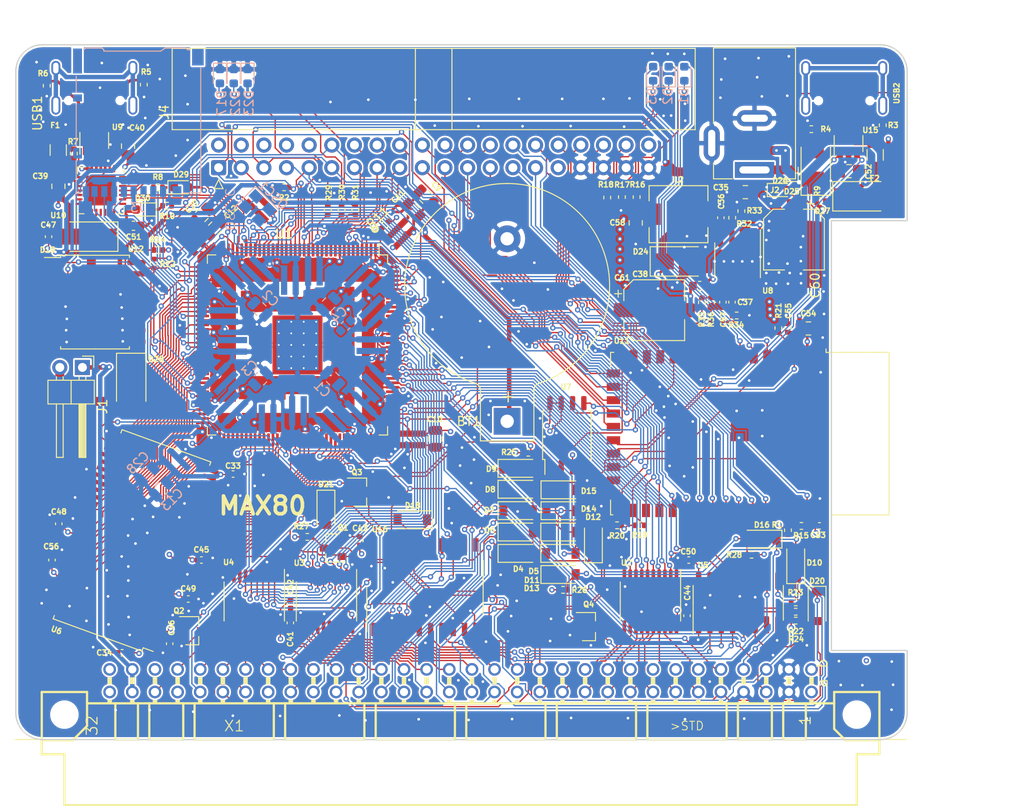
<source format=kicad_pcb>
(kicad_pcb (version 20171130) (host pcbnew 5.1.9-73d0e3b20d~88~ubuntu20.04.1)

  (general
    (thickness 1.6)
    (drawings 17)
    (tracks 4310)
    (zones 0)
    (modules 156)
    (nets 213)
  )

  (page A4)
  (title_block
    (title MAX80)
    (date 2021-01-31)
    (rev 0.01)
    (company "No name")
  )

  (layers
    (0 F.Cu signal)
    (1 In1.Cu signal)
    (2 In2.Cu signal)
    (31 B.Cu signal)
    (32 B.Adhes user)
    (33 F.Adhes user)
    (34 B.Paste user)
    (35 F.Paste user)
    (36 B.SilkS user)
    (37 F.SilkS user)
    (38 B.Mask user)
    (39 F.Mask user)
    (40 Dwgs.User user)
    (41 Cmts.User user)
    (42 Eco1.User user)
    (43 Eco2.User user)
    (44 Edge.Cuts user)
    (45 Margin user)
    (46 B.CrtYd user)
    (47 F.CrtYd user)
    (48 B.Fab user)
    (49 F.Fab user)
  )

  (setup
    (last_trace_width 0.15)
    (user_trace_width 0.3)
    (user_trace_width 0.5)
    (trace_clearance 0.15)
    (zone_clearance 0.2)
    (zone_45_only no)
    (trace_min 0.15)
    (via_size 0.6)
    (via_drill 0.3)
    (via_min_size 0.6)
    (via_min_drill 0.3)
    (uvia_size 0.3)
    (uvia_drill 0.1)
    (uvias_allowed no)
    (uvia_min_size 0.2)
    (uvia_min_drill 0.1)
    (edge_width 0.15)
    (segment_width 0.3)
    (pcb_text_width 0.3)
    (pcb_text_size 1.5 1.5)
    (mod_edge_width 0.15)
    (mod_text_size 1 1)
    (mod_text_width 0.15)
    (pad_size 2.6 1.6)
    (pad_drill 0)
    (pad_to_mask_clearance 0)
    (aux_axis_origin 0 0)
    (grid_origin 86.275 147.925)
    (visible_elements FFFFFF7F)
    (pcbplotparams
      (layerselection 0x010fc_ffffffff)
      (usegerberextensions false)
      (usegerberattributes true)
      (usegerberadvancedattributes true)
      (creategerberjobfile true)
      (excludeedgelayer true)
      (linewidth 0.100000)
      (plotframeref false)
      (viasonmask false)
      (mode 1)
      (useauxorigin false)
      (hpglpennumber 1)
      (hpglpenspeed 20)
      (hpglpendiameter 15.000000)
      (psnegative false)
      (psa4output false)
      (plotreference true)
      (plotvalue true)
      (plotinvisibletext false)
      (padsonsilk false)
      (subtractmaskfromsilk false)
      (outputformat 1)
      (mirror false)
      (drillshape 0)
      (scaleselection 1)
      (outputdirectory "abc80_gerber"))
  )

  (net 0 "")
  (net 1 VCC_ONE)
  (net 2 VCCA)
  (net 3 GND)
  (net 4 CLK0n)
  (net 5 +5V)
  (net 6 "Net-(R5-Pad2)")
  (net 7 "Net-(R6-Pad2)")
  (net 8 "Net-(R7-Pad1)")
  (net 9 "Net-(U10-Pad5)")
  (net 10 "Net-(U10-Pad4)")
  (net 11 "Net-(U9-Pad4)")
  (net 12 "Net-(U9-Pad6)")
  (net 13 "Net-(USB1-Pad13)")
  (net 14 "Net-(BT1-Pad1)")
  (net 15 /A4)
  (net 16 /A3)
  (net 17 /A2)
  (net 18 /A1)
  (net 19 /A0)
  (net 20 /IO0)
  (net 21 /IO3)
  (net 22 /IO4)
  (net 23 /IO5)
  (net 24 /IO6)
  (net 25 /IO7)
  (net 26 /A11)
  (net 27 /IO9)
  (net 28 /A8)
  (net 29 /A7)
  (net 30 /A6)
  (net 31 /A5)
  (net 32 /A9)
  (net 33 /A10)
  (net 34 /A12)
  (net 35 /IO8)
  (net 36 /IO10)
  (net 37 /IO11)
  (net 38 /IO12)
  (net 39 /IO13)
  (net 40 /IO14)
  (net 41 /IO15)
  (net 42 /abc80bus/D7)
  (net 43 /abc80bus/D6)
  (net 44 /abc80bus/D5)
  (net 45 /abc80bus/D4)
  (net 46 /abc80bus/D3)
  (net 47 /abc80bus/D2)
  (net 48 /abc80bus/D1)
  (net 49 /abc80bus/D0)
  (net 50 /abc80bus/A8)
  (net 51 /abc80bus/A9)
  (net 52 /abc80bus/A10)
  (net 53 /abc80bus/A11)
  (net 54 /abc80bus/A12)
  (net 55 /abc80bus/A13)
  (net 56 /abc80bus/A14)
  (net 57 /abc80bus/A15)
  (net 58 /abc80bus/A7)
  (net 59 /abc80bus/A6)
  (net 60 /abc80bus/A5)
  (net 61 /abc80bus/A4)
  (net 62 /abc80bus/A3)
  (net 63 /abc80bus/A2)
  (net 64 /abc80bus/A1)
  (net 65 /abc80bus/A0)
  (net 66 /IO1)
  (net 67 /IO2)
  (net 68 /32KHZ)
  (net 69 /RTC_INT)
  (net 70 /abc80bus/ABC5V)
  (net 71 /SD_DAT1)
  (net 72 /SD_DAT2)
  (net 73 /SD_DAT3)
  (net 74 /SD_CMD)
  (net 75 /SD_CLK)
  (net 76 /SD_DAT0)
  (net 77 FPGA_TDI)
  (net 78 FPGA_TMS)
  (net 79 FPGA_TDO)
  (net 80 FPGA_TCK)
  (net 81 ABC_CLK_5)
  (net 82 /FPGA_SCL)
  (net 83 /FPGA_SDA)
  (net 84 FPGA_SPI_MISO)
  (net 85 FPGA_SPI_MOSI)
  (net 86 FPGA_SPI_CLK)
  (net 87 FGPA_SPI_CS_ESP32)
  (net 88 INT_ESP32)
  (net 89 "Net-(C53-Pad1)")
  (net 90 "Net-(F2-Pad2)")
  (net 91 ESP32_TDO)
  (net 92 ESP32_TCK)
  (net 93 ESP32_TMS)
  (net 94 ESP32_IO0)
  (net 95 ESP32_RXD)
  (net 96 ESP32_TXD)
  (net 97 ESP32_EN)
  (net 98 "Net-(R3-Pad2)")
  (net 99 "Net-(R4-Pad2)")
  (net 100 /ESP32/USB_D-)
  (net 101 /ESP32/USB_D+)
  (net 102 ESP32_TDI)
  (net 103 "Net-(U15-Pad6)")
  (net 104 "Net-(U15-Pad4)")
  (net 105 "Net-(USB2-Pad13)")
  (net 106 "Net-(D1-Pad2)")
  (net 107 "Net-(D1-Pad1)")
  (net 108 "Net-(D2-Pad2)")
  (net 109 "Net-(D2-Pad1)")
  (net 110 "Net-(D3-Pad2)")
  (net 111 "Net-(D3-Pad1)")
  (net 112 ESP32_SCL)
  (net 113 ESP32_SDA)
  (net 114 ESP32_CS2)
  (net 115 ESP32_CS0)
  (net 116 ESP32_MISO)
  (net 117 ESP32_SCK)
  (net 118 ESP32_MOSI)
  (net 119 ESP32_CS1)
  (net 120 /FPGA_USB_TXD)
  (net 121 /FPGA_USB_RXD)
  (net 122 /abc80bus/~XMEMW80)
  (net 123 /abc80bus/~CS)
  (net 124 /abc80bus/~C4)
  (net 125 /abc80bus/~C3)
  (net 126 /abc80bus/~C2)
  (net 127 /abc80bus/~C1)
  (net 128 /abc80bus/~OUT)
  (net 129 /abc80bus/~XOUT)
  (net 130 /abc80bus/~RST)
  (net 131 ~IORD)
  (net 132 /abc80bus/~XMEMFL)
  (net 133 /abc80bus/~XIN)
  (net 134 /abc80bus/~INP)
  (net 135 /abc80bus/~STATUS)
  (net 136 "Net-(D18-Pad1)")
  (net 137 /abc80bus/~XINPSTB)
  (net 138 /abc80bus/~XOUTSTB)
  (net 139 /abc80bus/~XMEMW800)
  (net 140 ADSEL0)
  (net 141 ADSEL1)
  (net 142 "Net-(U3-Pad19)")
  (net 143 "Net-(U4-Pad19)")
  (net 144 /abc80bus/~INT)
  (net 145 ~MEMRD)
  (net 146 AD0)
  (net 147 AD1)
  (net 148 AD2)
  (net 149 AD3)
  (net 150 AD4)
  (net 151 AD5)
  (net 152 AD6)
  (net 153 AD7)
  (net 154 O1)
  (net 155 O2)
  (net 156 /abc80bus/~RESIN)
  (net 157 /abc80bus/~XM)
  (net 158 /abc80bus/Y0)
  (net 159 "Net-(D20-Pad1)")
  (net 160 "Net-(D21-Pad1)")
  (net 161 /FPGA_LED1)
  (net 162 /FPGA_LED2)
  (net 163 /FPGA_LED3)
  (net 164 "Net-(D17-Pad2)")
  (net 165 "Net-(D22-Pad2)")
  (net 166 "Net-(D23-Pad2)")
  (net 167 FPGA_GPIO3)
  (net 168 FPGA_GPIO2)
  (net 169 FPGA_GPIO1)
  (net 170 FPGA_GPIO0)
  (net 171 FPGA_GPIO5)
  (net 172 FPGA_GPIO4)
  (net 173 "Net-(C36-Pad1)")
  (net 174 "Net-(C37-Pad2)")
  (net 175 "Net-(C37-Pad1)")
  (net 176 "Net-(C38-Pad2)")
  (net 177 "Net-(R32-Pad2)")
  (net 178 "Net-(R35-Pad2)")
  (net 179 "Net-(C38-Pad1)")
  (net 180 /abc80bus/READY)
  (net 181 /abc80bus/~NMI)
  (net 182 ~FPGA_READY)
  (net 183 FPGA_NMI)
  (net 184 "Net-(D26-Pad2)")
  (net 185 FPGA_RESIN)
  (net 186 ABC_CLK_3)
  (net 187 /DQMH)
  (net 188 /CLK)
  (net 189 /CKE)
  (net 190 /BA1)
  (net 191 /BA0)
  (net 192 /DQML)
  (net 193 "Net-(D28-Pad2)")
  (net 194 "Net-(D25-Pad2)")
  (net 195 "Net-(F1-Pad2)")
  (net 196 /FPGA_USB_RTS)
  (net 197 /FPGA_USB_CTS)
  (net 198 /FPGA_USB_DTR)
  (net 199 FPGA_JTAGEN)
  (net 200 "Net-(C39-Pad1)")
  (net 201 "Net-(C52-Pad1)")
  (net 202 /WE#)
  (net 203 /CAS#)
  (net 204 /RAS#)
  (net 205 /CS#)
  (net 206 "Net-(D29-Pad1)")
  (net 207 "Net-(D30-Pad1)")
  (net 208 FLASH_CS#)
  (net 209 ~IOWR)
  (net 210 ~MEMWR)
  (net 211 "Net-(R11-Pad1)")
  (net 212 Y0#)

  (net_class Default "This is the default net class."
    (clearance 0.15)
    (trace_width 0.15)
    (via_dia 0.6)
    (via_drill 0.3)
    (uvia_dia 0.3)
    (uvia_drill 0.1)
    (add_net +5V)
    (add_net /32KHZ)
    (add_net /A0)
    (add_net /A1)
    (add_net /A10)
    (add_net /A11)
    (add_net /A12)
    (add_net /A2)
    (add_net /A3)
    (add_net /A4)
    (add_net /A5)
    (add_net /A6)
    (add_net /A7)
    (add_net /A8)
    (add_net /A9)
    (add_net /BA0)
    (add_net /BA1)
    (add_net /CAS#)
    (add_net /CKE)
    (add_net /CLK)
    (add_net /CS#)
    (add_net /DQMH)
    (add_net /DQML)
    (add_net /ESP32/USB_D+)
    (add_net /ESP32/USB_D-)
    (add_net /FPGA_LED1)
    (add_net /FPGA_LED2)
    (add_net /FPGA_LED3)
    (add_net /FPGA_SCL)
    (add_net /FPGA_SDA)
    (add_net /FPGA_USB_CTS)
    (add_net /FPGA_USB_DTR)
    (add_net /FPGA_USB_RTS)
    (add_net /FPGA_USB_RXD)
    (add_net /FPGA_USB_TXD)
    (add_net /IO0)
    (add_net /IO1)
    (add_net /IO10)
    (add_net /IO11)
    (add_net /IO12)
    (add_net /IO13)
    (add_net /IO14)
    (add_net /IO15)
    (add_net /IO2)
    (add_net /IO3)
    (add_net /IO4)
    (add_net /IO5)
    (add_net /IO6)
    (add_net /IO7)
    (add_net /IO8)
    (add_net /IO9)
    (add_net /RAS#)
    (add_net /RTC_INT)
    (add_net /SD_CLK)
    (add_net /SD_CMD)
    (add_net /SD_DAT0)
    (add_net /SD_DAT1)
    (add_net /SD_DAT2)
    (add_net /SD_DAT3)
    (add_net /WE#)
    (add_net /abc80bus/A0)
    (add_net /abc80bus/A1)
    (add_net /abc80bus/A10)
    (add_net /abc80bus/A11)
    (add_net /abc80bus/A12)
    (add_net /abc80bus/A13)
    (add_net /abc80bus/A14)
    (add_net /abc80bus/A15)
    (add_net /abc80bus/A2)
    (add_net /abc80bus/A3)
    (add_net /abc80bus/A4)
    (add_net /abc80bus/A5)
    (add_net /abc80bus/A6)
    (add_net /abc80bus/A7)
    (add_net /abc80bus/A8)
    (add_net /abc80bus/A9)
    (add_net /abc80bus/ABC5V)
    (add_net /abc80bus/D0)
    (add_net /abc80bus/D1)
    (add_net /abc80bus/D2)
    (add_net /abc80bus/D3)
    (add_net /abc80bus/D4)
    (add_net /abc80bus/D5)
    (add_net /abc80bus/D6)
    (add_net /abc80bus/D7)
    (add_net /abc80bus/READY)
    (add_net /abc80bus/Y0)
    (add_net /abc80bus/~C1)
    (add_net /abc80bus/~C2)
    (add_net /abc80bus/~C3)
    (add_net /abc80bus/~C4)
    (add_net /abc80bus/~CS)
    (add_net /abc80bus/~INP)
    (add_net /abc80bus/~INT)
    (add_net /abc80bus/~NMI)
    (add_net /abc80bus/~OUT)
    (add_net /abc80bus/~RESIN)
    (add_net /abc80bus/~RST)
    (add_net /abc80bus/~STATUS)
    (add_net /abc80bus/~XIN)
    (add_net /abc80bus/~XINPSTB)
    (add_net /abc80bus/~XM)
    (add_net /abc80bus/~XMEMFL)
    (add_net /abc80bus/~XMEMW80)
    (add_net /abc80bus/~XMEMW800)
    (add_net /abc80bus/~XOUT)
    (add_net /abc80bus/~XOUTSTB)
    (add_net ABC_CLK_3)
    (add_net ABC_CLK_5)
    (add_net AD0)
    (add_net AD1)
    (add_net AD2)
    (add_net AD3)
    (add_net AD4)
    (add_net AD5)
    (add_net AD6)
    (add_net AD7)
    (add_net ADSEL0)
    (add_net ADSEL1)
    (add_net CLK0n)
    (add_net ESP32_CS0)
    (add_net ESP32_CS1)
    (add_net ESP32_CS2)
    (add_net ESP32_EN)
    (add_net ESP32_IO0)
    (add_net ESP32_MISO)
    (add_net ESP32_MOSI)
    (add_net ESP32_RXD)
    (add_net ESP32_SCK)
    (add_net ESP32_SCL)
    (add_net ESP32_SDA)
    (add_net ESP32_TCK)
    (add_net ESP32_TDI)
    (add_net ESP32_TDO)
    (add_net ESP32_TMS)
    (add_net ESP32_TXD)
    (add_net FGPA_SPI_CS_ESP32)
    (add_net FLASH_CS#)
    (add_net FPGA_GPIO0)
    (add_net FPGA_GPIO1)
    (add_net FPGA_GPIO2)
    (add_net FPGA_GPIO3)
    (add_net FPGA_GPIO4)
    (add_net FPGA_GPIO5)
    (add_net FPGA_JTAGEN)
    (add_net FPGA_NMI)
    (add_net FPGA_RESIN)
    (add_net FPGA_SPI_CLK)
    (add_net FPGA_SPI_MISO)
    (add_net FPGA_SPI_MOSI)
    (add_net FPGA_TCK)
    (add_net FPGA_TDI)
    (add_net FPGA_TDO)
    (add_net FPGA_TMS)
    (add_net GND)
    (add_net INT_ESP32)
    (add_net "Net-(BT1-Pad1)")
    (add_net "Net-(C36-Pad1)")
    (add_net "Net-(C37-Pad1)")
    (add_net "Net-(C37-Pad2)")
    (add_net "Net-(C38-Pad1)")
    (add_net "Net-(C38-Pad2)")
    (add_net "Net-(C39-Pad1)")
    (add_net "Net-(C52-Pad1)")
    (add_net "Net-(C53-Pad1)")
    (add_net "Net-(D1-Pad1)")
    (add_net "Net-(D1-Pad2)")
    (add_net "Net-(D17-Pad2)")
    (add_net "Net-(D18-Pad1)")
    (add_net "Net-(D2-Pad1)")
    (add_net "Net-(D2-Pad2)")
    (add_net "Net-(D20-Pad1)")
    (add_net "Net-(D21-Pad1)")
    (add_net "Net-(D22-Pad2)")
    (add_net "Net-(D23-Pad2)")
    (add_net "Net-(D25-Pad2)")
    (add_net "Net-(D26-Pad2)")
    (add_net "Net-(D28-Pad2)")
    (add_net "Net-(D29-Pad1)")
    (add_net "Net-(D3-Pad1)")
    (add_net "Net-(D3-Pad2)")
    (add_net "Net-(D30-Pad1)")
    (add_net "Net-(F1-Pad2)")
    (add_net "Net-(F2-Pad2)")
    (add_net "Net-(R11-Pad1)")
    (add_net "Net-(R3-Pad2)")
    (add_net "Net-(R32-Pad2)")
    (add_net "Net-(R35-Pad2)")
    (add_net "Net-(R4-Pad2)")
    (add_net "Net-(R5-Pad2)")
    (add_net "Net-(R6-Pad2)")
    (add_net "Net-(R7-Pad1)")
    (add_net "Net-(U10-Pad4)")
    (add_net "Net-(U10-Pad5)")
    (add_net "Net-(U15-Pad4)")
    (add_net "Net-(U15-Pad6)")
    (add_net "Net-(U3-Pad19)")
    (add_net "Net-(U4-Pad19)")
    (add_net "Net-(U9-Pad4)")
    (add_net "Net-(U9-Pad6)")
    (add_net "Net-(USB1-Pad13)")
    (add_net "Net-(USB2-Pad13)")
    (add_net O1)
    (add_net O2)
    (add_net VCCA)
    (add_net VCC_ONE)
    (add_net Y0#)
    (add_net ~FPGA_READY)
    (add_net ~IORD)
    (add_net ~IOWR)
    (add_net ~MEMRD)
    (add_net ~MEMWR)
  )

  (module max80:SOIC-8_5.23x5.23mm_P1.27mm (layer F.Cu) (tedit 60341344) (tstamp 6034439B)
    (at 114.325 144.835 90)
    (descr "SOIC, 8 Pin (http://www.winbond.com/resource-files/w25q32jv%20revg%2003272018%20plus.pdf#page=68), generated with kicad-footprint-generator ipc_gullwing_generator.py")
    (tags "SOIC SO")
    (path /6035B91A)
    (attr smd)
    (fp_text reference U7 (at 5.42 -0.11 180) (layer F.SilkS)
      (effects (font (size 0.6 0.6) (thickness 0.15)))
    )
    (fp_text value W25Q128JVS (at 0 3.56 90) (layer F.Fab)
      (effects (font (size 1 1) (thickness 0.15)))
    )
    (fp_line (start 4.65 -2.86) (end -4.65 -2.86) (layer F.CrtYd) (width 0.05))
    (fp_line (start 4.65 2.86) (end 4.65 -2.86) (layer F.CrtYd) (width 0.05))
    (fp_line (start -4.65 2.86) (end 4.65 2.86) (layer F.CrtYd) (width 0.05))
    (fp_line (start -4.65 -2.86) (end -4.65 2.86) (layer F.CrtYd) (width 0.05))
    (fp_line (start -2.615 -1.615) (end -1.615 -2.615) (layer F.Fab) (width 0.1))
    (fp_line (start -2.615 2.615) (end -2.615 -1.615) (layer F.Fab) (width 0.1))
    (fp_line (start 2.615 2.615) (end -2.615 2.615) (layer F.Fab) (width 0.1))
    (fp_line (start 2.615 -2.615) (end 2.615 2.615) (layer F.Fab) (width 0.1))
    (fp_line (start -1.615 -2.615) (end 2.615 -2.615) (layer F.Fab) (width 0.1))
    (fp_line (start -2.725 -2.465) (end -4.4 -2.465) (layer F.SilkS) (width 0.12))
    (fp_line (start -2.725 -2.725) (end -2.725 -2.465) (layer F.SilkS) (width 0.12))
    (fp_line (start 0 -2.725) (end -2.725 -2.725) (layer F.SilkS) (width 0.12))
    (fp_line (start 2.725 -2.725) (end 2.725 -2.465) (layer F.SilkS) (width 0.12))
    (fp_line (start 0 -2.725) (end 2.725 -2.725) (layer F.SilkS) (width 0.12))
    (fp_line (start -2.725 2.725) (end -2.725 2.465) (layer F.SilkS) (width 0.12))
    (fp_line (start 0 2.725) (end -2.725 2.725) (layer F.SilkS) (width 0.12))
    (fp_line (start 2.725 2.725) (end 2.725 2.465) (layer F.SilkS) (width 0.12))
    (fp_line (start 0 2.725) (end 2.725 2.725) (layer F.SilkS) (width 0.12))
    (fp_text user %R (at 0 0 90) (layer F.Fab)
      (effects (font (size 1 1) (thickness 0.15)))
    )
    (pad 8 smd roundrect (at 3.6 -1.905 90) (size 1.6 0.6) (layers F.Cu F.Paste F.Mask) (roundrect_rratio 0.25)
      (net 1 VCC_ONE))
    (pad 7 smd roundrect (at 3.6 -0.635 90) (size 1.6 0.6) (layers F.Cu F.Paste F.Mask) (roundrect_rratio 0.25)
      (net 1 VCC_ONE))
    (pad 6 smd roundrect (at 3.6 0.635 90) (size 1.6 0.6) (layers F.Cu F.Paste F.Mask) (roundrect_rratio 0.25)
      (net 86 FPGA_SPI_CLK))
    (pad 5 smd roundrect (at 3.6 1.905 90) (size 1.6 0.6) (layers F.Cu F.Paste F.Mask) (roundrect_rratio 0.25)
      (net 85 FPGA_SPI_MOSI))
    (pad 4 smd roundrect (at -3.6 1.905 90) (size 1.6 0.6) (layers F.Cu F.Paste F.Mask) (roundrect_rratio 0.25)
      (net 3 GND))
    (pad 3 smd roundrect (at -3.6 0.635 90) (size 1.6 0.6) (layers F.Cu F.Paste F.Mask) (roundrect_rratio 0.25)
      (net 1 VCC_ONE))
    (pad 2 smd roundrect (at -3.6 -0.635 90) (size 1.6 0.6) (layers F.Cu F.Paste F.Mask) (roundrect_rratio 0.25)
      (net 84 FPGA_SPI_MISO))
    (pad 1 smd roundrect (at -3.6 -1.905 90) (size 1.6 0.6) (layers F.Cu F.Paste F.Mask) (roundrect_rratio 0.25)
      (net 208 FLASH_CS#))
    (model ${KISYS3DMOD}/Package_SO.3dshapes/SOIC-8_5.275x5.275mm_P1.27mm.wrl
      (at (xyz 0 0 0))
      (scale (xyz 1 1 1))
      (rotate (xyz 0 0 0))
    )
  )

  (module Diode_SMD:D_SOD-123 (layer F.Cu) (tedit 58645DC7) (tstamp 6019B141)
    (at 113.665 160.475)
    (descr SOD-123)
    (tags SOD-123)
    (path /6013B380/60CCF7F9)
    (attr smd)
    (fp_text reference D13 (at -3.29 1.54 180) (layer F.SilkS)
      (effects (font (size 0.6 0.6) (thickness 0.15)))
    )
    (fp_text value DSK14 (at 0 2.1) (layer F.Fab)
      (effects (font (size 1 1) (thickness 0.15)))
    )
    (fp_line (start -2.25 -1) (end -2.25 1) (layer F.SilkS) (width 0.12))
    (fp_line (start 0.25 0) (end 0.75 0) (layer F.Fab) (width 0.1))
    (fp_line (start 0.25 0.4) (end -0.35 0) (layer F.Fab) (width 0.1))
    (fp_line (start 0.25 -0.4) (end 0.25 0.4) (layer F.Fab) (width 0.1))
    (fp_line (start -0.35 0) (end 0.25 -0.4) (layer F.Fab) (width 0.1))
    (fp_line (start -0.35 0) (end -0.35 0.55) (layer F.Fab) (width 0.1))
    (fp_line (start -0.35 0) (end -0.35 -0.55) (layer F.Fab) (width 0.1))
    (fp_line (start -0.75 0) (end -0.35 0) (layer F.Fab) (width 0.1))
    (fp_line (start -1.4 0.9) (end -1.4 -0.9) (layer F.Fab) (width 0.1))
    (fp_line (start 1.4 0.9) (end -1.4 0.9) (layer F.Fab) (width 0.1))
    (fp_line (start 1.4 -0.9) (end 1.4 0.9) (layer F.Fab) (width 0.1))
    (fp_line (start -1.4 -0.9) (end 1.4 -0.9) (layer F.Fab) (width 0.1))
    (fp_line (start -2.35 -1.15) (end 2.35 -1.15) (layer F.CrtYd) (width 0.05))
    (fp_line (start 2.35 -1.15) (end 2.35 1.15) (layer F.CrtYd) (width 0.05))
    (fp_line (start 2.35 1.15) (end -2.35 1.15) (layer F.CrtYd) (width 0.05))
    (fp_line (start -2.35 -1.15) (end -2.35 1.15) (layer F.CrtYd) (width 0.05))
    (fp_line (start -2.25 1) (end 1.65 1) (layer F.SilkS) (width 0.12))
    (fp_line (start -2.25 -1) (end 1.65 -1) (layer F.SilkS) (width 0.12))
    (fp_text user %R (at 3.105 -0.003 90) (layer F.Fab)
      (effects (font (size 0.6 0.6) (thickness 0.15)))
    )
    (pad 2 smd rect (at 1.65 0) (size 0.9 1.2) (layers F.Cu F.Paste F.Mask)
      (net 131 ~IORD))
    (pad 1 smd rect (at -1.65 0) (size 0.9 1.2) (layers F.Cu F.Paste F.Mask)
      (net 133 /abc80bus/~XIN))
    (model ${KISYS3DMOD}/Diode_SMD.3dshapes/D_SOD-123.wrl
      (at (xyz 0 0 0))
      (scale (xyz 1 1 1))
      (rotate (xyz 0 0 0))
    )
  )

  (module Resistor_SMD:R_0402_1005Metric (layer F.Cu) (tedit 5F68FEEE) (tstamp 6034B24B)
    (at 93.955 121.205 45)
    (descr "Resistor SMD 0402 (1005 Metric), square (rectangular) end terminal, IPC_7351 nominal, (Body size source: IPC-SM-782 page 72, https://www.pcb-3d.com/wordpress/wp-content/uploads/ipc-sm-782a_amendment_1_and_2.pdf), generated with kicad-footprint-generator")
    (tags resistor)
    (path /604B03F3)
    (attr smd)
    (fp_text reference R11 (at 0 -1.17 45) (layer F.SilkS)
      (effects (font (size 1 1) (thickness 0.15)))
    )
    (fp_text value 10k (at 0 1.17 45) (layer F.Fab)
      (effects (font (size 1 1) (thickness 0.15)))
    )
    (fp_line (start 0.93 0.47) (end -0.93 0.47) (layer F.CrtYd) (width 0.05))
    (fp_line (start 0.93 -0.47) (end 0.93 0.47) (layer F.CrtYd) (width 0.05))
    (fp_line (start -0.93 -0.47) (end 0.93 -0.47) (layer F.CrtYd) (width 0.05))
    (fp_line (start -0.93 0.47) (end -0.93 -0.47) (layer F.CrtYd) (width 0.05))
    (fp_line (start -0.153641 0.38) (end 0.153641 0.38) (layer F.SilkS) (width 0.12))
    (fp_line (start -0.153641 -0.38) (end 0.153641 -0.38) (layer F.SilkS) (width 0.12))
    (fp_line (start 0.525 0.27) (end -0.525 0.27) (layer F.Fab) (width 0.1))
    (fp_line (start 0.525 -0.27) (end 0.525 0.27) (layer F.Fab) (width 0.1))
    (fp_line (start -0.525 -0.27) (end 0.525 -0.27) (layer F.Fab) (width 0.1))
    (fp_line (start -0.525 0.27) (end -0.525 -0.27) (layer F.Fab) (width 0.1))
    (fp_text user %R (at 0 0 45) (layer F.Fab)
      (effects (font (size 0.26 0.26) (thickness 0.04)))
    )
    (pad 2 smd roundrect (at 0.51 0 45) (size 0.54 0.64) (layers F.Cu F.Paste F.Mask) (roundrect_rratio 0.25)
      (net 1 VCC_ONE))
    (pad 1 smd roundrect (at -0.51 0 45) (size 0.54 0.64) (layers F.Cu F.Paste F.Mask) (roundrect_rratio 0.25)
      (net 211 "Net-(R11-Pad1)"))
    (model ${KISYS3DMOD}/Resistor_SMD.3dshapes/R_0402_1005Metric.wrl
      (at (xyz 0 0 0))
      (scale (xyz 1 1 1))
      (rotate (xyz 0 0 0))
    )
  )

  (module Resistor_SMD:R_0402_1005Metric (layer F.Cu) (tedit 5F68FEEE) (tstamp 6033FBEF)
    (at 69.475 119.075 180)
    (descr "Resistor SMD 0402 (1005 Metric), square (rectangular) end terminal, IPC_7351 nominal, (Body size source: IPC-SM-782 page 72, https://www.pcb-3d.com/wordpress/wp-content/uploads/ipc-sm-782a_amendment_1_and_2.pdf), generated with kicad-footprint-generator")
    (tags resistor)
    (path /60427964)
    (attr smd)
    (fp_text reference R10 (at 0 -1.17) (layer F.SilkS)
      (effects (font (size 0.6 0.6) (thickness 0.15)))
    )
    (fp_text value 1k (at 0 1.17) (layer F.Fab)
      (effects (font (size 1 1) (thickness 0.15)))
    )
    (fp_line (start 0.93 0.47) (end -0.93 0.47) (layer F.CrtYd) (width 0.05))
    (fp_line (start 0.93 -0.47) (end 0.93 0.47) (layer F.CrtYd) (width 0.05))
    (fp_line (start -0.93 -0.47) (end 0.93 -0.47) (layer F.CrtYd) (width 0.05))
    (fp_line (start -0.93 0.47) (end -0.93 -0.47) (layer F.CrtYd) (width 0.05))
    (fp_line (start -0.153641 0.38) (end 0.153641 0.38) (layer F.SilkS) (width 0.12))
    (fp_line (start -0.153641 -0.38) (end 0.153641 -0.38) (layer F.SilkS) (width 0.12))
    (fp_line (start 0.525 0.27) (end -0.525 0.27) (layer F.Fab) (width 0.1))
    (fp_line (start 0.525 -0.27) (end 0.525 0.27) (layer F.Fab) (width 0.1))
    (fp_line (start -0.525 -0.27) (end 0.525 -0.27) (layer F.Fab) (width 0.1))
    (fp_line (start -0.525 0.27) (end -0.525 -0.27) (layer F.Fab) (width 0.1))
    (fp_text user %R (at 0 0) (layer F.Fab)
      (effects (font (size 0.26 0.26) (thickness 0.04)))
    )
    (pad 2 smd roundrect (at 0.51 0 180) (size 0.54 0.64) (layers F.Cu F.Paste F.Mask) (roundrect_rratio 0.25)
      (net 207 "Net-(D30-Pad1)"))
    (pad 1 smd roundrect (at -0.51 0 180) (size 0.54 0.64) (layers F.Cu F.Paste F.Mask) (roundrect_rratio 0.25)
      (net 197 /FPGA_USB_CTS))
    (model ${KISYS3DMOD}/Resistor_SMD.3dshapes/R_0402_1005Metric.wrl
      (at (xyz 0 0 0))
      (scale (xyz 1 1 1))
      (rotate (xyz 0 0 0))
    )
  )

  (module Resistor_SMD:R_0402_1005Metric (layer F.Cu) (tedit 5F68FEEE) (tstamp 6033FBBE)
    (at 68.44 117.025)
    (descr "Resistor SMD 0402 (1005 Metric), square (rectangular) end terminal, IPC_7351 nominal, (Body size source: IPC-SM-782 page 72, https://www.pcb-3d.com/wordpress/wp-content/uploads/ipc-sm-782a_amendment_1_and_2.pdf), generated with kicad-footprint-generator")
    (tags resistor)
    (path /6042C0DA)
    (attr smd)
    (fp_text reference R8 (at 0 -1.17) (layer F.SilkS)
      (effects (font (size 0.6 0.6) (thickness 0.15)))
    )
    (fp_text value 1k (at 0 1.17) (layer F.Fab)
      (effects (font (size 1 1) (thickness 0.15)))
    )
    (fp_line (start 0.93 0.47) (end -0.93 0.47) (layer F.CrtYd) (width 0.05))
    (fp_line (start 0.93 -0.47) (end 0.93 0.47) (layer F.CrtYd) (width 0.05))
    (fp_line (start -0.93 -0.47) (end 0.93 -0.47) (layer F.CrtYd) (width 0.05))
    (fp_line (start -0.93 0.47) (end -0.93 -0.47) (layer F.CrtYd) (width 0.05))
    (fp_line (start -0.153641 0.38) (end 0.153641 0.38) (layer F.SilkS) (width 0.12))
    (fp_line (start -0.153641 -0.38) (end 0.153641 -0.38) (layer F.SilkS) (width 0.12))
    (fp_line (start 0.525 0.27) (end -0.525 0.27) (layer F.Fab) (width 0.1))
    (fp_line (start 0.525 -0.27) (end 0.525 0.27) (layer F.Fab) (width 0.1))
    (fp_line (start -0.525 -0.27) (end 0.525 -0.27) (layer F.Fab) (width 0.1))
    (fp_line (start -0.525 0.27) (end -0.525 -0.27) (layer F.Fab) (width 0.1))
    (fp_text user %R (at 0 0) (layer F.Fab)
      (effects (font (size 0.26 0.26) (thickness 0.04)))
    )
    (pad 2 smd roundrect (at 0.51 0) (size 0.54 0.64) (layers F.Cu F.Paste F.Mask) (roundrect_rratio 0.25)
      (net 206 "Net-(D29-Pad1)"))
    (pad 1 smd roundrect (at -0.51 0) (size 0.54 0.64) (layers F.Cu F.Paste F.Mask) (roundrect_rratio 0.25)
      (net 196 /FPGA_USB_RTS))
    (model ${KISYS3DMOD}/Resistor_SMD.3dshapes/R_0402_1005Metric.wrl
      (at (xyz 0 0 0))
      (scale (xyz 1 1 1))
      (rotate (xyz 0 0 0))
    )
  )

  (module LED_SMD:LED_0603_1608Metric (layer F.Cu) (tedit 5F68FEF1) (tstamp 6033F6D1)
    (at 66.775 119.5 180)
    (descr "LED SMD 0603 (1608 Metric), square (rectangular) end terminal, IPC_7351 nominal, (Body size source: http://www.tortai-tech.com/upload/download/2011102023233369053.pdf), generated with kicad-footprint-generator")
    (tags LED)
    (path /604220EF)
    (attr smd)
    (fp_text reference D30 (at 0.04 1.285) (layer F.SilkS)
      (effects (font (size 0.6 0.6) (thickness 0.15)))
    )
    (fp_text value LED-Y (at 0 1.43) (layer F.Fab)
      (effects (font (size 1 1) (thickness 0.15)))
    )
    (fp_line (start 1.48 0.73) (end -1.48 0.73) (layer F.CrtYd) (width 0.05))
    (fp_line (start 1.48 -0.73) (end 1.48 0.73) (layer F.CrtYd) (width 0.05))
    (fp_line (start -1.48 -0.73) (end 1.48 -0.73) (layer F.CrtYd) (width 0.05))
    (fp_line (start -1.48 0.73) (end -1.48 -0.73) (layer F.CrtYd) (width 0.05))
    (fp_line (start -1.485 0.735) (end 0.8 0.735) (layer F.SilkS) (width 0.12))
    (fp_line (start -1.485 -0.735) (end -1.485 0.735) (layer F.SilkS) (width 0.12))
    (fp_line (start 0.8 -0.735) (end -1.485 -0.735) (layer F.SilkS) (width 0.12))
    (fp_line (start 0.8 0.4) (end 0.8 -0.4) (layer F.Fab) (width 0.1))
    (fp_line (start -0.8 0.4) (end 0.8 0.4) (layer F.Fab) (width 0.1))
    (fp_line (start -0.8 -0.1) (end -0.8 0.4) (layer F.Fab) (width 0.1))
    (fp_line (start -0.5 -0.4) (end -0.8 -0.1) (layer F.Fab) (width 0.1))
    (fp_line (start 0.8 -0.4) (end -0.5 -0.4) (layer F.Fab) (width 0.1))
    (fp_text user %R (at 0 0) (layer F.Fab)
      (effects (font (size 0.4 0.4) (thickness 0.06)))
    )
    (pad 2 smd roundrect (at 0.7875 0 180) (size 0.875 0.95) (layers F.Cu F.Paste F.Mask) (roundrect_rratio 0.25)
      (net 1 VCC_ONE))
    (pad 1 smd roundrect (at -0.7875 0 180) (size 0.875 0.95) (layers F.Cu F.Paste F.Mask) (roundrect_rratio 0.25)
      (net 207 "Net-(D30-Pad1)"))
    (model ${KISYS3DMOD}/LED_SMD.3dshapes/LED_0603_1608Metric.wrl
      (at (xyz 0 0 0))
      (scale (xyz 1 1 1))
      (rotate (xyz 0 0 0))
    )
  )

  (module LED_SMD:LED_0603_1608Metric (layer F.Cu) (tedit 5F68FEF1) (tstamp 6033F6BE)
    (at 71.05 117)
    (descr "LED SMD 0603 (1608 Metric), square (rectangular) end terminal, IPC_7351 nominal, (Body size source: http://www.tortai-tech.com/upload/download/2011102023233369053.pdf), generated with kicad-footprint-generator")
    (tags LED)
    (path /6041A94C)
    (attr smd)
    (fp_text reference D29 (at 0 -1.43) (layer F.SilkS)
      (effects (font (size 0.6 0.6) (thickness 0.15)))
    )
    (fp_text value LED-Y (at 0 1.43) (layer F.Fab)
      (effects (font (size 1 1) (thickness 0.15)))
    )
    (fp_line (start 1.48 0.73) (end -1.48 0.73) (layer F.CrtYd) (width 0.05))
    (fp_line (start 1.48 -0.73) (end 1.48 0.73) (layer F.CrtYd) (width 0.05))
    (fp_line (start -1.48 -0.73) (end 1.48 -0.73) (layer F.CrtYd) (width 0.05))
    (fp_line (start -1.48 0.73) (end -1.48 -0.73) (layer F.CrtYd) (width 0.05))
    (fp_line (start -1.485 0.735) (end 0.8 0.735) (layer F.SilkS) (width 0.12))
    (fp_line (start -1.485 -0.735) (end -1.485 0.735) (layer F.SilkS) (width 0.12))
    (fp_line (start 0.8 -0.735) (end -1.485 -0.735) (layer F.SilkS) (width 0.12))
    (fp_line (start 0.8 0.4) (end 0.8 -0.4) (layer F.Fab) (width 0.1))
    (fp_line (start -0.8 0.4) (end 0.8 0.4) (layer F.Fab) (width 0.1))
    (fp_line (start -0.8 -0.1) (end -0.8 0.4) (layer F.Fab) (width 0.1))
    (fp_line (start -0.5 -0.4) (end -0.8 -0.1) (layer F.Fab) (width 0.1))
    (fp_line (start 0.8 -0.4) (end -0.5 -0.4) (layer F.Fab) (width 0.1))
    (fp_text user %R (at 0 0) (layer F.Fab)
      (effects (font (size 0.4 0.4) (thickness 0.06)))
    )
    (pad 2 smd roundrect (at 0.7875 0) (size 0.875 0.95) (layers F.Cu F.Paste F.Mask) (roundrect_rratio 0.25)
      (net 1 VCC_ONE))
    (pad 1 smd roundrect (at -0.7875 0) (size 0.875 0.95) (layers F.Cu F.Paste F.Mask) (roundrect_rratio 0.25)
      (net 206 "Net-(D29-Pad1)"))
    (model ${KISYS3DMOD}/LED_SMD.3dshapes/LED_0603_1608Metric.wrl
      (at (xyz 0 0 0))
      (scale (xyz 1 1 1))
      (rotate (xyz 0 0 0))
    )
  )

  (module Resistor_SMD:R_0402_1005Metric (layer F.Cu) (tedit 5F68FEEE) (tstamp 60337B92)
    (at 139.125 155.5 90)
    (descr "Resistor SMD 0402 (1005 Metric), square (rectangular) end terminal, IPC_7351 nominal, (Body size source: IPC-SM-782 page 72, https://www.pcb-3d.com/wordpress/wp-content/uploads/ipc-sm-782a_amendment_1_and_2.pdf), generated with kicad-footprint-generator")
    (tags resistor)
    (path /602159BB/60379925)
    (attr smd)
    (fp_text reference R1 (at 0.6 -1.225 180) (layer F.SilkS)
      (effects (font (size 0.6 0.6) (thickness 0.15)))
    )
    (fp_text value 10k (at 0 1.17 90) (layer F.Fab)
      (effects (font (size 1 1) (thickness 0.15)))
    )
    (fp_line (start -0.525 0.27) (end -0.525 -0.27) (layer F.Fab) (width 0.1))
    (fp_line (start -0.525 -0.27) (end 0.525 -0.27) (layer F.Fab) (width 0.1))
    (fp_line (start 0.525 -0.27) (end 0.525 0.27) (layer F.Fab) (width 0.1))
    (fp_line (start 0.525 0.27) (end -0.525 0.27) (layer F.Fab) (width 0.1))
    (fp_line (start -0.153641 -0.38) (end 0.153641 -0.38) (layer F.SilkS) (width 0.12))
    (fp_line (start -0.153641 0.38) (end 0.153641 0.38) (layer F.SilkS) (width 0.12))
    (fp_line (start -0.93 0.47) (end -0.93 -0.47) (layer F.CrtYd) (width 0.05))
    (fp_line (start -0.93 -0.47) (end 0.93 -0.47) (layer F.CrtYd) (width 0.05))
    (fp_line (start 0.93 -0.47) (end 0.93 0.47) (layer F.CrtYd) (width 0.05))
    (fp_line (start 0.93 0.47) (end -0.93 0.47) (layer F.CrtYd) (width 0.05))
    (fp_text user %R (at 0 0 90) (layer F.Fab)
      (effects (font (size 0.26 0.26) (thickness 0.04)))
    )
    (pad 2 smd roundrect (at 0.51 0 90) (size 0.54 0.64) (layers F.Cu F.Paste F.Mask) (roundrect_rratio 0.25)
      (net 89 "Net-(C53-Pad1)"))
    (pad 1 smd roundrect (at -0.51 0 90) (size 0.54 0.64) (layers F.Cu F.Paste F.Mask) (roundrect_rratio 0.25)
      (net 1 VCC_ONE))
    (model ${KISYS3DMOD}/Resistor_SMD.3dshapes/R_0402_1005Metric.wrl
      (at (xyz 0 0 0))
      (scale (xyz 1 1 1))
      (rotate (xyz 0 0 0))
    )
  )

  (module Diode_SMD:D_SMA (layer F.Cu) (tedit 586432E5) (tstamp 6032CF27)
    (at 65.447 139.035 270)
    (descr "Diode SMA (DO-214AC)")
    (tags "Diode SMA (DO-214AC)")
    (path /6013B380/603612AB)
    (attr smd)
    (fp_text reference D28 (at -2.735 -2.803 180) (layer F.SilkS)
      (effects (font (size 0.6 0.6) (thickness 0.15)))
    )
    (fp_text value MBRA340T (at 0 2.6 90) (layer F.Fab)
      (effects (font (size 1 1) (thickness 0.15)))
    )
    (fp_line (start -3.4 -1.65) (end 2 -1.65) (layer F.SilkS) (width 0.12))
    (fp_line (start -3.4 1.65) (end 2 1.65) (layer F.SilkS) (width 0.12))
    (fp_line (start -0.64944 0.00102) (end 0.50118 -0.79908) (layer F.Fab) (width 0.1))
    (fp_line (start -0.64944 0.00102) (end 0.50118 0.75032) (layer F.Fab) (width 0.1))
    (fp_line (start 0.50118 0.75032) (end 0.50118 -0.79908) (layer F.Fab) (width 0.1))
    (fp_line (start -0.64944 -0.79908) (end -0.64944 0.80112) (layer F.Fab) (width 0.1))
    (fp_line (start 0.50118 0.00102) (end 1.4994 0.00102) (layer F.Fab) (width 0.1))
    (fp_line (start -0.64944 0.00102) (end -1.55114 0.00102) (layer F.Fab) (width 0.1))
    (fp_line (start -3.5 1.75) (end -3.5 -1.75) (layer F.CrtYd) (width 0.05))
    (fp_line (start 3.5 1.75) (end -3.5 1.75) (layer F.CrtYd) (width 0.05))
    (fp_line (start 3.5 -1.75) (end 3.5 1.75) (layer F.CrtYd) (width 0.05))
    (fp_line (start -3.5 -1.75) (end 3.5 -1.75) (layer F.CrtYd) (width 0.05))
    (fp_line (start 2.3 -1.5) (end -2.3 -1.5) (layer F.Fab) (width 0.1))
    (fp_line (start 2.3 -1.5) (end 2.3 1.5) (layer F.Fab) (width 0.1))
    (fp_line (start -2.3 1.5) (end -2.3 -1.5) (layer F.Fab) (width 0.1))
    (fp_line (start 2.3 1.5) (end -2.3 1.5) (layer F.Fab) (width 0.1))
    (fp_line (start -3.4 -1.65) (end -3.4 1.65) (layer F.SilkS) (width 0.12))
    (fp_text user %R (at 0 -2.5 90) (layer F.Fab)
      (effects (font (size 1 1) (thickness 0.15)))
    )
    (pad 2 smd rect (at 2 0 270) (size 2.5 1.8) (layers F.Cu F.Paste F.Mask)
      (net 193 "Net-(D28-Pad2)"))
    (pad 1 smd rect (at -2 0 270) (size 2.5 1.8) (layers F.Cu F.Paste F.Mask)
      (net 5 +5V))
    (model ${KISYS3DMOD}/Diode_SMD.3dshapes/D_SMA.wrl
      (at (xyz 0 0 0))
      (scale (xyz 1 1 1))
      (rotate (xyz 0 0 0))
    )
  )

  (module Capacitor_SMD:C_0402_1005Metric (layer F.Cu) (tedit 5F68FEEE) (tstamp 6039D96A)
    (at 56.557 158.847 90)
    (descr "Capacitor SMD 0402 (1005 Metric), square (rectangular) end terminal, IPC_7351 nominal, (Body size source: IPC-SM-782 page 76, https://www.pcb-3d.com/wordpress/wp-content/uploads/ipc-sm-782a_amendment_1_and_2.pdf), generated with kicad-footprint-generator")
    (tags capacitor)
    (path /6091A70C)
    (attr smd)
    (fp_text reference C56 (at 1.522 -0.082 180) (layer F.SilkS)
      (effects (font (size 0.6 0.6) (thickness 0.15)))
    )
    (fp_text value 100nF (at 0 1.16 90) (layer F.Fab)
      (effects (font (size 1 1) (thickness 0.15)))
    )
    (fp_line (start 0.91 0.46) (end -0.91 0.46) (layer F.CrtYd) (width 0.05))
    (fp_line (start 0.91 -0.46) (end 0.91 0.46) (layer F.CrtYd) (width 0.05))
    (fp_line (start -0.91 -0.46) (end 0.91 -0.46) (layer F.CrtYd) (width 0.05))
    (fp_line (start -0.91 0.46) (end -0.91 -0.46) (layer F.CrtYd) (width 0.05))
    (fp_line (start -0.107836 0.36) (end 0.107836 0.36) (layer F.SilkS) (width 0.12))
    (fp_line (start -0.107836 -0.36) (end 0.107836 -0.36) (layer F.SilkS) (width 0.12))
    (fp_line (start 0.5 0.25) (end -0.5 0.25) (layer F.Fab) (width 0.1))
    (fp_line (start 0.5 -0.25) (end 0.5 0.25) (layer F.Fab) (width 0.1))
    (fp_line (start -0.5 -0.25) (end 0.5 -0.25) (layer F.Fab) (width 0.1))
    (fp_line (start -0.5 0.25) (end -0.5 -0.25) (layer F.Fab) (width 0.1))
    (fp_text user %R (at 0 0 90) (layer F.Fab)
      (effects (font (size 0.25 0.25) (thickness 0.04)))
    )
    (pad 2 smd roundrect (at 0.48 0 90) (size 0.56 0.62) (layers F.Cu F.Paste F.Mask) (roundrect_rratio 0.25)
      (net 3 GND))
    (pad 1 smd roundrect (at -0.48 0 90) (size 0.56 0.62) (layers F.Cu F.Paste F.Mask) (roundrect_rratio 0.25)
      (net 1 VCC_ONE))
    (model ${KISYS3DMOD}/Capacitor_SMD.3dshapes/C_0402_1005Metric.wrl
      (at (xyz 0 0 0))
      (scale (xyz 1 1 1))
      (rotate (xyz 0 0 0))
    )
  )

  (module Capacitor_SMD:C_0402_1005Metric (layer F.Cu) (tedit 5F68FEEE) (tstamp 603AB1B9)
    (at 69.765 168.245 270)
    (descr "Capacitor SMD 0402 (1005 Metric), square (rectangular) end terminal, IPC_7351 nominal, (Body size source: IPC-SM-782 page 76, https://www.pcb-3d.com/wordpress/wp-content/uploads/ipc-sm-782a_amendment_1_and_2.pdf), generated with kicad-footprint-generator")
    (tags capacitor)
    (path /60932F0E)
    (attr smd)
    (fp_text reference C46 (at -1.795 -0.21 270) (layer F.SilkS)
      (effects (font (size 0.6 0.6) (thickness 0.15)))
    )
    (fp_text value 100nF (at 0 1.16 90) (layer F.Fab)
      (effects (font (size 1 1) (thickness 0.15)))
    )
    (fp_line (start 0.91 0.46) (end -0.91 0.46) (layer F.CrtYd) (width 0.05))
    (fp_line (start 0.91 -0.46) (end 0.91 0.46) (layer F.CrtYd) (width 0.05))
    (fp_line (start -0.91 -0.46) (end 0.91 -0.46) (layer F.CrtYd) (width 0.05))
    (fp_line (start -0.91 0.46) (end -0.91 -0.46) (layer F.CrtYd) (width 0.05))
    (fp_line (start -0.107836 0.36) (end 0.107836 0.36) (layer F.SilkS) (width 0.12))
    (fp_line (start -0.107836 -0.36) (end 0.107836 -0.36) (layer F.SilkS) (width 0.12))
    (fp_line (start 0.5 0.25) (end -0.5 0.25) (layer F.Fab) (width 0.1))
    (fp_line (start 0.5 -0.25) (end 0.5 0.25) (layer F.Fab) (width 0.1))
    (fp_line (start -0.5 -0.25) (end 0.5 -0.25) (layer F.Fab) (width 0.1))
    (fp_line (start -0.5 0.25) (end -0.5 -0.25) (layer F.Fab) (width 0.1))
    (fp_text user %R (at 0 0 90) (layer F.Fab)
      (effects (font (size 0.25 0.25) (thickness 0.04)))
    )
    (pad 2 smd roundrect (at 0.48 0 270) (size 0.56 0.62) (layers F.Cu F.Paste F.Mask) (roundrect_rratio 0.25)
      (net 3 GND))
    (pad 1 smd roundrect (at -0.48 0 270) (size 0.56 0.62) (layers F.Cu F.Paste F.Mask) (roundrect_rratio 0.25)
      (net 1 VCC_ONE))
    (model ${KISYS3DMOD}/Capacitor_SMD.3dshapes/C_0402_1005Metric.wrl
      (at (xyz 0 0 0))
      (scale (xyz 1 1 1))
      (rotate (xyz 0 0 0))
    )
  )

  (module Capacitor_SMD:C_0402_1005Metric (layer F.Cu) (tedit 5F68FEEE) (tstamp 603AB1A8)
    (at 73.321 158.847)
    (descr "Capacitor SMD 0402 (1005 Metric), square (rectangular) end terminal, IPC_7351 nominal, (Body size source: IPC-SM-782 page 76, https://www.pcb-3d.com/wordpress/wp-content/uploads/ipc-sm-782a_amendment_1_and_2.pdf), generated with kicad-footprint-generator")
    (tags capacitor)
    (path /6094CE83)
    (attr smd)
    (fp_text reference C45 (at 0 -1.16) (layer F.SilkS)
      (effects (font (size 0.6 0.6) (thickness 0.15)))
    )
    (fp_text value 100nF (at 0 1.16) (layer F.Fab)
      (effects (font (size 1 1) (thickness 0.15)))
    )
    (fp_line (start 0.91 0.46) (end -0.91 0.46) (layer F.CrtYd) (width 0.05))
    (fp_line (start 0.91 -0.46) (end 0.91 0.46) (layer F.CrtYd) (width 0.05))
    (fp_line (start -0.91 -0.46) (end 0.91 -0.46) (layer F.CrtYd) (width 0.05))
    (fp_line (start -0.91 0.46) (end -0.91 -0.46) (layer F.CrtYd) (width 0.05))
    (fp_line (start -0.107836 0.36) (end 0.107836 0.36) (layer F.SilkS) (width 0.12))
    (fp_line (start -0.107836 -0.36) (end 0.107836 -0.36) (layer F.SilkS) (width 0.12))
    (fp_line (start 0.5 0.25) (end -0.5 0.25) (layer F.Fab) (width 0.1))
    (fp_line (start 0.5 -0.25) (end 0.5 0.25) (layer F.Fab) (width 0.1))
    (fp_line (start -0.5 -0.25) (end 0.5 -0.25) (layer F.Fab) (width 0.1))
    (fp_line (start -0.5 0.25) (end -0.5 -0.25) (layer F.Fab) (width 0.1))
    (fp_text user %R (at 0 0) (layer F.Fab)
      (effects (font (size 0.25 0.25) (thickness 0.04)))
    )
    (pad 2 smd roundrect (at 0.48 0) (size 0.56 0.62) (layers F.Cu F.Paste F.Mask) (roundrect_rratio 0.25)
      (net 3 GND))
    (pad 1 smd roundrect (at -0.48 0) (size 0.56 0.62) (layers F.Cu F.Paste F.Mask) (roundrect_rratio 0.25)
      (net 1 VCC_ONE))
    (model ${KISYS3DMOD}/Capacitor_SMD.3dshapes/C_0402_1005Metric.wrl
      (at (xyz 0 0 0))
      (scale (xyz 1 1 1))
      (rotate (xyz 0 0 0))
    )
  )

  (module Capacitor_SMD:C_0402_1005Metric (layer F.Cu) (tedit 5F68FEEE) (tstamp 603AC9A5)
    (at 64.431 169.261 180)
    (descr "Capacitor SMD 0402 (1005 Metric), square (rectangular) end terminal, IPC_7351 nominal, (Body size source: IPC-SM-782 page 76, https://www.pcb-3d.com/wordpress/wp-content/uploads/ipc-sm-782a_amendment_1_and_2.pdf), generated with kicad-footprint-generator")
    (tags capacitor)
    (path /6097D4FE)
    (attr smd)
    (fp_text reference C34 (at 2.006 0) (layer F.SilkS)
      (effects (font (size 0.6 0.6) (thickness 0.15)))
    )
    (fp_text value 100nF (at 0 1.16) (layer F.Fab)
      (effects (font (size 1 1) (thickness 0.15)))
    )
    (fp_line (start 0.91 0.46) (end -0.91 0.46) (layer F.CrtYd) (width 0.05))
    (fp_line (start 0.91 -0.46) (end 0.91 0.46) (layer F.CrtYd) (width 0.05))
    (fp_line (start -0.91 -0.46) (end 0.91 -0.46) (layer F.CrtYd) (width 0.05))
    (fp_line (start -0.91 0.46) (end -0.91 -0.46) (layer F.CrtYd) (width 0.05))
    (fp_line (start -0.107836 0.36) (end 0.107836 0.36) (layer F.SilkS) (width 0.12))
    (fp_line (start -0.107836 -0.36) (end 0.107836 -0.36) (layer F.SilkS) (width 0.12))
    (fp_line (start 0.5 0.25) (end -0.5 0.25) (layer F.Fab) (width 0.1))
    (fp_line (start 0.5 -0.25) (end 0.5 0.25) (layer F.Fab) (width 0.1))
    (fp_line (start -0.5 -0.25) (end 0.5 -0.25) (layer F.Fab) (width 0.1))
    (fp_line (start -0.5 0.25) (end -0.5 -0.25) (layer F.Fab) (width 0.1))
    (fp_text user %R (at 0 0) (layer F.Fab)
      (effects (font (size 0.25 0.25) (thickness 0.04)))
    )
    (pad 2 smd roundrect (at 0.48 0 180) (size 0.56 0.62) (layers F.Cu F.Paste F.Mask) (roundrect_rratio 0.25)
      (net 3 GND))
    (pad 1 smd roundrect (at -0.48 0 180) (size 0.56 0.62) (layers F.Cu F.Paste F.Mask) (roundrect_rratio 0.25)
      (net 1 VCC_ONE))
    (model ${KISYS3DMOD}/Capacitor_SMD.3dshapes/C_0402_1005Metric.wrl
      (at (xyz 0 0 0))
      (scale (xyz 1 1 1))
      (rotate (xyz 0 0 0))
    )
  )

  (module Capacitor_SMD:C_0402_1005Metric (layer F.Cu) (tedit 5F68FEEE) (tstamp 603AB046)
    (at 76.877 149.195)
    (descr "Capacitor SMD 0402 (1005 Metric), square (rectangular) end terminal, IPC_7351 nominal, (Body size source: IPC-SM-782 page 76, https://www.pcb-3d.com/wordpress/wp-content/uploads/ipc-sm-782a_amendment_1_and_2.pdf), generated with kicad-footprint-generator")
    (tags capacitor)
    (path /60997E09)
    (attr smd)
    (fp_text reference C33 (at -0.002 -0.92) (layer F.SilkS)
      (effects (font (size 0.6 0.6) (thickness 0.15)))
    )
    (fp_text value 100nF (at 0 1.16) (layer F.Fab)
      (effects (font (size 1 1) (thickness 0.15)))
    )
    (fp_line (start 0.91 0.46) (end -0.91 0.46) (layer F.CrtYd) (width 0.05))
    (fp_line (start 0.91 -0.46) (end 0.91 0.46) (layer F.CrtYd) (width 0.05))
    (fp_line (start -0.91 -0.46) (end 0.91 -0.46) (layer F.CrtYd) (width 0.05))
    (fp_line (start -0.91 0.46) (end -0.91 -0.46) (layer F.CrtYd) (width 0.05))
    (fp_line (start -0.107836 0.36) (end 0.107836 0.36) (layer F.SilkS) (width 0.12))
    (fp_line (start -0.107836 -0.36) (end 0.107836 -0.36) (layer F.SilkS) (width 0.12))
    (fp_line (start 0.5 0.25) (end -0.5 0.25) (layer F.Fab) (width 0.1))
    (fp_line (start 0.5 -0.25) (end 0.5 0.25) (layer F.Fab) (width 0.1))
    (fp_line (start -0.5 -0.25) (end 0.5 -0.25) (layer F.Fab) (width 0.1))
    (fp_line (start -0.5 0.25) (end -0.5 -0.25) (layer F.Fab) (width 0.1))
    (fp_text user %R (at 0 0) (layer F.Fab)
      (effects (font (size 0.25 0.25) (thickness 0.04)))
    )
    (pad 2 smd roundrect (at 0.48 0) (size 0.56 0.62) (layers F.Cu F.Paste F.Mask) (roundrect_rratio 0.25)
      (net 3 GND))
    (pad 1 smd roundrect (at -0.48 0) (size 0.56 0.62) (layers F.Cu F.Paste F.Mask) (roundrect_rratio 0.25)
      (net 1 VCC_ONE))
    (model ${KISYS3DMOD}/Capacitor_SMD.3dshapes/C_0402_1005Metric.wrl
      (at (xyz 0 0 0))
      (scale (xyz 1 1 1))
      (rotate (xyz 0 0 0))
    )
  )

  (module Package_SO:TSOP-II-54_22.2x10.16mm_P0.8mm (layer F.Cu) (tedit 5B589EC7) (tstamp 60346482)
    (at 65.535 156.645 160)
    (descr "54-lead TSOP typ II package")
    (tags "TSOPII TSOP2")
    (path /604F9283)
    (attr smd)
    (fp_text reference U6 (at 4.513002 -12.365253 160) (layer F.SilkS)
      (effects (font (size 0.6 0.6) (thickness 0.15)))
    )
    (fp_text value MT48LC16M16A2P-6A (at 0 12.5 160) (layer F.Fab)
      (effects (font (size 0.85 0.85) (thickness 0.15)))
    )
    (fp_line (start -4.08 -11.11) (end 5.08 -11.11) (layer F.Fab) (width 0.1))
    (fp_line (start 5.08 -11.11) (end 5.08 11.11) (layer F.Fab) (width 0.1))
    (fp_line (start 5.08 11.11) (end -5.08 11.11) (layer F.Fab) (width 0.1))
    (fp_line (start -5.08 11.11) (end -5.08 -10.11) (layer F.Fab) (width 0.1))
    (fp_line (start -4.08 -11.11) (end -5.08 -10.11) (layer F.Fab) (width 0.1))
    (fp_line (start -6.5 -10.9) (end -5.3 -10.9) (layer F.SilkS) (width 0.12))
    (fp_line (start -5.3 -10.9) (end -5.3 -11.3) (layer F.SilkS) (width 0.12))
    (fp_line (start -5.3 -11.3) (end 5.3 -11.3) (layer F.SilkS) (width 0.12))
    (fp_line (start -5.3 11.3) (end 5.3 11.3) (layer F.SilkS) (width 0.12))
    (fp_line (start 5.3 -11.3) (end 5.3 -10.9) (layer F.SilkS) (width 0.12))
    (fp_line (start 5.3 10.9) (end 5.3 11.3) (layer F.SilkS) (width 0.12))
    (fp_line (start -5.3 10.9) (end -5.3 11.3) (layer F.SilkS) (width 0.12))
    (fp_line (start -6.76 -11.36) (end 6.76 -11.36) (layer F.CrtYd) (width 0.05))
    (fp_line (start 6.76 -11.36) (end 6.76 11.36) (layer F.CrtYd) (width 0.05))
    (fp_line (start 6.76 11.36) (end -6.76 11.36) (layer F.CrtYd) (width 0.05))
    (fp_line (start -6.76 -11.36) (end -6.76 11.36) (layer F.CrtYd) (width 0.05))
    (fp_text user %R (at 0 0 160) (layer F.Fab)
      (effects (font (size 1 1) (thickness 0.15)))
    )
    (pad 54 smd rect (at 5.75 -10.4 160) (size 1.51 0.458) (layers F.Cu F.Paste F.Mask)
      (net 3 GND))
    (pad 53 smd rect (at 5.75 -9.6 160) (size 1.51 0.458) (layers F.Cu F.Paste F.Mask)
      (net 41 /IO15))
    (pad 52 smd rect (at 5.75 -8.8 160) (size 1.51 0.458) (layers F.Cu F.Paste F.Mask)
      (net 3 GND))
    (pad 51 smd rect (at 5.75 -8 160) (size 1.51 0.458) (layers F.Cu F.Paste F.Mask)
      (net 40 /IO14))
    (pad 50 smd rect (at 5.75 -7.2 160) (size 1.51 0.458) (layers F.Cu F.Paste F.Mask)
      (net 39 /IO13))
    (pad 49 smd rect (at 5.75 -6.4 160) (size 1.51 0.458) (layers F.Cu F.Paste F.Mask)
      (net 1 VCC_ONE))
    (pad 48 smd rect (at 5.75 -5.6 160) (size 1.51 0.458) (layers F.Cu F.Paste F.Mask)
      (net 38 /IO12))
    (pad 47 smd rect (at 5.75 -4.8 160) (size 1.51 0.458) (layers F.Cu F.Paste F.Mask)
      (net 37 /IO11))
    (pad 46 smd rect (at 5.75 -4 160) (size 1.51 0.458) (layers F.Cu F.Paste F.Mask)
      (net 3 GND))
    (pad 45 smd rect (at 5.75 -3.2 160) (size 1.51 0.458) (layers F.Cu F.Paste F.Mask)
      (net 36 /IO10))
    (pad 44 smd rect (at 5.75 -2.4 160) (size 1.51 0.458) (layers F.Cu F.Paste F.Mask)
      (net 27 /IO9))
    (pad 43 smd rect (at 5.75 -1.6 160) (size 1.51 0.458) (layers F.Cu F.Paste F.Mask)
      (net 1 VCC_ONE))
    (pad 42 smd rect (at 5.75 -0.8 160) (size 1.51 0.458) (layers F.Cu F.Paste F.Mask)
      (net 35 /IO8))
    (pad 41 smd rect (at 5.75 0 160) (size 1.51 0.458) (layers F.Cu F.Paste F.Mask)
      (net 3 GND))
    (pad 40 smd rect (at 5.75 0.8 160) (size 1.51 0.458) (layers F.Cu F.Paste F.Mask))
    (pad 39 smd rect (at 5.75 1.6 160) (size 1.51 0.458) (layers F.Cu F.Paste F.Mask)
      (net 187 /DQMH))
    (pad 38 smd rect (at 5.75 2.4 160) (size 1.51 0.458) (layers F.Cu F.Paste F.Mask)
      (net 188 /CLK))
    (pad 37 smd rect (at 5.75 3.2 160) (size 1.51 0.458) (layers F.Cu F.Paste F.Mask)
      (net 189 /CKE))
    (pad 36 smd rect (at 5.75 4 160) (size 1.51 0.458) (layers F.Cu F.Paste F.Mask)
      (net 34 /A12))
    (pad 35 smd rect (at 5.75 4.8 160) (size 1.51 0.458) (layers F.Cu F.Paste F.Mask)
      (net 26 /A11))
    (pad 34 smd rect (at 5.75 5.6 160) (size 1.51 0.458) (layers F.Cu F.Paste F.Mask)
      (net 32 /A9))
    (pad 33 smd rect (at 5.75 6.4 160) (size 1.51 0.458) (layers F.Cu F.Paste F.Mask)
      (net 28 /A8))
    (pad 32 smd rect (at 5.75 7.2 160) (size 1.51 0.458) (layers F.Cu F.Paste F.Mask)
      (net 29 /A7))
    (pad 31 smd rect (at 5.75 8 160) (size 1.51 0.458) (layers F.Cu F.Paste F.Mask)
      (net 30 /A6))
    (pad 30 smd rect (at 5.75 8.8 160) (size 1.51 0.458) (layers F.Cu F.Paste F.Mask)
      (net 31 /A5))
    (pad 29 smd rect (at 5.75 9.6 160) (size 1.51 0.458) (layers F.Cu F.Paste F.Mask)
      (net 15 /A4))
    (pad 28 smd rect (at 5.75 10.4 160) (size 1.51 0.458) (layers F.Cu F.Paste F.Mask)
      (net 3 GND))
    (pad 27 smd rect (at -5.75 10.4 160) (size 1.51 0.458) (layers F.Cu F.Paste F.Mask)
      (net 1 VCC_ONE))
    (pad 26 smd rect (at -5.75 9.6 160) (size 1.51 0.458) (layers F.Cu F.Paste F.Mask)
      (net 16 /A3))
    (pad 25 smd rect (at -5.75 8.8 160) (size 1.51 0.458) (layers F.Cu F.Paste F.Mask)
      (net 17 /A2))
    (pad 24 smd rect (at -5.75 8 160) (size 1.51 0.458) (layers F.Cu F.Paste F.Mask)
      (net 18 /A1))
    (pad 23 smd rect (at -5.75 7.2 160) (size 1.51 0.458) (layers F.Cu F.Paste F.Mask)
      (net 19 /A0))
    (pad 22 smd rect (at -5.75 6.4 160) (size 1.51 0.458) (layers F.Cu F.Paste F.Mask)
      (net 33 /A10))
    (pad 21 smd rect (at -5.75 5.6 160) (size 1.51 0.458) (layers F.Cu F.Paste F.Mask)
      (net 190 /BA1))
    (pad 20 smd rect (at -5.75 4.8 160) (size 1.51 0.458) (layers F.Cu F.Paste F.Mask)
      (net 191 /BA0))
    (pad 19 smd rect (at -5.75 4 160) (size 1.51 0.458) (layers F.Cu F.Paste F.Mask)
      (net 205 /CS#))
    (pad 18 smd rect (at -5.75 3.2 160) (size 1.51 0.458) (layers F.Cu F.Paste F.Mask)
      (net 204 /RAS#))
    (pad 17 smd rect (at -5.75 2.4 160) (size 1.51 0.458) (layers F.Cu F.Paste F.Mask)
      (net 203 /CAS#))
    (pad 16 smd rect (at -5.75 1.6 160) (size 1.51 0.458) (layers F.Cu F.Paste F.Mask)
      (net 202 /WE#))
    (pad 15 smd rect (at -5.75 0.8 160) (size 1.51 0.458) (layers F.Cu F.Paste F.Mask)
      (net 192 /DQML))
    (pad 14 smd rect (at -5.75 0 160) (size 1.51 0.458) (layers F.Cu F.Paste F.Mask)
      (net 1 VCC_ONE))
    (pad 13 smd rect (at -5.75 -0.8 160) (size 1.51 0.458) (layers F.Cu F.Paste F.Mask)
      (net 25 /IO7))
    (pad 12 smd rect (at -5.75 -1.6 160) (size 1.51 0.458) (layers F.Cu F.Paste F.Mask)
      (net 3 GND))
    (pad 11 smd rect (at -5.75 -2.4 160) (size 1.51 0.458) (layers F.Cu F.Paste F.Mask)
      (net 24 /IO6))
    (pad 10 smd rect (at -5.75 -3.2 160) (size 1.51 0.458) (layers F.Cu F.Paste F.Mask)
      (net 23 /IO5))
    (pad 9 smd rect (at -5.75 -4 160) (size 1.51 0.458) (layers F.Cu F.Paste F.Mask)
      (net 1 VCC_ONE))
    (pad 8 smd rect (at -5.75 -4.8 160) (size 1.51 0.458) (layers F.Cu F.Paste F.Mask)
      (net 22 /IO4))
    (pad 7 smd rect (at -5.75 -5.6 160) (size 1.51 0.458) (layers F.Cu F.Paste F.Mask)
      (net 21 /IO3))
    (pad 6 smd rect (at -5.75 -6.4 160) (size 1.51 0.458) (layers F.Cu F.Paste F.Mask)
      (net 3 GND))
    (pad 5 smd rect (at -5.75 -7.2 160) (size 1.51 0.458) (layers F.Cu F.Paste F.Mask)
      (net 67 /IO2))
    (pad 4 smd rect (at -5.75 -8 160) (size 1.51 0.458) (layers F.Cu F.Paste F.Mask)
      (net 66 /IO1))
    (pad 3 smd rect (at -5.75 -8.8 160) (size 1.51 0.458) (layers F.Cu F.Paste F.Mask)
      (net 1 VCC_ONE))
    (pad 2 smd rect (at -5.75 -9.6 160) (size 1.51 0.458) (layers F.Cu F.Paste F.Mask)
      (net 20 /IO0))
    (pad 1 smd rect (at -5.75 -10.4 160) (size 1.51 0.458) (layers F.Cu F.Paste F.Mask)
      (net 1 VCC_ONE))
    (model ${KISYS3DMOD}/Package_SO.3dshapes/TSOP-II-54_22.2x10.16mm_P0.8mm.wrl
      (at (xyz 0 0 0))
      (scale (xyz 1 1 1))
      (rotate (xyz 0 0 0))
    )
  )

  (module Connector_PinHeader_2.54mm:PinHeader_1x02_P2.54mm_Horizontal (layer F.Cu) (tedit 59FED5CB) (tstamp 6032D4AA)
    (at 59.975 137.225 270)
    (descr "Through hole angled pin header, 1x02, 2.54mm pitch, 6mm pin length, single row")
    (tags "Through hole angled pin header THT 1x02 2.54mm single row")
    (path /6013B380/603FB6A3)
    (fp_text reference J1 (at 4.385 -2.27 90) (layer F.SilkS)
      (effects (font (size 1 1) (thickness 0.15)))
    )
    (fp_text value Conn_01x02_Male (at 4.385 4.81 90) (layer F.Fab)
      (effects (font (size 1 1) (thickness 0.15)))
    )
    (fp_line (start 10.55 -1.8) (end -1.8 -1.8) (layer F.CrtYd) (width 0.05))
    (fp_line (start 10.55 4.35) (end 10.55 -1.8) (layer F.CrtYd) (width 0.05))
    (fp_line (start -1.8 4.35) (end 10.55 4.35) (layer F.CrtYd) (width 0.05))
    (fp_line (start -1.8 -1.8) (end -1.8 4.35) (layer F.CrtYd) (width 0.05))
    (fp_line (start -1.27 -1.27) (end 0 -1.27) (layer F.SilkS) (width 0.12))
    (fp_line (start -1.27 0) (end -1.27 -1.27) (layer F.SilkS) (width 0.12))
    (fp_line (start 1.042929 2.92) (end 1.44 2.92) (layer F.SilkS) (width 0.12))
    (fp_line (start 1.042929 2.16) (end 1.44 2.16) (layer F.SilkS) (width 0.12))
    (fp_line (start 10.1 2.92) (end 4.1 2.92) (layer F.SilkS) (width 0.12))
    (fp_line (start 10.1 2.16) (end 10.1 2.92) (layer F.SilkS) (width 0.12))
    (fp_line (start 4.1 2.16) (end 10.1 2.16) (layer F.SilkS) (width 0.12))
    (fp_line (start 1.44 1.27) (end 4.1 1.27) (layer F.SilkS) (width 0.12))
    (fp_line (start 1.11 0.38) (end 1.44 0.38) (layer F.SilkS) (width 0.12))
    (fp_line (start 1.11 -0.38) (end 1.44 -0.38) (layer F.SilkS) (width 0.12))
    (fp_line (start 4.1 0.28) (end 10.1 0.28) (layer F.SilkS) (width 0.12))
    (fp_line (start 4.1 0.16) (end 10.1 0.16) (layer F.SilkS) (width 0.12))
    (fp_line (start 4.1 0.04) (end 10.1 0.04) (layer F.SilkS) (width 0.12))
    (fp_line (start 4.1 -0.08) (end 10.1 -0.08) (layer F.SilkS) (width 0.12))
    (fp_line (start 4.1 -0.2) (end 10.1 -0.2) (layer F.SilkS) (width 0.12))
    (fp_line (start 4.1 -0.32) (end 10.1 -0.32) (layer F.SilkS) (width 0.12))
    (fp_line (start 10.1 0.38) (end 4.1 0.38) (layer F.SilkS) (width 0.12))
    (fp_line (start 10.1 -0.38) (end 10.1 0.38) (layer F.SilkS) (width 0.12))
    (fp_line (start 4.1 -0.38) (end 10.1 -0.38) (layer F.SilkS) (width 0.12))
    (fp_line (start 4.1 -1.33) (end 1.44 -1.33) (layer F.SilkS) (width 0.12))
    (fp_line (start 4.1 3.87) (end 4.1 -1.33) (layer F.SilkS) (width 0.12))
    (fp_line (start 1.44 3.87) (end 4.1 3.87) (layer F.SilkS) (width 0.12))
    (fp_line (start 1.44 -1.33) (end 1.44 3.87) (layer F.SilkS) (width 0.12))
    (fp_line (start 4.04 2.86) (end 10.04 2.86) (layer F.Fab) (width 0.1))
    (fp_line (start 10.04 2.22) (end 10.04 2.86) (layer F.Fab) (width 0.1))
    (fp_line (start 4.04 2.22) (end 10.04 2.22) (layer F.Fab) (width 0.1))
    (fp_line (start -0.32 2.86) (end 1.5 2.86) (layer F.Fab) (width 0.1))
    (fp_line (start -0.32 2.22) (end -0.32 2.86) (layer F.Fab) (width 0.1))
    (fp_line (start -0.32 2.22) (end 1.5 2.22) (layer F.Fab) (width 0.1))
    (fp_line (start 4.04 0.32) (end 10.04 0.32) (layer F.Fab) (width 0.1))
    (fp_line (start 10.04 -0.32) (end 10.04 0.32) (layer F.Fab) (width 0.1))
    (fp_line (start 4.04 -0.32) (end 10.04 -0.32) (layer F.Fab) (width 0.1))
    (fp_line (start -0.32 0.32) (end 1.5 0.32) (layer F.Fab) (width 0.1))
    (fp_line (start -0.32 -0.32) (end -0.32 0.32) (layer F.Fab) (width 0.1))
    (fp_line (start -0.32 -0.32) (end 1.5 -0.32) (layer F.Fab) (width 0.1))
    (fp_line (start 1.5 -0.635) (end 2.135 -1.27) (layer F.Fab) (width 0.1))
    (fp_line (start 1.5 3.81) (end 1.5 -0.635) (layer F.Fab) (width 0.1))
    (fp_line (start 4.04 3.81) (end 1.5 3.81) (layer F.Fab) (width 0.1))
    (fp_line (start 4.04 -1.27) (end 4.04 3.81) (layer F.Fab) (width 0.1))
    (fp_line (start 2.135 -1.27) (end 4.04 -1.27) (layer F.Fab) (width 0.1))
    (fp_text user %R (at 2.77 1.27) (layer F.Fab)
      (effects (font (size 1 1) (thickness 0.15)))
    )
    (pad 2 thru_hole oval (at 0 2.54 270) (size 1.7 1.7) (drill 1) (layers *.Cu *.Mask)
      (net 193 "Net-(D28-Pad2)"))
    (pad 1 thru_hole rect (at 0 0 270) (size 1.7 1.7) (drill 1) (layers *.Cu *.Mask)
      (net 70 /abc80bus/ABC5V))
    (model ${KISYS3DMOD}/Connector_PinHeader_2.54mm.3dshapes/PinHeader_1x02_P2.54mm_Horizontal.wrl
      (at (xyz 0 0 0))
      (scale (xyz 1 1 1))
      (rotate (xyz 0 0 0))
    )
  )

  (module Diode_SMD:D_SMA (layer F.Cu) (tedit 586432E5) (tstamp 60323018)
    (at 147.555 118.015)
    (descr "Diode SMA (DO-214AC)")
    (tags "Diode SMA (DO-214AC)")
    (path /602159BB/6032D6A5)
    (attr smd)
    (fp_text reference D27 (at -4.555 1.645) (layer F.SilkS)
      (effects (font (size 0.6 0.6) (thickness 0.15)))
    )
    (fp_text value MBRA340T (at 0 2.6) (layer F.Fab)
      (effects (font (size 1 1) (thickness 0.15)))
    )
    (fp_line (start -3.4 -1.65) (end -3.4 1.65) (layer F.SilkS) (width 0.12))
    (fp_line (start 2.3 1.5) (end -2.3 1.5) (layer F.Fab) (width 0.1))
    (fp_line (start -2.3 1.5) (end -2.3 -1.5) (layer F.Fab) (width 0.1))
    (fp_line (start 2.3 -1.5) (end 2.3 1.5) (layer F.Fab) (width 0.1))
    (fp_line (start 2.3 -1.5) (end -2.3 -1.5) (layer F.Fab) (width 0.1))
    (fp_line (start -3.5 -1.75) (end 3.5 -1.75) (layer F.CrtYd) (width 0.05))
    (fp_line (start 3.5 -1.75) (end 3.5 1.75) (layer F.CrtYd) (width 0.05))
    (fp_line (start 3.5 1.75) (end -3.5 1.75) (layer F.CrtYd) (width 0.05))
    (fp_line (start -3.5 1.75) (end -3.5 -1.75) (layer F.CrtYd) (width 0.05))
    (fp_line (start -0.64944 0.00102) (end -1.55114 0.00102) (layer F.Fab) (width 0.1))
    (fp_line (start 0.50118 0.00102) (end 1.4994 0.00102) (layer F.Fab) (width 0.1))
    (fp_line (start -0.64944 -0.79908) (end -0.64944 0.80112) (layer F.Fab) (width 0.1))
    (fp_line (start 0.50118 0.75032) (end 0.50118 -0.79908) (layer F.Fab) (width 0.1))
    (fp_line (start -0.64944 0.00102) (end 0.50118 0.75032) (layer F.Fab) (width 0.1))
    (fp_line (start -0.64944 0.00102) (end 0.50118 -0.79908) (layer F.Fab) (width 0.1))
    (fp_line (start -3.4 1.65) (end 2 1.65) (layer F.SilkS) (width 0.12))
    (fp_line (start -3.4 -1.65) (end 2 -1.65) (layer F.SilkS) (width 0.12))
    (fp_text user %R (at 0 -2.5) (layer F.Fab)
      (effects (font (size 1 1) (thickness 0.15)))
    )
    (pad 2 smd rect (at 2 0) (size 2.5 1.8) (layers F.Cu F.Paste F.Mask)
      (net 201 "Net-(C52-Pad1)"))
    (pad 1 smd rect (at -2 0) (size 2.5 1.8) (layers F.Cu F.Paste F.Mask)
      (net 5 +5V))
    (model ${KISYS3DMOD}/Diode_SMD.3dshapes/D_SMA.wrl
      (at (xyz 0 0 0))
      (scale (xyz 1 1 1))
      (rotate (xyz 0 0 0))
    )
  )

  (module Diode_SMD:D_SMA (layer F.Cu) (tedit 586432E5) (tstamp 60322ED8)
    (at 60.555 122.545 180)
    (descr "Diode SMA (DO-214AC)")
    (tags "Diode SMA (DO-214AC)")
    (path /601569F0/60325B03)
    (attr smd)
    (fp_text reference D19 (at 4.48 -1.49) (layer F.SilkS)
      (effects (font (size 0.6 0.6) (thickness 0.15)))
    )
    (fp_text value MBRA340T (at 0 2.6) (layer F.Fab)
      (effects (font (size 1 1) (thickness 0.15)))
    )
    (fp_line (start -3.4 -1.65) (end -3.4 1.65) (layer F.SilkS) (width 0.12))
    (fp_line (start 2.3 1.5) (end -2.3 1.5) (layer F.Fab) (width 0.1))
    (fp_line (start -2.3 1.5) (end -2.3 -1.5) (layer F.Fab) (width 0.1))
    (fp_line (start 2.3 -1.5) (end 2.3 1.5) (layer F.Fab) (width 0.1))
    (fp_line (start 2.3 -1.5) (end -2.3 -1.5) (layer F.Fab) (width 0.1))
    (fp_line (start -3.5 -1.75) (end 3.5 -1.75) (layer F.CrtYd) (width 0.05))
    (fp_line (start 3.5 -1.75) (end 3.5 1.75) (layer F.CrtYd) (width 0.05))
    (fp_line (start 3.5 1.75) (end -3.5 1.75) (layer F.CrtYd) (width 0.05))
    (fp_line (start -3.5 1.75) (end -3.5 -1.75) (layer F.CrtYd) (width 0.05))
    (fp_line (start -0.64944 0.00102) (end -1.55114 0.00102) (layer F.Fab) (width 0.1))
    (fp_line (start 0.50118 0.00102) (end 1.4994 0.00102) (layer F.Fab) (width 0.1))
    (fp_line (start -0.64944 -0.79908) (end -0.64944 0.80112) (layer F.Fab) (width 0.1))
    (fp_line (start 0.50118 0.75032) (end 0.50118 -0.79908) (layer F.Fab) (width 0.1))
    (fp_line (start -0.64944 0.00102) (end 0.50118 0.75032) (layer F.Fab) (width 0.1))
    (fp_line (start -0.64944 0.00102) (end 0.50118 -0.79908) (layer F.Fab) (width 0.1))
    (fp_line (start -3.4 1.65) (end 2 1.65) (layer F.SilkS) (width 0.12))
    (fp_line (start -3.4 -1.65) (end 2 -1.65) (layer F.SilkS) (width 0.12))
    (pad 2 smd rect (at 2 0 180) (size 2.5 1.8) (layers F.Cu F.Paste F.Mask)
      (net 200 "Net-(C39-Pad1)"))
    (pad 1 smd rect (at -2 0 180) (size 2.5 1.8) (layers F.Cu F.Paste F.Mask)
      (net 5 +5V))
    (model ${KISYS3DMOD}/Diode_SMD.3dshapes/D_SMA.wrl
      (at (xyz 0 0 0))
      (scale (xyz 1 1 1))
      (rotate (xyz 0 0 0))
    )
  )

  (module Package_TO_SOT_SMD:SOT-23 (layer F.Cu) (tedit 5A02FF57) (tstamp 6021E332)
    (at 116.775 166.325)
    (descr "SOT-23, Standard")
    (tags SOT-23)
    (path /6013B380/60285B62)
    (attr smd)
    (fp_text reference Q4 (at 0 -2.5) (layer F.SilkS)
      (effects (font (size 0.6 0.6) (thickness 0.15)))
    )
    (fp_text value AO3400A (at 0 2.5) (layer F.Fab)
      (effects (font (size 1 1) (thickness 0.15)))
    )
    (fp_line (start -0.7 -0.95) (end -0.7 1.5) (layer F.Fab) (width 0.1))
    (fp_line (start -0.15 -1.52) (end 0.7 -1.52) (layer F.Fab) (width 0.1))
    (fp_line (start -0.7 -0.95) (end -0.15 -1.52) (layer F.Fab) (width 0.1))
    (fp_line (start 0.7 -1.52) (end 0.7 1.52) (layer F.Fab) (width 0.1))
    (fp_line (start -0.7 1.52) (end 0.7 1.52) (layer F.Fab) (width 0.1))
    (fp_line (start 0.76 1.58) (end 0.76 0.65) (layer F.SilkS) (width 0.12))
    (fp_line (start 0.76 -1.58) (end 0.76 -0.65) (layer F.SilkS) (width 0.12))
    (fp_line (start -1.7 -1.75) (end 1.7 -1.75) (layer F.CrtYd) (width 0.05))
    (fp_line (start 1.7 -1.75) (end 1.7 1.75) (layer F.CrtYd) (width 0.05))
    (fp_line (start 1.7 1.75) (end -1.7 1.75) (layer F.CrtYd) (width 0.05))
    (fp_line (start -1.7 1.75) (end -1.7 -1.75) (layer F.CrtYd) (width 0.05))
    (fp_line (start 0.76 -1.58) (end -1.4 -1.58) (layer F.SilkS) (width 0.12))
    (fp_line (start 0.76 1.58) (end -0.7 1.58) (layer F.SilkS) (width 0.12))
    (fp_text user %R (at 0 0 90) (layer F.Fab)
      (effects (font (size 0.5 0.5) (thickness 0.075)))
    )
    (pad 3 smd rect (at 1 0) (size 0.9 0.8) (layers F.Cu F.Paste F.Mask)
      (net 156 /abc80bus/~RESIN))
    (pad 2 smd rect (at -1 0.95) (size 0.9 0.8) (layers F.Cu F.Paste F.Mask)
      (net 3 GND))
    (pad 1 smd rect (at -1 -0.95) (size 0.9 0.8) (layers F.Cu F.Paste F.Mask)
      (net 185 FPGA_RESIN))
    (model ${KISYS3DMOD}/Package_TO_SOT_SMD.3dshapes/SOT-23.wrl
      (at (xyz 0 0 0))
      (scale (xyz 1 1 1))
      (rotate (xyz 0 0 0))
    )
  )

  (module Resistor_SMD:R_0402_1005Metric (layer F.Cu) (tedit 5F68FEEE) (tstamp 6020EA01)
    (at 142.825 118.555)
    (descr "Resistor SMD 0402 (1005 Metric), square (rectangular) end terminal, IPC_7351 nominal, (Body size source: IPC-SM-782 page 72, https://www.pcb-3d.com/wordpress/wp-content/uploads/ipc-sm-782a_amendment_1_and_2.pdf), generated with kicad-footprint-generator")
    (tags resistor)
    (path /6013A59C/6024D9C9)
    (attr smd)
    (fp_text reference R9 (at -0.395 -1.135 270) (layer F.SilkS)
      (effects (font (size 0.6 0.6) (thickness 0.15)))
    )
    (fp_text value 1k (at 0 1.17) (layer F.Fab)
      (effects (font (size 1 1) (thickness 0.15)))
    )
    (fp_line (start 0.93 0.47) (end -0.93 0.47) (layer F.CrtYd) (width 0.05))
    (fp_line (start 0.93 -0.47) (end 0.93 0.47) (layer F.CrtYd) (width 0.05))
    (fp_line (start -0.93 -0.47) (end 0.93 -0.47) (layer F.CrtYd) (width 0.05))
    (fp_line (start -0.93 0.47) (end -0.93 -0.47) (layer F.CrtYd) (width 0.05))
    (fp_line (start -0.153641 0.38) (end 0.153641 0.38) (layer F.SilkS) (width 0.12))
    (fp_line (start -0.153641 -0.38) (end 0.153641 -0.38) (layer F.SilkS) (width 0.12))
    (fp_line (start 0.525 0.27) (end -0.525 0.27) (layer F.Fab) (width 0.1))
    (fp_line (start 0.525 -0.27) (end 0.525 0.27) (layer F.Fab) (width 0.1))
    (fp_line (start -0.525 -0.27) (end 0.525 -0.27) (layer F.Fab) (width 0.1))
    (fp_line (start -0.525 0.27) (end -0.525 -0.27) (layer F.Fab) (width 0.1))
    (fp_text user %R (at 0 0) (layer F.Fab)
      (effects (font (size 0.26 0.26) (thickness 0.04)))
    )
    (pad 2 smd roundrect (at 0.51 0) (size 0.54 0.64) (layers F.Cu F.Paste F.Mask) (roundrect_rratio 0.25)
      (net 184 "Net-(D26-Pad2)"))
    (pad 1 smd roundrect (at -0.51 0) (size 0.54 0.64) (layers F.Cu F.Paste F.Mask) (roundrect_rratio 0.25)
      (net 1 VCC_ONE))
    (model ${KISYS3DMOD}/Resistor_SMD.3dshapes/R_0402_1005Metric.wrl
      (at (xyz 0 0 0))
      (scale (xyz 1 1 1))
      (rotate (xyz 0 0 0))
    )
  )

  (module LED_SMD:LED_0603_1608Metric (layer F.Cu) (tedit 5F68FEF1) (tstamp 6020FB48)
    (at 138.295 117.315)
    (descr "LED SMD 0603 (1608 Metric), square (rectangular) end terminal, IPC_7351 nominal, (Body size source: http://www.tortai-tech.com/upload/download/2011102023233369053.pdf), generated with kicad-footprint-generator")
    (tags LED)
    (path /6013A59C/6024C492)
    (attr smd)
    (fp_text reference D26 (at -0.04 -1.07) (layer F.SilkS)
      (effects (font (size 0.6 0.6) (thickness 0.15)))
    )
    (fp_text value LED-B (at 0 1.43) (layer F.Fab)
      (effects (font (size 1 1) (thickness 0.15)))
    )
    (fp_line (start 1.48 0.73) (end -1.48 0.73) (layer F.CrtYd) (width 0.05))
    (fp_line (start 1.48 -0.73) (end 1.48 0.73) (layer F.CrtYd) (width 0.05))
    (fp_line (start -1.48 -0.73) (end 1.48 -0.73) (layer F.CrtYd) (width 0.05))
    (fp_line (start -1.48 0.73) (end -1.48 -0.73) (layer F.CrtYd) (width 0.05))
    (fp_line (start -1.485 0.735) (end 0.8 0.735) (layer F.SilkS) (width 0.12))
    (fp_line (start -1.485 -0.735) (end -1.485 0.735) (layer F.SilkS) (width 0.12))
    (fp_line (start 0.8 -0.735) (end -1.485 -0.735) (layer F.SilkS) (width 0.12))
    (fp_line (start 0.8 0.4) (end 0.8 -0.4) (layer F.Fab) (width 0.1))
    (fp_line (start -0.8 0.4) (end 0.8 0.4) (layer F.Fab) (width 0.1))
    (fp_line (start -0.8 -0.1) (end -0.8 0.4) (layer F.Fab) (width 0.1))
    (fp_line (start -0.5 -0.4) (end -0.8 -0.1) (layer F.Fab) (width 0.1))
    (fp_line (start 0.8 -0.4) (end -0.5 -0.4) (layer F.Fab) (width 0.1))
    (fp_text user %R (at 0 0) (layer F.Fab)
      (effects (font (size 0.4 0.4) (thickness 0.06)))
    )
    (pad 2 smd roundrect (at 0.7875 0) (size 0.875 0.95) (layers F.Cu F.Paste F.Mask) (roundrect_rratio 0.25)
      (net 184 "Net-(D26-Pad2)"))
    (pad 1 smd roundrect (at -0.7875 0) (size 0.875 0.95) (layers F.Cu F.Paste F.Mask) (roundrect_rratio 0.25)
      (net 3 GND))
    (model ${KISYS3DMOD}/LED_SMD.3dshapes/LED_0603_1608Metric.wrl
      (at (xyz 0 0 0))
      (scale (xyz 1 1 1))
      (rotate (xyz 0 0 0))
    )
  )

  (module Capacitor_SMD:CP_Elec_6.3x5.4 (layer F.Cu) (tedit 5BCA39D0) (tstamp 60206C2E)
    (at 124.125 130.8)
    (descr "SMD capacitor, aluminum electrolytic, Panasonic C55, 6.3x5.4mm")
    (tags "capacitor electrolytic")
    (path /6013A59C/602A7E22)
    (attr smd)
    (fp_text reference C61 (at -3.6 -3.65) (layer F.SilkS)
      (effects (font (size 0.6 0.6) (thickness 0.15)))
    )
    (fp_text value 220uF (at 0 4.35) (layer F.Fab)
      (effects (font (size 1 1) (thickness 0.15)))
    )
    (fp_circle (center 0 0) (end 3.15 0) (layer F.Fab) (width 0.1))
    (fp_line (start 3.3 -3.3) (end 3.3 3.3) (layer F.Fab) (width 0.1))
    (fp_line (start -2.3 -3.3) (end 3.3 -3.3) (layer F.Fab) (width 0.1))
    (fp_line (start -2.3 3.3) (end 3.3 3.3) (layer F.Fab) (width 0.1))
    (fp_line (start -3.3 -2.3) (end -3.3 2.3) (layer F.Fab) (width 0.1))
    (fp_line (start -3.3 -2.3) (end -2.3 -3.3) (layer F.Fab) (width 0.1))
    (fp_line (start -3.3 2.3) (end -2.3 3.3) (layer F.Fab) (width 0.1))
    (fp_line (start -2.704838 -1.33) (end -2.074838 -1.33) (layer F.Fab) (width 0.1))
    (fp_line (start -2.389838 -1.645) (end -2.389838 -1.015) (layer F.Fab) (width 0.1))
    (fp_line (start 3.41 3.41) (end 3.41 1.06) (layer F.SilkS) (width 0.12))
    (fp_line (start 3.41 -3.41) (end 3.41 -1.06) (layer F.SilkS) (width 0.12))
    (fp_line (start -2.345563 -3.41) (end 3.41 -3.41) (layer F.SilkS) (width 0.12))
    (fp_line (start -2.345563 3.41) (end 3.41 3.41) (layer F.SilkS) (width 0.12))
    (fp_line (start -3.41 2.345563) (end -3.41 1.06) (layer F.SilkS) (width 0.12))
    (fp_line (start -3.41 -2.345563) (end -3.41 -1.06) (layer F.SilkS) (width 0.12))
    (fp_line (start -3.41 -2.345563) (end -2.345563 -3.41) (layer F.SilkS) (width 0.12))
    (fp_line (start -3.41 2.345563) (end -2.345563 3.41) (layer F.SilkS) (width 0.12))
    (fp_line (start -4.4375 -1.8475) (end -3.65 -1.8475) (layer F.SilkS) (width 0.12))
    (fp_line (start -4.04375 -2.24125) (end -4.04375 -1.45375) (layer F.SilkS) (width 0.12))
    (fp_line (start 3.55 -3.55) (end 3.55 -1.05) (layer F.CrtYd) (width 0.05))
    (fp_line (start 3.55 -1.05) (end 4.8 -1.05) (layer F.CrtYd) (width 0.05))
    (fp_line (start 4.8 -1.05) (end 4.8 1.05) (layer F.CrtYd) (width 0.05))
    (fp_line (start 4.8 1.05) (end 3.55 1.05) (layer F.CrtYd) (width 0.05))
    (fp_line (start 3.55 1.05) (end 3.55 3.55) (layer F.CrtYd) (width 0.05))
    (fp_line (start -2.4 3.55) (end 3.55 3.55) (layer F.CrtYd) (width 0.05))
    (fp_line (start -2.4 -3.55) (end 3.55 -3.55) (layer F.CrtYd) (width 0.05))
    (fp_line (start -3.55 2.4) (end -2.4 3.55) (layer F.CrtYd) (width 0.05))
    (fp_line (start -3.55 -2.4) (end -2.4 -3.55) (layer F.CrtYd) (width 0.05))
    (fp_line (start -3.55 -2.4) (end -3.55 -1.05) (layer F.CrtYd) (width 0.05))
    (fp_line (start -3.55 1.05) (end -3.55 2.4) (layer F.CrtYd) (width 0.05))
    (fp_line (start -3.55 -1.05) (end -4.8 -1.05) (layer F.CrtYd) (width 0.05))
    (fp_line (start -4.8 -1.05) (end -4.8 1.05) (layer F.CrtYd) (width 0.05))
    (fp_line (start -4.8 1.05) (end -3.55 1.05) (layer F.CrtYd) (width 0.05))
    (fp_text user %R (at 0 0) (layer F.Fab)
      (effects (font (size 1 1) (thickness 0.15)))
    )
    (pad 2 smd roundrect (at 2.8 0) (size 3.5 1.6) (layers F.Cu F.Paste F.Mask) (roundrect_rratio 0.15625)
      (net 3 GND))
    (pad 1 smd roundrect (at -2.8 0) (size 3.5 1.6) (layers F.Cu F.Paste F.Mask) (roundrect_rratio 0.15625)
      (net 1 VCC_ONE))
    (model ${KISYS3DMOD}/Capacitor_SMD.3dshapes/CP_Elec_6.3x5.4.wrl
      (at (xyz 0 0 0))
      (scale (xyz 1 1 1))
      (rotate (xyz 0 0 0))
    )
  )

  (module Capacitor_SMD:CP_Elec_6.3x5.4 (layer F.Cu) (tedit 5BCA39D0) (tstamp 601FE47A)
    (at 139.8 122.875 270)
    (descr "SMD capacitor, aluminum electrolytic, Panasonic C55, 6.3x5.4mm")
    (tags "capacitor electrolytic")
    (path /6013A59C/602A83A7)
    (attr smd)
    (fp_text reference C60 (at 5.15 -2.375 90) (layer F.SilkS)
      (effects (font (size 1 1) (thickness 0.15)))
    )
    (fp_text value 220uF (at 0 4.35 90) (layer F.Fab)
      (effects (font (size 1 1) (thickness 0.15)))
    )
    (fp_circle (center 0 0) (end 3.15 0) (layer F.Fab) (width 0.1))
    (fp_line (start 3.3 -3.3) (end 3.3 3.3) (layer F.Fab) (width 0.1))
    (fp_line (start -2.3 -3.3) (end 3.3 -3.3) (layer F.Fab) (width 0.1))
    (fp_line (start -2.3 3.3) (end 3.3 3.3) (layer F.Fab) (width 0.1))
    (fp_line (start -3.3 -2.3) (end -3.3 2.3) (layer F.Fab) (width 0.1))
    (fp_line (start -3.3 -2.3) (end -2.3 -3.3) (layer F.Fab) (width 0.1))
    (fp_line (start -3.3 2.3) (end -2.3 3.3) (layer F.Fab) (width 0.1))
    (fp_line (start -2.704838 -1.33) (end -2.074838 -1.33) (layer F.Fab) (width 0.1))
    (fp_line (start -2.389838 -1.645) (end -2.389838 -1.015) (layer F.Fab) (width 0.1))
    (fp_line (start 3.41 3.41) (end 3.41 1.06) (layer F.SilkS) (width 0.12))
    (fp_line (start 3.41 -3.41) (end 3.41 -1.06) (layer F.SilkS) (width 0.12))
    (fp_line (start -2.345563 -3.41) (end 3.41 -3.41) (layer F.SilkS) (width 0.12))
    (fp_line (start -2.345563 3.41) (end 3.41 3.41) (layer F.SilkS) (width 0.12))
    (fp_line (start -3.41 2.345563) (end -3.41 1.06) (layer F.SilkS) (width 0.12))
    (fp_line (start -3.41 -2.345563) (end -3.41 -1.06) (layer F.SilkS) (width 0.12))
    (fp_line (start -3.41 -2.345563) (end -2.345563 -3.41) (layer F.SilkS) (width 0.12))
    (fp_line (start -3.41 2.345563) (end -2.345563 3.41) (layer F.SilkS) (width 0.12))
    (fp_line (start -4.4375 -1.8475) (end -3.65 -1.8475) (layer F.SilkS) (width 0.12))
    (fp_line (start -4.04375 -2.24125) (end -4.04375 -1.45375) (layer F.SilkS) (width 0.12))
    (fp_line (start 3.55 -3.55) (end 3.55 -1.05) (layer F.CrtYd) (width 0.05))
    (fp_line (start 3.55 -1.05) (end 4.8 -1.05) (layer F.CrtYd) (width 0.05))
    (fp_line (start 4.8 -1.05) (end 4.8 1.05) (layer F.CrtYd) (width 0.05))
    (fp_line (start 4.8 1.05) (end 3.55 1.05) (layer F.CrtYd) (width 0.05))
    (fp_line (start 3.55 1.05) (end 3.55 3.55) (layer F.CrtYd) (width 0.05))
    (fp_line (start -2.4 3.55) (end 3.55 3.55) (layer F.CrtYd) (width 0.05))
    (fp_line (start -2.4 -3.55) (end 3.55 -3.55) (layer F.CrtYd) (width 0.05))
    (fp_line (start -3.55 2.4) (end -2.4 3.55) (layer F.CrtYd) (width 0.05))
    (fp_line (start -3.55 -2.4) (end -2.4 -3.55) (layer F.CrtYd) (width 0.05))
    (fp_line (start -3.55 -2.4) (end -3.55 -1.05) (layer F.CrtYd) (width 0.05))
    (fp_line (start -3.55 1.05) (end -3.55 2.4) (layer F.CrtYd) (width 0.05))
    (fp_line (start -3.55 -1.05) (end -4.8 -1.05) (layer F.CrtYd) (width 0.05))
    (fp_line (start -4.8 -1.05) (end -4.8 1.05) (layer F.CrtYd) (width 0.05))
    (fp_line (start -4.8 1.05) (end -3.55 1.05) (layer F.CrtYd) (width 0.05))
    (fp_text user %R (at 0 0 90) (layer F.Fab)
      (effects (font (size 1 1) (thickness 0.15)))
    )
    (pad 2 smd roundrect (at 2.8 0 270) (size 3.5 1.6) (layers F.Cu F.Paste F.Mask) (roundrect_rratio 0.15625)
      (net 3 GND))
    (pad 1 smd roundrect (at -2.8 0 270) (size 3.5 1.6) (layers F.Cu F.Paste F.Mask) (roundrect_rratio 0.15625)
      (net 5 +5V))
    (model ${KISYS3DMOD}/Capacitor_SMD.3dshapes/CP_Elec_6.3x5.4.wrl
      (at (xyz 0 0 0))
      (scale (xyz 1 1 1))
      (rotate (xyz 0 0 0))
    )
  )

  (module Capacitor_SMD:C_0805_2012Metric (layer F.Cu) (tedit 5F68FEEE) (tstamp 60240E0A)
    (at 73.375 120.15 225)
    (descr "Capacitor SMD 0805 (2012 Metric), square (rectangular) end terminal, IPC_7351 nominal, (Body size source: IPC-SM-782 page 76, https://www.pcb-3d.com/wordpress/wp-content/uploads/ipc-sm-782a_amendment_1_and_2.pdf, https://docs.google.com/spreadsheets/d/1BsfQQcO9C6DZCsRaXUlFlo91Tg2WpOkGARC1WS5S8t0/edit?usp=sharing), generated with kicad-footprint-generator")
    (tags capacitor)
    (path /57BBEF6F)
    (attr smd)
    (fp_text reference C29 (at 0.070711 1.484924 45) (layer F.SilkS)
      (effects (font (size 0.6 0.6) (thickness 0.15)))
    )
    (fp_text value 47uF (at 0 1.68 45) (layer F.Fab)
      (effects (font (size 1 1) (thickness 0.15)))
    )
    (fp_line (start -1 0.625) (end -1 -0.625) (layer F.Fab) (width 0.1))
    (fp_line (start -1 -0.625) (end 1 -0.625) (layer F.Fab) (width 0.1))
    (fp_line (start 1 -0.625) (end 1 0.625) (layer F.Fab) (width 0.1))
    (fp_line (start 1 0.625) (end -1 0.625) (layer F.Fab) (width 0.1))
    (fp_line (start -0.261252 -0.735) (end 0.261252 -0.735) (layer F.SilkS) (width 0.12))
    (fp_line (start -0.261252 0.735) (end 0.261252 0.735) (layer F.SilkS) (width 0.12))
    (fp_line (start -1.7 0.98) (end -1.7 -0.98) (layer F.CrtYd) (width 0.05))
    (fp_line (start -1.7 -0.98) (end 1.7 -0.98) (layer F.CrtYd) (width 0.05))
    (fp_line (start 1.7 -0.98) (end 1.7 0.98) (layer F.CrtYd) (width 0.05))
    (fp_line (start 1.7 0.98) (end -1.7 0.98) (layer F.CrtYd) (width 0.05))
    (fp_text user %R (at 0 0 45) (layer F.Fab)
      (effects (font (size 0.5 0.5) (thickness 0.08)))
    )
    (pad 2 smd roundrect (at 0.95 0 225) (size 1 1.45) (layers F.Cu F.Paste F.Mask) (roundrect_rratio 0.25)
      (net 1 VCC_ONE))
    (pad 1 smd roundrect (at -0.95 0 225) (size 1 1.45) (layers F.Cu F.Paste F.Mask) (roundrect_rratio 0.25)
      (net 3 GND))
    (model ${KISYS3DMOD}/Capacitor_SMD.3dshapes/C_0805_2012Metric.wrl
      (at (xyz 0 0 0))
      (scale (xyz 1 1 1))
      (rotate (xyz 0 0 0))
    )
  )

  (module Capacitor_SMD:C_0805_2012Metric (layer B.Cu) (tedit 5F68FEEE) (tstamp 6012B32A)
    (at 67.225 149.195 45)
    (descr "Capacitor SMD 0805 (2012 Metric), square (rectangular) end terminal, IPC_7351 nominal, (Body size source: IPC-SM-782 page 76, https://www.pcb-3d.com/wordpress/wp-content/uploads/ipc-sm-782a_amendment_1_and_2.pdf, https://docs.google.com/spreadsheets/d/1BsfQQcO9C6DZCsRaXUlFlo91Tg2WpOkGARC1WS5S8t0/edit?usp=sharing), generated with kicad-footprint-generator")
    (tags capacitor)
    (path /57BBEDBF)
    (attr smd)
    (fp_text reference C28 (at 0.179605 -1.616446 225) (layer B.SilkS)
      (effects (font (size 1 1) (thickness 0.15)) (justify mirror))
    )
    (fp_text value 47uF (at 0 -1.679999 225) (layer B.Fab)
      (effects (font (size 1 1) (thickness 0.15)) (justify mirror))
    )
    (fp_line (start -1 -0.625) (end -1 0.625) (layer B.Fab) (width 0.1))
    (fp_line (start -1 0.625) (end 1 0.625) (layer B.Fab) (width 0.1))
    (fp_line (start 1 0.625) (end 1 -0.625) (layer B.Fab) (width 0.1))
    (fp_line (start 1 -0.625) (end -1 -0.625) (layer B.Fab) (width 0.1))
    (fp_line (start -0.261252 0.735) (end 0.261252 0.735) (layer B.SilkS) (width 0.12))
    (fp_line (start -0.261252 -0.735) (end 0.261252 -0.735) (layer B.SilkS) (width 0.12))
    (fp_line (start -1.7 -0.98) (end -1.7 0.98) (layer B.CrtYd) (width 0.05))
    (fp_line (start -1.7 0.98) (end 1.7 0.98) (layer B.CrtYd) (width 0.05))
    (fp_line (start 1.7 0.98) (end 1.7 -0.98) (layer B.CrtYd) (width 0.05))
    (fp_line (start 1.7 -0.98) (end -1.7 -0.98) (layer B.CrtYd) (width 0.05))
    (fp_text user %R (at 0 0 225) (layer B.Fab)
      (effects (font (size 0.5 0.5) (thickness 0.08)) (justify mirror))
    )
    (pad 2 smd roundrect (at 0.95 0 45) (size 1 1.45) (layers B.Cu B.Paste B.Mask) (roundrect_rratio 0.25)
      (net 1 VCC_ONE))
    (pad 1 smd roundrect (at -0.95 0 45) (size 1 1.45) (layers B.Cu B.Paste B.Mask) (roundrect_rratio 0.25)
      (net 3 GND))
    (model ${KISYS3DMOD}/Capacitor_SMD.3dshapes/C_0805_2012Metric.wrl
      (at (xyz 0 0 0))
      (scale (xyz 1 1 1))
      (rotate (xyz 0 0 0))
    )
  )

  (module Capacitor_SMD:C_0805_2012Metric (layer B.Cu) (tedit 5F68FEEE) (tstamp 6039244F)
    (at 68.839249 150.882751 45)
    (descr "Capacitor SMD 0805 (2012 Metric), square (rectangular) end terminal, IPC_7351 nominal, (Body size source: IPC-SM-782 page 76, https://www.pcb-3d.com/wordpress/wp-content/uploads/ipc-sm-782a_amendment_1_and_2.pdf, https://docs.google.com/spreadsheets/d/1BsfQQcO9C6DZCsRaXUlFlo91Tg2WpOkGARC1WS5S8t0/edit?usp=sharing), generated with kicad-footprint-generator")
    (tags capacitor)
    (path /57BB0661)
    (attr smd)
    (fp_text reference C13 (at 0 1.679999 225) (layer B.SilkS)
      (effects (font (size 1 1) (thickness 0.15)) (justify mirror))
    )
    (fp_text value 47uF (at 0 -1.679999 225) (layer B.Fab)
      (effects (font (size 1 1) (thickness 0.15)) (justify mirror))
    )
    (fp_line (start -1 -0.625) (end -1 0.625) (layer B.Fab) (width 0.1))
    (fp_line (start -1 0.625) (end 1 0.625) (layer B.Fab) (width 0.1))
    (fp_line (start 1 0.625) (end 1 -0.625) (layer B.Fab) (width 0.1))
    (fp_line (start 1 -0.625) (end -1 -0.625) (layer B.Fab) (width 0.1))
    (fp_line (start -0.261252 0.735) (end 0.261252 0.735) (layer B.SilkS) (width 0.12))
    (fp_line (start -0.261252 -0.735) (end 0.261252 -0.735) (layer B.SilkS) (width 0.12))
    (fp_line (start -1.7 -0.98) (end -1.7 0.98) (layer B.CrtYd) (width 0.05))
    (fp_line (start -1.7 0.98) (end 1.7 0.98) (layer B.CrtYd) (width 0.05))
    (fp_line (start 1.7 0.98) (end 1.7 -0.98) (layer B.CrtYd) (width 0.05))
    (fp_line (start 1.7 -0.98) (end -1.7 -0.98) (layer B.CrtYd) (width 0.05))
    (fp_text user %R (at 0 0 225) (layer B.Fab)
      (effects (font (size 0.5 0.5) (thickness 0.08)) (justify mirror))
    )
    (pad 2 smd roundrect (at 0.95 0 45) (size 1 1.45) (layers B.Cu B.Paste B.Mask) (roundrect_rratio 0.25)
      (net 1 VCC_ONE))
    (pad 1 smd roundrect (at -0.95 0 45) (size 1 1.45) (layers B.Cu B.Paste B.Mask) (roundrect_rratio 0.25)
      (net 3 GND))
    (model ${KISYS3DMOD}/Capacitor_SMD.3dshapes/C_0805_2012Metric.wrl
      (at (xyz 0 0 0))
      (scale (xyz 1 1 1))
      (rotate (xyz 0 0 0))
    )
  )

  (module Capacitor_SMD:C_0805_2012Metric (layer F.Cu) (tedit 5F68FEEE) (tstamp 6012B05D)
    (at 74.825 121.6 225)
    (descr "Capacitor SMD 0805 (2012 Metric), square (rectangular) end terminal, IPC_7351 nominal, (Body size source: IPC-SM-782 page 76, https://www.pcb-3d.com/wordpress/wp-content/uploads/ipc-sm-782a_amendment_1_and_2.pdf, https://docs.google.com/spreadsheets/d/1BsfQQcO9C6DZCsRaXUlFlo91Tg2WpOkGARC1WS5S8t0/edit?usp=sharing), generated with kicad-footprint-generator")
    (tags capacitor)
    (path /57BB0614)
    (attr smd)
    (fp_text reference C12 (at -2.563262 0.017678 45) (layer F.SilkS)
      (effects (font (size 0.6 0.6) (thickness 0.15)))
    )
    (fp_text value 47uF (at 0 1.68 45) (layer F.Fab)
      (effects (font (size 1 1) (thickness 0.15)))
    )
    (fp_line (start -1 0.625) (end -1 -0.625) (layer F.Fab) (width 0.1))
    (fp_line (start -1 -0.625) (end 1 -0.625) (layer F.Fab) (width 0.1))
    (fp_line (start 1 -0.625) (end 1 0.625) (layer F.Fab) (width 0.1))
    (fp_line (start 1 0.625) (end -1 0.625) (layer F.Fab) (width 0.1))
    (fp_line (start -0.261252 -0.735) (end 0.261252 -0.735) (layer F.SilkS) (width 0.12))
    (fp_line (start -0.261252 0.735) (end 0.261252 0.735) (layer F.SilkS) (width 0.12))
    (fp_line (start -1.7 0.98) (end -1.7 -0.98) (layer F.CrtYd) (width 0.05))
    (fp_line (start -1.7 -0.98) (end 1.7 -0.98) (layer F.CrtYd) (width 0.05))
    (fp_line (start 1.7 -0.98) (end 1.7 0.98) (layer F.CrtYd) (width 0.05))
    (fp_line (start 1.7 0.98) (end -1.7 0.98) (layer F.CrtYd) (width 0.05))
    (fp_text user %R (at 0 0 45) (layer F.Fab)
      (effects (font (size 0.5 0.5) (thickness 0.08)))
    )
    (pad 2 smd roundrect (at 0.95 0 225) (size 1 1.45) (layers F.Cu F.Paste F.Mask) (roundrect_rratio 0.25)
      (net 1 VCC_ONE))
    (pad 1 smd roundrect (at -0.95 0 225) (size 1 1.45) (layers F.Cu F.Paste F.Mask) (roundrect_rratio 0.25)
      (net 3 GND))
    (model ${KISYS3DMOD}/Capacitor_SMD.3dshapes/C_0805_2012Metric.wrl
      (at (xyz 0 0 0))
      (scale (xyz 1 1 1))
      (rotate (xyz 0 0 0))
    )
  )

  (module Capacitor_SMD:C_0805_2012Metric (layer F.Cu) (tedit 5F68FEEE) (tstamp 6012B0C3)
    (at 97.0511 119.6036 315)
    (descr "Capacitor SMD 0805 (2012 Metric), square (rectangular) end terminal, IPC_7351 nominal, (Body size source: IPC-SM-782 page 76, https://www.pcb-3d.com/wordpress/wp-content/uploads/ipc-sm-782a_amendment_1_and_2.pdf, https://docs.google.com/spreadsheets/d/1BsfQQcO9C6DZCsRaXUlFlo91Tg2WpOkGARC1WS5S8t0/edit?usp=sharing), generated with kicad-footprint-generator")
    (tags capacitor)
    (path /57BB05CE)
    (attr smd)
    (fp_text reference C11 (at -2.283743 0.051265 225) (layer F.SilkS)
      (effects (font (size 0.6 0.6) (thickness 0.15)))
    )
    (fp_text value 47uF (at 0 1.68 135) (layer F.Fab)
      (effects (font (size 1 1) (thickness 0.15)))
    )
    (fp_line (start -1 0.625) (end -1 -0.625) (layer F.Fab) (width 0.1))
    (fp_line (start -1 -0.625) (end 1 -0.625) (layer F.Fab) (width 0.1))
    (fp_line (start 1 -0.625) (end 1 0.625) (layer F.Fab) (width 0.1))
    (fp_line (start 1 0.625) (end -1 0.625) (layer F.Fab) (width 0.1))
    (fp_line (start -0.261252 -0.735) (end 0.261252 -0.735) (layer F.SilkS) (width 0.12))
    (fp_line (start -0.261252 0.735) (end 0.261252 0.735) (layer F.SilkS) (width 0.12))
    (fp_line (start -1.7 0.98) (end -1.7 -0.98) (layer F.CrtYd) (width 0.05))
    (fp_line (start -1.7 -0.98) (end 1.7 -0.98) (layer F.CrtYd) (width 0.05))
    (fp_line (start 1.7 -0.98) (end 1.7 0.98) (layer F.CrtYd) (width 0.05))
    (fp_line (start 1.7 0.98) (end -1.7 0.98) (layer F.CrtYd) (width 0.05))
    (fp_text user %R (at 0 0 135) (layer F.Fab)
      (effects (font (size 0.5 0.5) (thickness 0.08)))
    )
    (pad 2 smd roundrect (at 0.95 0 315) (size 1 1.45) (layers F.Cu F.Paste F.Mask) (roundrect_rratio 0.25)
      (net 1 VCC_ONE))
    (pad 1 smd roundrect (at -0.95 0 315) (size 1 1.45) (layers F.Cu F.Paste F.Mask) (roundrect_rratio 0.25)
      (net 3 GND))
    (model ${KISYS3DMOD}/Capacitor_SMD.3dshapes/C_0805_2012Metric.wrl
      (at (xyz 0 0 0))
      (scale (xyz 1 1 1))
      (rotate (xyz 0 0 0))
    )
  )

  (module Capacitor_SMD:C_0805_2012Metric (layer F.Cu) (tedit 5F68FEEE) (tstamp 6012AA42)
    (at 99.5951 145.2446 90)
    (descr "Capacitor SMD 0805 (2012 Metric), square (rectangular) end terminal, IPC_7351 nominal, (Body size source: IPC-SM-782 page 76, https://www.pcb-3d.com/wordpress/wp-content/uploads/ipc-sm-782a_amendment_1_and_2.pdf, https://docs.google.com/spreadsheets/d/1BsfQQcO9C6DZCsRaXUlFlo91Tg2WpOkGARC1WS5S8t0/edit?usp=sharing), generated with kicad-footprint-generator")
    (tags capacitor)
    (path /57BB0565)
    (attr smd)
    (fp_text reference C10 (at 2.1946 -0.0951 180) (layer F.SilkS)
      (effects (font (size 0.6 0.6) (thickness 0.15)))
    )
    (fp_text value 47uF (at 0 1.68 90) (layer F.Fab)
      (effects (font (size 1 1) (thickness 0.15)))
    )
    (fp_line (start -1 0.625) (end -1 -0.625) (layer F.Fab) (width 0.1))
    (fp_line (start -1 -0.625) (end 1 -0.625) (layer F.Fab) (width 0.1))
    (fp_line (start 1 -0.625) (end 1 0.625) (layer F.Fab) (width 0.1))
    (fp_line (start 1 0.625) (end -1 0.625) (layer F.Fab) (width 0.1))
    (fp_line (start -0.261252 -0.735) (end 0.261252 -0.735) (layer F.SilkS) (width 0.12))
    (fp_line (start -0.261252 0.735) (end 0.261252 0.735) (layer F.SilkS) (width 0.12))
    (fp_line (start -1.7 0.98) (end -1.7 -0.98) (layer F.CrtYd) (width 0.05))
    (fp_line (start -1.7 -0.98) (end 1.7 -0.98) (layer F.CrtYd) (width 0.05))
    (fp_line (start 1.7 -0.98) (end 1.7 0.98) (layer F.CrtYd) (width 0.05))
    (fp_line (start 1.7 0.98) (end -1.7 0.98) (layer F.CrtYd) (width 0.05))
    (fp_text user %R (at 0 0 90) (layer F.Fab)
      (effects (font (size 0.5 0.5) (thickness 0.08)))
    )
    (pad 2 smd roundrect (at 0.95 0 90) (size 1 1.45) (layers F.Cu F.Paste F.Mask) (roundrect_rratio 0.25)
      (net 1 VCC_ONE))
    (pad 1 smd roundrect (at -0.95 0 90) (size 1 1.45) (layers F.Cu F.Paste F.Mask) (roundrect_rratio 0.25)
      (net 3 GND))
    (model ${KISYS3DMOD}/Capacitor_SMD.3dshapes/C_0805_2012Metric.wrl
      (at (xyz 0 0 0))
      (scale (xyz 1 1 1))
      (rotate (xyz 0 0 0))
    )
  )

  (module Capacitor_SMD:C_0805_2012Metric (layer F.Cu) (tedit 5F68FEEE) (tstamp 60285B71)
    (at 98.5011 118.1036 315)
    (descr "Capacitor SMD 0805 (2012 Metric), square (rectangular) end terminal, IPC_7351 nominal, (Body size source: IPC-SM-782 page 76, https://www.pcb-3d.com/wordpress/wp-content/uploads/ipc-sm-782a_amendment_1_and_2.pdf, https://docs.google.com/spreadsheets/d/1BsfQQcO9C6DZCsRaXUlFlo91Tg2WpOkGARC1WS5S8t0/edit?usp=sharing), generated with kicad-footprint-generator")
    (tags capacitor)
    (path /57BB0507)
    (attr smd)
    (fp_text reference C9 (at 0 -1.679999 135) (layer F.SilkS)
      (effects (font (size 0.6 0.6) (thickness 0.15)))
    )
    (fp_text value 47uF (at 0 1.68 135) (layer F.Fab)
      (effects (font (size 1 1) (thickness 0.15)))
    )
    (fp_line (start -1 0.625) (end -1 -0.625) (layer F.Fab) (width 0.1))
    (fp_line (start -1 -0.625) (end 1 -0.625) (layer F.Fab) (width 0.1))
    (fp_line (start 1 -0.625) (end 1 0.625) (layer F.Fab) (width 0.1))
    (fp_line (start 1 0.625) (end -1 0.625) (layer F.Fab) (width 0.1))
    (fp_line (start -0.261252 -0.735) (end 0.261252 -0.735) (layer F.SilkS) (width 0.12))
    (fp_line (start -0.261252 0.735) (end 0.261252 0.735) (layer F.SilkS) (width 0.12))
    (fp_line (start -1.7 0.98) (end -1.7 -0.98) (layer F.CrtYd) (width 0.05))
    (fp_line (start -1.7 -0.98) (end 1.7 -0.98) (layer F.CrtYd) (width 0.05))
    (fp_line (start 1.7 -0.98) (end 1.7 0.98) (layer F.CrtYd) (width 0.05))
    (fp_line (start 1.7 0.98) (end -1.7 0.98) (layer F.CrtYd) (width 0.05))
    (fp_text user %R (at 0 0 135) (layer F.Fab)
      (effects (font (size 0.5 0.5) (thickness 0.08)))
    )
    (pad 2 smd roundrect (at 0.95 0 315) (size 1 1.45) (layers F.Cu F.Paste F.Mask) (roundrect_rratio 0.25)
      (net 1 VCC_ONE))
    (pad 1 smd roundrect (at -0.95 0 315) (size 1 1.45) (layers F.Cu F.Paste F.Mask) (roundrect_rratio 0.25)
      (net 3 GND))
    (model ${KISYS3DMOD}/Capacitor_SMD.3dshapes/C_0805_2012Metric.wrl
      (at (xyz 0 0 0))
      (scale (xyz 1 1 1))
      (rotate (xyz 0 0 0))
    )
  )

  (module Capacitor_SMD:C_0805_2012Metric (layer B.Cu) (tedit 5F68FEEE) (tstamp 6012B2FA)
    (at 87.5936 130.1316 45)
    (descr "Capacitor SMD 0805 (2012 Metric), square (rectangular) end terminal, IPC_7351 nominal, (Body size source: IPC-SM-782 page 76, https://www.pcb-3d.com/wordpress/wp-content/uploads/ipc-sm-782a_amendment_1_and_2.pdf, https://docs.google.com/spreadsheets/d/1BsfQQcO9C6DZCsRaXUlFlo91Tg2WpOkGARC1WS5S8t0/edit?usp=sharing), generated with kicad-footprint-generator")
    (tags capacitor)
    (path /57BAFE7E)
    (attr smd)
    (fp_text reference C4 (at 0 1.68 45) (layer B.SilkS)
      (effects (font (size 1 1) (thickness 0.15)) (justify mirror))
    )
    (fp_text value 47uF (at 0 -1.68 45) (layer B.Fab)
      (effects (font (size 1 1) (thickness 0.15)) (justify mirror))
    )
    (fp_line (start -1 -0.625) (end -1 0.625) (layer B.Fab) (width 0.1))
    (fp_line (start -1 0.625) (end 1 0.625) (layer B.Fab) (width 0.1))
    (fp_line (start 1 0.625) (end 1 -0.625) (layer B.Fab) (width 0.1))
    (fp_line (start 1 -0.625) (end -1 -0.625) (layer B.Fab) (width 0.1))
    (fp_line (start -0.261252 0.735) (end 0.261252 0.735) (layer B.SilkS) (width 0.12))
    (fp_line (start -0.261252 -0.735) (end 0.261252 -0.735) (layer B.SilkS) (width 0.12))
    (fp_line (start -1.7 -0.98) (end -1.7 0.98) (layer B.CrtYd) (width 0.05))
    (fp_line (start -1.7 0.98) (end 1.7 0.98) (layer B.CrtYd) (width 0.05))
    (fp_line (start 1.7 0.98) (end 1.7 -0.98) (layer B.CrtYd) (width 0.05))
    (fp_line (start 1.7 -0.98) (end -1.7 -0.98) (layer B.CrtYd) (width 0.05))
    (fp_text user %R (at 0 0 45) (layer B.Fab)
      (effects (font (size 0.5 0.5) (thickness 0.08)) (justify mirror))
    )
    (pad 2 smd roundrect (at 0.95 0 45) (size 1 1.45) (layers B.Cu B.Paste B.Mask) (roundrect_rratio 0.25)
      (net 2 VCCA))
    (pad 1 smd roundrect (at -0.95 0 45) (size 1 1.45) (layers B.Cu B.Paste B.Mask) (roundrect_rratio 0.25)
      (net 3 GND))
    (model ${KISYS3DMOD}/Capacitor_SMD.3dshapes/C_0805_2012Metric.wrl
      (at (xyz 0 0 0))
      (scale (xyz 1 1 1))
      (rotate (xyz 0 0 0))
    )
  )

  (module Capacitor_SMD:C_0805_2012Metric (layer B.Cu) (tedit 5F68FEEE) (tstamp 6012B261)
    (at 79.9511 138.5036 225)
    (descr "Capacitor SMD 0805 (2012 Metric), square (rectangular) end terminal, IPC_7351 nominal, (Body size source: IPC-SM-782 page 76, https://www.pcb-3d.com/wordpress/wp-content/uploads/ipc-sm-782a_amendment_1_and_2.pdf, https://docs.google.com/spreadsheets/d/1BsfQQcO9C6DZCsRaXUlFlo91Tg2WpOkGARC1WS5S8t0/edit?usp=sharing), generated with kicad-footprint-generator")
    (tags capacitor)
    (path /57BAFE3C)
    (attr smd)
    (fp_text reference C3 (at 0 1.68 45) (layer B.SilkS)
      (effects (font (size 1 1) (thickness 0.15)) (justify mirror))
    )
    (fp_text value 47uF (at 0 -1.68 45) (layer B.Fab)
      (effects (font (size 1 1) (thickness 0.15)) (justify mirror))
    )
    (fp_line (start -1 -0.625) (end -1 0.625) (layer B.Fab) (width 0.1))
    (fp_line (start -1 0.625) (end 1 0.625) (layer B.Fab) (width 0.1))
    (fp_line (start 1 0.625) (end 1 -0.625) (layer B.Fab) (width 0.1))
    (fp_line (start 1 -0.625) (end -1 -0.625) (layer B.Fab) (width 0.1))
    (fp_line (start -0.261252 0.735) (end 0.261252 0.735) (layer B.SilkS) (width 0.12))
    (fp_line (start -0.261252 -0.735) (end 0.261252 -0.735) (layer B.SilkS) (width 0.12))
    (fp_line (start -1.7 -0.98) (end -1.7 0.98) (layer B.CrtYd) (width 0.05))
    (fp_line (start -1.7 0.98) (end 1.7 0.98) (layer B.CrtYd) (width 0.05))
    (fp_line (start 1.7 0.98) (end 1.7 -0.98) (layer B.CrtYd) (width 0.05))
    (fp_line (start 1.7 -0.98) (end -1.7 -0.98) (layer B.CrtYd) (width 0.05))
    (fp_text user %R (at 0 0 45) (layer B.Fab)
      (effects (font (size 0.5 0.5) (thickness 0.08)) (justify mirror))
    )
    (pad 2 smd roundrect (at 0.95 0 225) (size 1 1.45) (layers B.Cu B.Paste B.Mask) (roundrect_rratio 0.25)
      (net 2 VCCA))
    (pad 1 smd roundrect (at -0.95 0 225) (size 1 1.45) (layers B.Cu B.Paste B.Mask) (roundrect_rratio 0.25)
      (net 3 GND))
    (model ${KISYS3DMOD}/Capacitor_SMD.3dshapes/C_0805_2012Metric.wrl
      (at (xyz 0 0 0))
      (scale (xyz 1 1 1))
      (rotate (xyz 0 0 0))
    )
  )

  (module Capacitor_SMD:C_0805_2012Metric (layer B.Cu) (tedit 5F68FEEE) (tstamp 6012B228)
    (at 79.874866 130.667866 135)
    (descr "Capacitor SMD 0805 (2012 Metric), square (rectangular) end terminal, IPC_7351 nominal, (Body size source: IPC-SM-782 page 76, https://www.pcb-3d.com/wordpress/wp-content/uploads/ipc-sm-782a_amendment_1_and_2.pdf, https://docs.google.com/spreadsheets/d/1BsfQQcO9C6DZCsRaXUlFlo91Tg2WpOkGARC1WS5S8t0/edit?usp=sharing), generated with kicad-footprint-generator")
    (tags capacitor)
    (path /57BAFDFF)
    (attr smd)
    (fp_text reference C2 (at 0 1.68 135) (layer B.SilkS)
      (effects (font (size 1 1) (thickness 0.15)) (justify mirror))
    )
    (fp_text value 47uF (at 0 -1.68 135) (layer B.Fab)
      (effects (font (size 1 1) (thickness 0.15)) (justify mirror))
    )
    (fp_line (start -1 -0.625) (end -1 0.625) (layer B.Fab) (width 0.1))
    (fp_line (start -1 0.625) (end 1 0.625) (layer B.Fab) (width 0.1))
    (fp_line (start 1 0.625) (end 1 -0.625) (layer B.Fab) (width 0.1))
    (fp_line (start 1 -0.625) (end -1 -0.625) (layer B.Fab) (width 0.1))
    (fp_line (start -0.261252 0.735) (end 0.261252 0.735) (layer B.SilkS) (width 0.12))
    (fp_line (start -0.261252 -0.735) (end 0.261252 -0.735) (layer B.SilkS) (width 0.12))
    (fp_line (start -1.7 -0.98) (end -1.7 0.98) (layer B.CrtYd) (width 0.05))
    (fp_line (start -1.7 0.98) (end 1.7 0.98) (layer B.CrtYd) (width 0.05))
    (fp_line (start 1.7 0.98) (end 1.7 -0.98) (layer B.CrtYd) (width 0.05))
    (fp_line (start 1.7 -0.98) (end -1.7 -0.98) (layer B.CrtYd) (width 0.05))
    (fp_text user %R (at 0 0 135) (layer B.Fab)
      (effects (font (size 0.5 0.5) (thickness 0.08)) (justify mirror))
    )
    (pad 2 smd roundrect (at 0.95 0 135) (size 1 1.45) (layers B.Cu B.Paste B.Mask) (roundrect_rratio 0.25)
      (net 2 VCCA))
    (pad 1 smd roundrect (at -0.95 0 135) (size 1 1.45) (layers B.Cu B.Paste B.Mask) (roundrect_rratio 0.25)
      (net 3 GND))
    (model ${KISYS3DMOD}/Capacitor_SMD.3dshapes/C_0805_2012Metric.wrl
      (at (xyz 0 0 0))
      (scale (xyz 1 1 1))
      (rotate (xyz 0 0 0))
    )
  )

  (module Capacitor_SMD:C_0805_2012Metric (layer B.Cu) (tedit 5F68FEEE) (tstamp 6012B291)
    (at 88.0511 138.4786 315)
    (descr "Capacitor SMD 0805 (2012 Metric), square (rectangular) end terminal, IPC_7351 nominal, (Body size source: IPC-SM-782 page 76, https://www.pcb-3d.com/wordpress/wp-content/uploads/ipc-sm-782a_amendment_1_and_2.pdf, https://docs.google.com/spreadsheets/d/1BsfQQcO9C6DZCsRaXUlFlo91Tg2WpOkGARC1WS5S8t0/edit?usp=sharing), generated with kicad-footprint-generator")
    (tags capacitor)
    (path /57BAFAFD)
    (attr smd)
    (fp_text reference C1 (at 0 1.68 135) (layer B.SilkS)
      (effects (font (size 1 1) (thickness 0.15)) (justify mirror))
    )
    (fp_text value 47uF (at 0 -1.68 135) (layer B.Fab)
      (effects (font (size 1 1) (thickness 0.15)) (justify mirror))
    )
    (fp_line (start -1 -0.625) (end -1 0.625) (layer B.Fab) (width 0.1))
    (fp_line (start -1 0.625) (end 1 0.625) (layer B.Fab) (width 0.1))
    (fp_line (start 1 0.625) (end 1 -0.625) (layer B.Fab) (width 0.1))
    (fp_line (start 1 -0.625) (end -1 -0.625) (layer B.Fab) (width 0.1))
    (fp_line (start -0.261252 0.735) (end 0.261252 0.735) (layer B.SilkS) (width 0.12))
    (fp_line (start -0.261252 -0.735) (end 0.261252 -0.735) (layer B.SilkS) (width 0.12))
    (fp_line (start -1.7 -0.98) (end -1.7 0.98) (layer B.CrtYd) (width 0.05))
    (fp_line (start -1.7 0.98) (end 1.7 0.98) (layer B.CrtYd) (width 0.05))
    (fp_line (start 1.7 0.98) (end 1.7 -0.98) (layer B.CrtYd) (width 0.05))
    (fp_line (start 1.7 -0.98) (end -1.7 -0.98) (layer B.CrtYd) (width 0.05))
    (fp_text user %R (at 0 0 135) (layer B.Fab)
      (effects (font (size 0.5 0.5) (thickness 0.08)) (justify mirror))
    )
    (pad 2 smd roundrect (at 0.95 0 315) (size 1 1.45) (layers B.Cu B.Paste B.Mask) (roundrect_rratio 0.25)
      (net 2 VCCA))
    (pad 1 smd roundrect (at -0.95 0 315) (size 1 1.45) (layers B.Cu B.Paste B.Mask) (roundrect_rratio 0.25)
      (net 3 GND))
    (model ${KISYS3DMOD}/Capacitor_SMD.3dshapes/C_0805_2012Metric.wrl
      (at (xyz 0 0 0))
      (scale (xyz 1 1 1))
      (rotate (xyz 0 0 0))
    )
  )

  (module max80:BatteryHolder_Keystone_103_1x20mm (layer F.Cu) (tedit 601E5DE3) (tstamp 60206633)
    (at 107.625 143.275 90)
    (descr http://www.keyelco.com/product-pdf.cfm?p=719)
    (tags "Keystone type 103 battery holder")
    (path /6023577B/6023A838)
    (fp_text reference BT1 (at 0 -4.3 180) (layer F.SilkS)
      (effects (font (size 1 1) (thickness 0.15)))
    )
    (fp_text value Battery_Cell (at 15 13 90) (layer F.Fab)
      (effects (font (size 1 1) (thickness 0.15)))
    )
    (fp_line (start -2.45 -3.25) (end 3.5 -3.25) (layer F.CrtYd) (width 0.05))
    (fp_line (start -2.45 3.25) (end 3.5 3.25) (layer F.CrtYd) (width 0.05))
    (fp_line (start -2.45 3.25) (end -2.45 -3.25) (layer F.CrtYd) (width 0.05))
    (fp_line (start -2.2 -3) (end 3.5 -3) (layer F.SilkS) (width 0.12))
    (fp_line (start -2.2 3) (end -2.2 -3) (layer F.SilkS) (width 0.12))
    (fp_line (start -2.2 3) (end 3.5 3) (layer F.SilkS) (width 0.12))
    (fp_line (start 23.5712 7.7216) (end 22.6568 6.8834) (layer F.Fab) (width 0.1))
    (fp_line (start 23.5712 -7.7216) (end 22.6314 -6.858) (layer F.Fab) (width 0.1))
    (fp_line (start 3.5306 -2.9) (end -1.7 -2.9) (layer F.Fab) (width 0.1))
    (fp_line (start -1.7 2.9) (end 3.5306 2.9) (layer F.Fab) (width 0.1))
    (fp_line (start -2.1 -2.5) (end -2.1 2.5) (layer F.Fab) (width 0.1))
    (fp_line (start 0 1.3) (end 16.2 1.3) (layer F.Fab) (width 0.1))
    (fp_line (start 16.2 -1.3) (end 0 -1.3) (layer F.Fab) (width 0.1))
    (fp_line (start 0 -1.3) (end 0 1.3) (layer F.Fab) (width 0.1))
    (fp_arc (start -1.7 -2.5) (end -2.1 -2.5) (angle 90) (layer F.Fab) (width 0.1))
    (fp_arc (start -1.7 2.5) (end -2.1 2.5) (angle -90) (layer F.Fab) (width 0.1))
    (fp_arc (start 16.2 0) (end 16.2 -1.3) (angle 180) (layer F.Fab) (width 0.1))
    (fp_arc (start 3.5 -3.8) (end 3.5 -2.9) (angle -70) (layer F.Fab) (width 0.1))
    (fp_arc (start 15.2 0) (end 5.2 -1.3) (angle 180) (layer F.Fab) (width 0.1))
    (fp_arc (start 15.2 0) (end 9 -1.3) (angle 170) (layer F.Fab) (width 0.1))
    (fp_arc (start 15.2 0) (end 13.3 -1.3) (angle 150) (layer F.Fab) (width 0.1))
    (fp_arc (start 15.2 0) (end 13.3 1.3) (angle -150) (layer F.Fab) (width 0.1))
    (fp_arc (start 15.2 0) (end 9 1.3) (angle -170) (layer F.Fab) (width 0.1))
    (fp_arc (start 15.2 0) (end 5.2 1.3) (angle -180) (layer F.Fab) (width 0.1))
    (fp_arc (start 15.2 0) (end 4.35 -3.5) (angle 162.5) (layer F.Fab) (width 0.1))
    (fp_arc (start 15.2 0) (end 4.35 3.5) (angle -162.5) (layer F.Fab) (width 0.1))
    (fp_arc (start 3.5 3.8) (end 3.5 2.9) (angle 70) (layer F.Fab) (width 0.1))
    (fp_arc (start 3.5 -3.8) (end 3.5 -3) (angle -70) (layer F.SilkS) (width 0.12))
    (fp_arc (start 15.2 0) (end 4.25 -3.5) (angle 162.5) (layer F.SilkS) (width 0.12))
    (fp_arc (start 3.5 3.8) (end 3.5 3) (angle 70) (layer F.SilkS) (width 0.12))
    (fp_arc (start 15.2 0) (end 4.25 3.5) (angle -162.5) (layer F.SilkS) (width 0.12))
    (fp_arc (start 3.5 -3.8) (end 3.5 -3.25) (angle -68.58703433) (layer F.CrtYd) (width 0.05))
    (fp_arc (start 3.5 3.8) (end 3.5 3.25) (angle 70) (layer F.CrtYd) (width 0.05))
    (fp_arc (start 15.2 0) (end 4.01 -3.6) (angle 162.1661955) (layer F.CrtYd) (width 0.05))
    (fp_arc (start 15.2 0) (end 4.016831 3.611889) (angle -162.1008173) (layer F.CrtYd) (width 0.05))
    (fp_text user %R (at 0 0 90) (layer F.Fab)
      (effects (font (size 1 1) (thickness 0.15)))
    )
    (fp_text user + (at 2.75 0 90) (layer F.SilkS)
      (effects (font (size 1.5 1.5) (thickness 0.15)))
    )
    (pad 1 thru_hole rect (at 0 0 90) (size 3 3) (drill 1.5) (layers *.Cu *.Mask)
      (net 14 "Net-(BT1-Pad1)"))
    (pad 2 thru_hole circle (at 20.49 0 90) (size 3 3) (drill 1.5) (layers *.Cu *.Mask)
      (net 3 GND))
    (model ${KISYS3DMOD}/Battery.3dshapes/BatteryHolder_Keystone_103_1x20mm.wrl
      (at (xyz 0 0 0))
      (scale (xyz 1 1 1))
      (rotate (xyz 0 0 0))
    )
  )

  (module Capacitor_SMD:C_0603_1608Metric (layer F.Cu) (tedit 5F68FEEE) (tstamp 601F0A81)
    (at 129.225 128.075)
    (descr "Capacitor SMD 0603 (1608 Metric), square (rectangular) end terminal, IPC_7351 nominal, (Body size source: IPC-SM-782 page 76, https://www.pcb-3d.com/wordpress/wp-content/uploads/ipc-sm-782a_amendment_1_and_2.pdf), generated with kicad-footprint-generator")
    (tags capacitor)
    (path /6013A59C/6025CAC8)
    (attr smd)
    (fp_text reference C38 (at -6.675 -1.325) (layer F.SilkS)
      (effects (font (size 0.6 0.6) (thickness 0.15)))
    )
    (fp_text value 100nF (at 0 1.43) (layer F.Fab)
      (effects (font (size 1 1) (thickness 0.15)))
    )
    (fp_line (start -0.8 0.4) (end -0.8 -0.4) (layer F.Fab) (width 0.1))
    (fp_line (start -0.8 -0.4) (end 0.8 -0.4) (layer F.Fab) (width 0.1))
    (fp_line (start 0.8 -0.4) (end 0.8 0.4) (layer F.Fab) (width 0.1))
    (fp_line (start 0.8 0.4) (end -0.8 0.4) (layer F.Fab) (width 0.1))
    (fp_line (start -0.14058 -0.51) (end 0.14058 -0.51) (layer F.SilkS) (width 0.12))
    (fp_line (start -0.14058 0.51) (end 0.14058 0.51) (layer F.SilkS) (width 0.12))
    (fp_line (start -1.48 0.73) (end -1.48 -0.73) (layer F.CrtYd) (width 0.05))
    (fp_line (start -1.48 -0.73) (end 1.48 -0.73) (layer F.CrtYd) (width 0.05))
    (fp_line (start 1.48 -0.73) (end 1.48 0.73) (layer F.CrtYd) (width 0.05))
    (fp_line (start 1.48 0.73) (end -1.48 0.73) (layer F.CrtYd) (width 0.05))
    (fp_text user %R (at 0 0) (layer F.Fab)
      (effects (font (size 0.4 0.4) (thickness 0.06)))
    )
    (pad 2 smd roundrect (at 0.775 0) (size 0.9 0.95) (layers F.Cu F.Paste F.Mask) (roundrect_rratio 0.25)
      (net 176 "Net-(C38-Pad2)"))
    (pad 1 smd roundrect (at -0.775 0) (size 0.9 0.95) (layers F.Cu F.Paste F.Mask) (roundrect_rratio 0.25)
      (net 179 "Net-(C38-Pad1)"))
    (model ${KISYS3DMOD}/Capacitor_SMD.3dshapes/C_0603_1608Metric.wrl
      (at (xyz 0 0 0))
      (scale (xyz 1 1 1))
      (rotate (xyz 0 0 0))
    )
  )

  (module Capacitor_SMD:C_0402_1005Metric (layer F.Cu) (tedit 5F68FEEE) (tstamp 601EBEC1)
    (at 131.6 120.425 90)
    (descr "Capacitor SMD 0402 (1005 Metric), square (rectangular) end terminal, IPC_7351 nominal, (Body size source: IPC-SM-782 page 76, https://www.pcb-3d.com/wordpress/wp-content/uploads/ipc-sm-782a_amendment_1_and_2.pdf), generated with kicad-footprint-generator")
    (tags capacitor)
    (path /6013A59C/60276365)
    (attr smd)
    (fp_text reference C36 (at 1.825 0.05 90) (layer F.SilkS)
      (effects (font (size 0.6 0.6) (thickness 0.15)))
    )
    (fp_text value 15nF (at 0 1.16 90) (layer F.Fab)
      (effects (font (size 1 1) (thickness 0.15)))
    )
    (fp_line (start 0.91 0.46) (end -0.91 0.46) (layer F.CrtYd) (width 0.05))
    (fp_line (start 0.91 -0.46) (end 0.91 0.46) (layer F.CrtYd) (width 0.05))
    (fp_line (start -0.91 -0.46) (end 0.91 -0.46) (layer F.CrtYd) (width 0.05))
    (fp_line (start -0.91 0.46) (end -0.91 -0.46) (layer F.CrtYd) (width 0.05))
    (fp_line (start -0.107836 0.36) (end 0.107836 0.36) (layer F.SilkS) (width 0.12))
    (fp_line (start -0.107836 -0.36) (end 0.107836 -0.36) (layer F.SilkS) (width 0.12))
    (fp_line (start 0.5 0.25) (end -0.5 0.25) (layer F.Fab) (width 0.1))
    (fp_line (start 0.5 -0.25) (end 0.5 0.25) (layer F.Fab) (width 0.1))
    (fp_line (start -0.5 -0.25) (end 0.5 -0.25) (layer F.Fab) (width 0.1))
    (fp_line (start -0.5 0.25) (end -0.5 -0.25) (layer F.Fab) (width 0.1))
    (fp_text user %R (at 0 0 90) (layer F.Fab)
      (effects (font (size 0.25 0.25) (thickness 0.04)))
    )
    (pad 2 smd roundrect (at 0.48 0 90) (size 0.56 0.62) (layers F.Cu F.Paste F.Mask) (roundrect_rratio 0.25)
      (net 3 GND))
    (pad 1 smd roundrect (at -0.48 0 90) (size 0.56 0.62) (layers F.Cu F.Paste F.Mask) (roundrect_rratio 0.25)
      (net 173 "Net-(C36-Pad1)"))
    (model ${KISYS3DMOD}/Capacitor_SMD.3dshapes/C_0402_1005Metric.wrl
      (at (xyz 0 0 0))
      (scale (xyz 1 1 1))
      (rotate (xyz 0 0 0))
    )
  )

  (module Resistor_SMD:R_0402_1005Metric (layer F.Cu) (tedit 5F68FEEE) (tstamp 601FB77F)
    (at 133.375 131.4)
    (descr "Resistor SMD 0402 (1005 Metric), square (rectangular) end terminal, IPC_7351 nominal, (Body size source: IPC-SM-782 page 72, https://www.pcb-3d.com/wordpress/wp-content/uploads/ipc-sm-782a_amendment_1_and_2.pdf), generated with kicad-footprint-generator")
    (tags resistor)
    (path /6013A59C/6026DD71)
    (attr smd)
    (fp_text reference R34 (at -0.04 1.055) (layer F.SilkS)
      (effects (font (size 0.6 0.6) (thickness 0.15)))
    )
    (fp_text value 12.7k (at 0 1.17) (layer F.Fab)
      (effects (font (size 1 1) (thickness 0.15)))
    )
    (fp_line (start 0.93 0.47) (end -0.93 0.47) (layer F.CrtYd) (width 0.05))
    (fp_line (start 0.93 -0.47) (end 0.93 0.47) (layer F.CrtYd) (width 0.05))
    (fp_line (start -0.93 -0.47) (end 0.93 -0.47) (layer F.CrtYd) (width 0.05))
    (fp_line (start -0.93 0.47) (end -0.93 -0.47) (layer F.CrtYd) (width 0.05))
    (fp_line (start -0.153641 0.38) (end 0.153641 0.38) (layer F.SilkS) (width 0.12))
    (fp_line (start -0.153641 -0.38) (end 0.153641 -0.38) (layer F.SilkS) (width 0.12))
    (fp_line (start 0.525 0.27) (end -0.525 0.27) (layer F.Fab) (width 0.1))
    (fp_line (start 0.525 -0.27) (end 0.525 0.27) (layer F.Fab) (width 0.1))
    (fp_line (start -0.525 -0.27) (end 0.525 -0.27) (layer F.Fab) (width 0.1))
    (fp_line (start -0.525 0.27) (end -0.525 -0.27) (layer F.Fab) (width 0.1))
    (fp_text user %R (at 0 0) (layer F.Fab)
      (effects (font (size 0.26 0.26) (thickness 0.04)))
    )
    (pad 2 smd roundrect (at 0.51 0) (size 0.54 0.64) (layers F.Cu F.Paste F.Mask) (roundrect_rratio 0.25)
      (net 3 GND))
    (pad 1 smd roundrect (at -0.51 0) (size 0.54 0.64) (layers F.Cu F.Paste F.Mask) (roundrect_rratio 0.25)
      (net 174 "Net-(C37-Pad2)"))
    (model ${KISYS3DMOD}/Resistor_SMD.3dshapes/R_0402_1005Metric.wrl
      (at (xyz 0 0 0))
      (scale (xyz 1 1 1))
      (rotate (xyz 0 0 0))
    )
  )

  (module Resistor_SMD:R_0402_1005Metric (layer F.Cu) (tedit 5F68FEEE) (tstamp 601FB76E)
    (at 133.9 119.675 90)
    (descr "Resistor SMD 0402 (1005 Metric), square (rectangular) end terminal, IPC_7351 nominal, (Body size source: IPC-SM-782 page 72, https://www.pcb-3d.com/wordpress/wp-content/uploads/ipc-sm-782a_amendment_1_and_2.pdf), generated with kicad-footprint-generator")
    (tags resistor)
    (path /6013A59C/60287738)
    (attr smd)
    (fp_text reference R33 (at 0.05 1.475 180) (layer F.SilkS)
      (effects (font (size 0.6 0.6) (thickness 0.15)))
    )
    (fp_text value 120k (at 0 1.17 90) (layer F.Fab)
      (effects (font (size 1 1) (thickness 0.15)))
    )
    (fp_line (start 0.93 0.47) (end -0.93 0.47) (layer F.CrtYd) (width 0.05))
    (fp_line (start 0.93 -0.47) (end 0.93 0.47) (layer F.CrtYd) (width 0.05))
    (fp_line (start -0.93 -0.47) (end 0.93 -0.47) (layer F.CrtYd) (width 0.05))
    (fp_line (start -0.93 0.47) (end -0.93 -0.47) (layer F.CrtYd) (width 0.05))
    (fp_line (start -0.153641 0.38) (end 0.153641 0.38) (layer F.SilkS) (width 0.12))
    (fp_line (start -0.153641 -0.38) (end 0.153641 -0.38) (layer F.SilkS) (width 0.12))
    (fp_line (start 0.525 0.27) (end -0.525 0.27) (layer F.Fab) (width 0.1))
    (fp_line (start 0.525 -0.27) (end 0.525 0.27) (layer F.Fab) (width 0.1))
    (fp_line (start -0.525 -0.27) (end 0.525 -0.27) (layer F.Fab) (width 0.1))
    (fp_line (start -0.525 0.27) (end -0.525 -0.27) (layer F.Fab) (width 0.1))
    (fp_text user %R (at 0 0 90) (layer F.Fab)
      (effects (font (size 0.26 0.26) (thickness 0.04)))
    )
    (pad 2 smd roundrect (at 0.51 0 90) (size 0.54 0.64) (layers F.Cu F.Paste F.Mask) (roundrect_rratio 0.25)
      (net 3 GND))
    (pad 1 smd roundrect (at -0.51 0 90) (size 0.54 0.64) (layers F.Cu F.Paste F.Mask) (roundrect_rratio 0.25)
      (net 177 "Net-(R32-Pad2)"))
    (model ${KISYS3DMOD}/Resistor_SMD.3dshapes/R_0402_1005Metric.wrl
      (at (xyz 0 0 0))
      (scale (xyz 1 1 1))
      (rotate (xyz 0 0 0))
    )
  )

  (module Resistor_SMD:R_0402_1005Metric (layer F.Cu) (tedit 5F68FEEE) (tstamp 601FB75D)
    (at 132.875 120.425 270)
    (descr "Resistor SMD 0402 (1005 Metric), square (rectangular) end terminal, IPC_7351 nominal, (Body size source: IPC-SM-782 page 72, https://www.pcb-3d.com/wordpress/wp-content/uploads/ipc-sm-782a_amendment_1_and_2.pdf), generated with kicad-footprint-generator")
    (tags resistor)
    (path /6013A59C/602875D0)
    (attr smd)
    (fp_text reference R32 (at 0.675 -1.35 180) (layer F.SilkS)
      (effects (font (size 0.6 0.6) (thickness 0.15)))
    )
    (fp_text value 330k (at 0 1.17 90) (layer F.Fab)
      (effects (font (size 1 1) (thickness 0.15)))
    )
    (fp_line (start 0.93 0.47) (end -0.93 0.47) (layer F.CrtYd) (width 0.05))
    (fp_line (start 0.93 -0.47) (end 0.93 0.47) (layer F.CrtYd) (width 0.05))
    (fp_line (start -0.93 -0.47) (end 0.93 -0.47) (layer F.CrtYd) (width 0.05))
    (fp_line (start -0.93 0.47) (end -0.93 -0.47) (layer F.CrtYd) (width 0.05))
    (fp_line (start -0.153641 0.38) (end 0.153641 0.38) (layer F.SilkS) (width 0.12))
    (fp_line (start -0.153641 -0.38) (end 0.153641 -0.38) (layer F.SilkS) (width 0.12))
    (fp_line (start 0.525 0.27) (end -0.525 0.27) (layer F.Fab) (width 0.1))
    (fp_line (start 0.525 -0.27) (end 0.525 0.27) (layer F.Fab) (width 0.1))
    (fp_line (start -0.525 -0.27) (end 0.525 -0.27) (layer F.Fab) (width 0.1))
    (fp_line (start -0.525 0.27) (end -0.525 -0.27) (layer F.Fab) (width 0.1))
    (fp_text user %R (at 0 0 90) (layer F.Fab)
      (effects (font (size 0.26 0.26) (thickness 0.04)))
    )
    (pad 2 smd roundrect (at 0.51 0 270) (size 0.54 0.64) (layers F.Cu F.Paste F.Mask) (roundrect_rratio 0.25)
      (net 177 "Net-(R32-Pad2)"))
    (pad 1 smd roundrect (at -0.51 0 270) (size 0.54 0.64) (layers F.Cu F.Paste F.Mask) (roundrect_rratio 0.25)
      (net 5 +5V))
    (model ${KISYS3DMOD}/Resistor_SMD.3dshapes/R_0402_1005Metric.wrl
      (at (xyz 0 0 0))
      (scale (xyz 1 1 1))
      (rotate (xyz 0 0 0))
    )
  )

  (module Capacitor_SMD:C_0805_2012Metric (layer F.Cu) (tedit 5F68FEEE) (tstamp 60211466)
    (at 134.35 117.55 180)
    (descr "Capacitor SMD 0805 (2012 Metric), square (rectangular) end terminal, IPC_7351 nominal, (Body size source: IPC-SM-782 page 76, https://www.pcb-3d.com/wordpress/wp-content/uploads/ipc-sm-782a_amendment_1_and_2.pdf, https://docs.google.com/spreadsheets/d/1BsfQQcO9C6DZCsRaXUlFlo91Tg2WpOkGARC1WS5S8t0/edit?usp=sharing), generated with kicad-footprint-generator")
    (tags capacitor)
    (path /6013A59C/60299F43)
    (attr smd)
    (fp_text reference C35 (at 2.75 0.525 180) (layer F.SilkS)
      (effects (font (size 0.6 0.6) (thickness 0.15)))
    )
    (fp_text value 47uF (at 0 1.68) (layer F.Fab)
      (effects (font (size 1 1) (thickness 0.15)))
    )
    (fp_line (start 1.7 0.98) (end -1.7 0.98) (layer F.CrtYd) (width 0.05))
    (fp_line (start 1.7 -0.98) (end 1.7 0.98) (layer F.CrtYd) (width 0.05))
    (fp_line (start -1.7 -0.98) (end 1.7 -0.98) (layer F.CrtYd) (width 0.05))
    (fp_line (start -1.7 0.98) (end -1.7 -0.98) (layer F.CrtYd) (width 0.05))
    (fp_line (start -0.261252 0.735) (end 0.261252 0.735) (layer F.SilkS) (width 0.12))
    (fp_line (start -0.261252 -0.735) (end 0.261252 -0.735) (layer F.SilkS) (width 0.12))
    (fp_line (start 1 0.625) (end -1 0.625) (layer F.Fab) (width 0.1))
    (fp_line (start 1 -0.625) (end 1 0.625) (layer F.Fab) (width 0.1))
    (fp_line (start -1 -0.625) (end 1 -0.625) (layer F.Fab) (width 0.1))
    (fp_line (start -1 0.625) (end -1 -0.625) (layer F.Fab) (width 0.1))
    (fp_text user %R (at 0 0) (layer F.Fab)
      (effects (font (size 0.5 0.5) (thickness 0.08)))
    )
    (pad 2 smd roundrect (at 0.95 0 180) (size 1 1.45) (layers F.Cu F.Paste F.Mask) (roundrect_rratio 0.25)
      (net 3 GND))
    (pad 1 smd roundrect (at -0.95 0 180) (size 1 1.45) (layers F.Cu F.Paste F.Mask) (roundrect_rratio 0.25)
      (net 5 +5V))
    (model ${KISYS3DMOD}/Capacitor_SMD.3dshapes/C_0805_2012Metric.wrl
      (at (xyz 0 0 0))
      (scale (xyz 1 1 1))
      (rotate (xyz 0 0 0))
    )
  )

  (module Connector_IDC:IDC-Header_2x20_P2.54mm_Horizontal (layer F.Cu) (tedit 5EAC9A08) (tstamp 6023ED55)
    (at 75.2511 114.8036 90)
    (descr "Through hole IDC box header, 2x20, 2.54mm pitch, DIN 41651 / IEC 60603-13, double rows, https://docs.google.com/spreadsheets/d/16SsEcesNF15N3Lb4niX7dcUr-NY5_MFPQhobNuNppn4/edit#gid=0")
    (tags "Through hole horizontal IDC box header THT 2x20 2.54mm double row")
    (path /60B94961/60B95FED)
    (fp_text reference J4 (at 6.215 -6.1 90) (layer F.SilkS)
      (effects (font (size 1 1) (thickness 0.15)))
    )
    (fp_text value Conn_02x20_Odd_Even (at 6.215 54.36 90) (layer F.Fab)
      (effects (font (size 1 1) (thickness 0.15)))
    )
    (fp_line (start 4.38 -4.1) (end 5.38 -5.1) (layer F.Fab) (width 0.1))
    (fp_line (start 4.38 22.08) (end 13.28 22.08) (layer F.Fab) (width 0.1))
    (fp_line (start 4.38 26.18) (end 13.28 26.18) (layer F.Fab) (width 0.1))
    (fp_line (start 4.27 22.08) (end 13.39 22.08) (layer F.SilkS) (width 0.12))
    (fp_line (start 4.27 26.18) (end 13.39 26.18) (layer F.SilkS) (width 0.12))
    (fp_line (start 4.38 -0.32) (end -0.32 -0.32) (layer F.Fab) (width 0.1))
    (fp_line (start -0.32 -0.32) (end -0.32 0.32) (layer F.Fab) (width 0.1))
    (fp_line (start -0.32 0.32) (end 4.38 0.32) (layer F.Fab) (width 0.1))
    (fp_line (start 4.38 2.22) (end -0.32 2.22) (layer F.Fab) (width 0.1))
    (fp_line (start -0.32 2.22) (end -0.32 2.86) (layer F.Fab) (width 0.1))
    (fp_line (start -0.32 2.86) (end 4.38 2.86) (layer F.Fab) (width 0.1))
    (fp_line (start 4.38 4.76) (end -0.32 4.76) (layer F.Fab) (width 0.1))
    (fp_line (start -0.32 4.76) (end -0.32 5.4) (layer F.Fab) (width 0.1))
    (fp_line (start -0.32 5.4) (end 4.38 5.4) (layer F.Fab) (width 0.1))
    (fp_line (start 4.38 7.3) (end -0.32 7.3) (layer F.Fab) (width 0.1))
    (fp_line (start -0.32 7.3) (end -0.32 7.94) (layer F.Fab) (width 0.1))
    (fp_line (start -0.32 7.94) (end 4.38 7.94) (layer F.Fab) (width 0.1))
    (fp_line (start 4.38 9.84) (end -0.32 9.84) (layer F.Fab) (width 0.1))
    (fp_line (start -0.32 9.84) (end -0.32 10.48) (layer F.Fab) (width 0.1))
    (fp_line (start -0.32 10.48) (end 4.38 10.48) (layer F.Fab) (width 0.1))
    (fp_line (start 4.38 12.38) (end -0.32 12.38) (layer F.Fab) (width 0.1))
    (fp_line (start -0.32 12.38) (end -0.32 13.02) (layer F.Fab) (width 0.1))
    (fp_line (start -0.32 13.02) (end 4.38 13.02) (layer F.Fab) (width 0.1))
    (fp_line (start 4.38 14.92) (end -0.32 14.92) (layer F.Fab) (width 0.1))
    (fp_line (start -0.32 14.92) (end -0.32 15.56) (layer F.Fab) (width 0.1))
    (fp_line (start -0.32 15.56) (end 4.38 15.56) (layer F.Fab) (width 0.1))
    (fp_line (start 4.38 17.46) (end -0.32 17.46) (layer F.Fab) (width 0.1))
    (fp_line (start -0.32 17.46) (end -0.32 18.1) (layer F.Fab) (width 0.1))
    (fp_line (start -0.32 18.1) (end 4.38 18.1) (layer F.Fab) (width 0.1))
    (fp_line (start 4.38 20) (end -0.32 20) (layer F.Fab) (width 0.1))
    (fp_line (start -0.32 20) (end -0.32 20.64) (layer F.Fab) (width 0.1))
    (fp_line (start -0.32 20.64) (end 4.38 20.64) (layer F.Fab) (width 0.1))
    (fp_line (start 4.38 22.54) (end -0.32 22.54) (layer F.Fab) (width 0.1))
    (fp_line (start -0.32 22.54) (end -0.32 23.18) (layer F.Fab) (width 0.1))
    (fp_line (start -0.32 23.18) (end 4.38 23.18) (layer F.Fab) (width 0.1))
    (fp_line (start 4.38 25.08) (end -0.32 25.08) (layer F.Fab) (width 0.1))
    (fp_line (start -0.32 25.08) (end -0.32 25.72) (layer F.Fab) (width 0.1))
    (fp_line (start -0.32 25.72) (end 4.38 25.72) (layer F.Fab) (width 0.1))
    (fp_line (start 4.38 27.62) (end -0.32 27.62) (layer F.Fab) (width 0.1))
    (fp_line (start -0.32 27.62) (end -0.32 28.26) (layer F.Fab) (width 0.1))
    (fp_line (start -0.32 28.26) (end 4.38 28.26) (layer F.Fab) (width 0.1))
    (fp_line (start 4.38 30.16) (end -0.32 30.16) (layer F.Fab) (width 0.1))
    (fp_line (start -0.32 30.16) (end -0.32 30.8) (layer F.Fab) (width 0.1))
    (fp_line (start -0.32 30.8) (end 4.38 30.8) (layer F.Fab) (width 0.1))
    (fp_line (start 4.38 32.7) (end -0.32 32.7) (layer F.Fab) (width 0.1))
    (fp_line (start -0.32 32.7) (end -0.32 33.34) (layer F.Fab) (width 0.1))
    (fp_line (start -0.32 33.34) (end 4.38 33.34) (layer F.Fab) (width 0.1))
    (fp_line (start 4.38 35.24) (end -0.32 35.24) (layer F.Fab) (width 0.1))
    (fp_line (start -0.32 35.24) (end -0.32 35.88) (layer F.Fab) (width 0.1))
    (fp_line (start -0.32 35.88) (end 4.38 35.88) (layer F.Fab) (width 0.1))
    (fp_line (start 4.38 37.78) (end -0.32 37.78) (layer F.Fab) (width 0.1))
    (fp_line (start -0.32 37.78) (end -0.32 38.42) (layer F.Fab) (width 0.1))
    (fp_line (start -0.32 38.42) (end 4.38 38.42) (layer F.Fab) (width 0.1))
    (fp_line (start 4.38 40.32) (end -0.32 40.32) (layer F.Fab) (width 0.1))
    (fp_line (start -0.32 40.32) (end -0.32 40.96) (layer F.Fab) (width 0.1))
    (fp_line (start -0.32 40.96) (end 4.38 40.96) (layer F.Fab) (width 0.1))
    (fp_line (start 4.38 42.86) (end -0.32 42.86) (layer F.Fab) (width 0.1))
    (fp_line (start -0.32 42.86) (end -0.32 43.5) (layer F.Fab) (width 0.1))
    (fp_line (start -0.32 43.5) (end 4.38 43.5) (layer F.Fab) (width 0.1))
    (fp_line (start 4.38 45.4) (end -0.32 45.4) (layer F.Fab) (width 0.1))
    (fp_line (start -0.32 45.4) (end -0.32 46.04) (layer F.Fab) (width 0.1))
    (fp_line (start -0.32 46.04) (end 4.38 46.04) (layer F.Fab) (width 0.1))
    (fp_line (start 4.38 47.94) (end -0.32 47.94) (layer F.Fab) (width 0.1))
    (fp_line (start -0.32 47.94) (end -0.32 48.58) (layer F.Fab) (width 0.1))
    (fp_line (start -0.32 48.58) (end 4.38 48.58) (layer F.Fab) (width 0.1))
    (fp_line (start 5.38 -5.1) (end 13.28 -5.1) (layer F.Fab) (width 0.1))
    (fp_line (start 13.28 -5.1) (end 13.28 53.36) (layer F.Fab) (width 0.1))
    (fp_line (start 13.28 53.36) (end 4.38 53.36) (layer F.Fab) (width 0.1))
    (fp_line (start 4.38 53.36) (end 4.38 -4.1) (layer F.Fab) (width 0.1))
    (fp_line (start 4.27 -5.21) (end 13.39 -5.21) (layer F.SilkS) (width 0.12))
    (fp_line (start 13.39 -5.21) (end 13.39 53.47) (layer F.SilkS) (width 0.12))
    (fp_line (start 13.39 53.47) (end 4.27 53.47) (layer F.SilkS) (width 0.12))
    (fp_line (start 4.27 53.47) (end 4.27 -5.21) (layer F.SilkS) (width 0.12))
    (fp_line (start -1.35 0) (end -2.35 -0.5) (layer F.SilkS) (width 0.12))
    (fp_line (start -2.35 -0.5) (end -2.35 0.5) (layer F.SilkS) (width 0.12))
    (fp_line (start -2.35 0.5) (end -1.35 0) (layer F.SilkS) (width 0.12))
    (fp_line (start -1.35 -5.6) (end -1.35 53.86) (layer F.CrtYd) (width 0.05))
    (fp_line (start -1.35 53.86) (end 13.78 53.86) (layer F.CrtYd) (width 0.05))
    (fp_line (start 13.78 53.86) (end 13.78 -5.6) (layer F.CrtYd) (width 0.05))
    (fp_line (start 13.78 -5.6) (end -1.35 -5.6) (layer F.CrtYd) (width 0.05))
    (fp_text user %R (at 8.83 24.13) (layer F.Fab)
      (effects (font (size 1 1) (thickness 0.15)))
    )
    (pad 40 thru_hole circle (at 2.54 48.26 90) (size 1.7 1.7) (drill 1) (layers *.Cu *.Mask))
    (pad 38 thru_hole circle (at 2.54 45.72 90) (size 1.7 1.7) (drill 1) (layers *.Cu *.Mask)
      (net 102 ESP32_TDI))
    (pad 36 thru_hole circle (at 2.54 43.18 90) (size 1.7 1.7) (drill 1) (layers *.Cu *.Mask)
      (net 91 ESP32_TDO))
    (pad 34 thru_hole circle (at 2.54 40.64 90) (size 1.7 1.7) (drill 1) (layers *.Cu *.Mask)
      (net 92 ESP32_TCK))
    (pad 32 thru_hole circle (at 2.54 38.1 90) (size 1.7 1.7) (drill 1) (layers *.Cu *.Mask)
      (net 93 ESP32_TMS))
    (pad 30 thru_hole circle (at 2.54 35.56 90) (size 1.7 1.7) (drill 1) (layers *.Cu *.Mask)
      (net 94 ESP32_IO0))
    (pad 28 thru_hole circle (at 2.54 33.02 90) (size 1.7 1.7) (drill 1) (layers *.Cu *.Mask)
      (net 97 ESP32_EN))
    (pad 26 thru_hole circle (at 2.54 30.48 90) (size 1.7 1.7) (drill 1) (layers *.Cu *.Mask)
      (net 116 ESP32_MISO))
    (pad 24 thru_hole circle (at 2.54 27.94 90) (size 1.7 1.7) (drill 1) (layers *.Cu *.Mask)
      (net 117 ESP32_SCK))
    (pad 22 thru_hole circle (at 2.54 25.4 90) (size 1.7 1.7) (drill 1) (layers *.Cu *.Mask)
      (net 118 ESP32_MOSI))
    (pad 20 thru_hole circle (at 2.54 22.86 90) (size 1.7 1.7) (drill 1) (layers *.Cu *.Mask)
      (net 113 ESP32_SDA))
    (pad 18 thru_hole circle (at 2.54 20.32 90) (size 1.7 1.7) (drill 1) (layers *.Cu *.Mask)
      (net 171 FPGA_GPIO5))
    (pad 16 thru_hole circle (at 2.54 17.78 90) (size 1.7 1.7) (drill 1) (layers *.Cu *.Mask)
      (net 167 FPGA_GPIO3))
    (pad 14 thru_hole circle (at 2.54 15.24 90) (size 1.7 1.7) (drill 1) (layers *.Cu *.Mask)
      (net 169 FPGA_GPIO1))
    (pad 12 thru_hole circle (at 2.54 12.7 90) (size 1.7 1.7) (drill 1) (layers *.Cu *.Mask)
      (net 83 /FPGA_SDA))
    (pad 10 thru_hole circle (at 2.54 10.16 90) (size 1.7 1.7) (drill 1) (layers *.Cu *.Mask)
      (net 3 GND))
    (pad 8 thru_hole circle (at 2.54 7.62 90) (size 1.7 1.7) (drill 1) (layers *.Cu *.Mask))
    (pad 6 thru_hole circle (at 2.54 5.08 90) (size 1.7 1.7) (drill 1) (layers *.Cu *.Mask))
    (pad 4 thru_hole circle (at 2.54 2.54 90) (size 1.7 1.7) (drill 1) (layers *.Cu *.Mask)
      (net 1 VCC_ONE))
    (pad 2 thru_hole circle (at 2.54 0 90) (size 1.7 1.7) (drill 1) (layers *.Cu *.Mask)
      (net 3 GND))
    (pad 39 thru_hole circle (at 0 48.26 90) (size 1.7 1.7) (drill 1) (layers *.Cu *.Mask)
      (net 3 GND))
    (pad 37 thru_hole circle (at 0 45.72 90) (size 1.7 1.7) (drill 1) (layers *.Cu *.Mask)
      (net 3 GND))
    (pad 35 thru_hole circle (at 0 43.18 90) (size 1.7 1.7) (drill 1) (layers *.Cu *.Mask)
      (net 3 GND))
    (pad 33 thru_hole circle (at 0 40.64 90) (size 1.7 1.7) (drill 1) (layers *.Cu *.Mask)
      (net 3 GND))
    (pad 31 thru_hole circle (at 0 38.1 90) (size 1.7 1.7) (drill 1) (layers *.Cu *.Mask)
      (net 1 VCC_ONE))
    (pad 29 thru_hole circle (at 0 35.56 90) (size 1.7 1.7) (drill 1) (layers *.Cu *.Mask)
      (net 95 ESP32_RXD))
    (pad 27 thru_hole circle (at 0 33.02 90) (size 1.7 1.7) (drill 1) (layers *.Cu *.Mask)
      (net 96 ESP32_TXD))
    (pad 25 thru_hole circle (at 0 30.48 90) (size 1.7 1.7) (drill 1) (layers *.Cu *.Mask)
      (net 115 ESP32_CS0))
    (pad 23 thru_hole circle (at 0 27.94 90) (size 1.7 1.7) (drill 1) (layers *.Cu *.Mask)
      (net 119 ESP32_CS1))
    (pad 21 thru_hole circle (at 0 25.4 90) (size 1.7 1.7) (drill 1) (layers *.Cu *.Mask)
      (net 112 ESP32_SCL))
    (pad 19 thru_hole circle (at 0 22.86 90) (size 1.7 1.7) (drill 1) (layers *.Cu *.Mask)
      (net 114 ESP32_CS2))
    (pad 17 thru_hole circle (at 0 20.32 90) (size 1.7 1.7) (drill 1) (layers *.Cu *.Mask)
      (net 172 FPGA_GPIO4))
    (pad 15 thru_hole circle (at 0 17.78 90) (size 1.7 1.7) (drill 1) (layers *.Cu *.Mask)
      (net 168 FPGA_GPIO2))
    (pad 13 thru_hole circle (at 0 15.24 90) (size 1.7 1.7) (drill 1) (layers *.Cu *.Mask)
      (net 170 FPGA_GPIO0))
    (pad 11 thru_hole circle (at 0 12.7 90) (size 1.7 1.7) (drill 1) (layers *.Cu *.Mask)
      (net 82 /FPGA_SCL))
    (pad 9 thru_hole circle (at 0 10.16 90) (size 1.7 1.7) (drill 1) (layers *.Cu *.Mask)
      (net 77 FPGA_TDI))
    (pad 7 thru_hole circle (at 0 7.62 90) (size 1.7 1.7) (drill 1) (layers *.Cu *.Mask)
      (net 199 FPGA_JTAGEN))
    (pad 5 thru_hole circle (at 0 5.08 90) (size 1.7 1.7) (drill 1) (layers *.Cu *.Mask)
      (net 78 FPGA_TMS))
    (pad 3 thru_hole circle (at 0 2.54 90) (size 1.7 1.7) (drill 1) (layers *.Cu *.Mask)
      (net 79 FPGA_TDO))
    (pad 1 thru_hole roundrect (at 0 0 90) (size 1.7 1.7) (drill 1) (layers *.Cu *.Mask) (roundrect_rratio 0.1470588235294118)
      (net 80 FPGA_TCK))
    (model ${KISYS3DMOD}/Connector_IDC.3dshapes/IDC-Header_2x20_P2.54mm_Horizontal.wrl
      (at (xyz 0 0 0))
      (scale (xyz 1 1 1))
      (rotate (xyz 0 0 0))
    )
  )

  (module max80:MAB64B-FAB64Q (layer F.Cu) (tedit 0) (tstamp 6025F71F)
    (at 102.4011 176.2036 270)
    (descr "<b>DIN 41612 CONNECTOR</b>\n<p>\nMale, 64 pins, type B, rows ab, grid 2.54 mm<br />\nFemale, 64 bits, type Q, rows ab, grid 2.54 mm<br />\nB mates with Q, but pin numbers reversed\n</p>")
    (path /6013B380/6011F2D2)
    (fp_text reference X1 (at 1.27 25.4) (layer F.SilkS)
      (effects (font (size 1.2065 1.2065) (thickness 0.12065)))
    )
    (fp_text value ABC-Bus (at 1.27 5.1054) (layer F.Fab)
      (effects (font (size 1.2065 1.2065) (thickness 0.12065)))
    )
    (fp_line (start 4.445 46.99) (end 4.445 44.45) (layer F.SilkS) (width 0.254))
    (fp_line (start 4.445 44.45) (end 10.16 44.45) (layer F.SilkS) (width 0.254))
    (fp_line (start 10.16 44.45) (end 10.16 -44.45) (layer F.SilkS) (width 0.254))
    (fp_line (start 10.16 -44.45) (end 4.445 -44.45) (layer F.SilkS) (width 0.254))
    (fp_line (start 4.445 -44.45) (end 4.445 -46.99) (layer F.SilkS) (width 0.254))
    (fp_line (start -2.54 -46.99) (end -2.54 -41.91) (layer F.SilkS) (width 0.254))
    (fp_line (start -2.54 -41.91) (end -1.27 -41.91) (layer F.SilkS) (width 0.254))
    (fp_line (start -1.27 -41.91) (end 1.6002 -41.91) (layer F.SilkS) (width 0.254))
    (fp_line (start 4.445 -46.99) (end 2.8702 -46.99) (layer F.SilkS) (width 0.254))
    (fp_line (start 2.8702 -46.99) (end -2.54 -46.99) (layer F.SilkS) (width 0.254))
    (fp_line (start 1.6002 -41.91) (end 2.8702 -43.18) (layer F.SilkS) (width 0.254))
    (fp_line (start 2.8702 -43.18) (end 2.8702 -46.99) (layer F.SilkS) (width 0.254))
    (fp_line (start -2.54 46.99) (end 2.8702 46.99) (layer F.SilkS) (width 0.254))
    (fp_line (start 2.8702 46.99) (end 4.445 46.99) (layer F.SilkS) (width 0.254))
    (fp_line (start 2.8702 43.5102) (end 1.27 41.91) (layer F.SilkS) (width 0.254))
    (fp_line (start 2.8702 43.5102) (end 2.8702 46.99) (layer F.SilkS) (width 0.254))
    (fp_line (start -2.54 41.91) (end -2.54 46.99) (layer F.SilkS) (width 0.254))
    (fp_line (start -2.54 41.91) (end -1.27 41.91) (layer F.SilkS) (width 0.254))
    (fp_line (start -1.27 41.91) (end 1.27 41.91) (layer F.SilkS) (width 0.254))
    (fp_line (start -1.27 -41.91) (end -1.27 -38.735) (layer F.SilkS) (width 0.254))
    (fp_line (start 2.794 -38.735) (end 2.794 -36.195) (layer F.SilkS) (width 0.254))
    (fp_line (start 2.794 -38.735) (end -1.27 -38.735) (layer F.SilkS) (width 0.254))
    (fp_line (start -1.27 -38.735) (end -1.27 -36.195) (layer F.SilkS) (width 0.254))
    (fp_line (start 2.794 -36.195) (end -1.27 -36.195) (layer F.SilkS) (width 0.254))
    (fp_line (start -1.27 -36.195) (end -1.27 -34.925) (layer F.SilkS) (width 0.254))
    (fp_line (start 2.794 -34.925) (end -1.27 -34.925) (layer F.SilkS) (width 0.254))
    (fp_line (start 2.794 -34.925) (end 2.794 -31.115) (layer F.SilkS) (width 0.254))
    (fp_line (start -1.27 -34.925) (end -1.27 -31.115) (layer F.SilkS) (width 0.254))
    (fp_line (start 2.794 -31.115) (end -1.27 -31.115) (layer F.SilkS) (width 0.254))
    (fp_line (start -1.27 -31.115) (end -1.27 -29.845) (layer F.SilkS) (width 0.254))
    (fp_line (start 2.794 -29.845) (end -1.27 -29.845) (layer F.SilkS) (width 0.254))
    (fp_line (start 2.794 -29.845) (end 2.794 -20.955) (layer F.SilkS) (width 0.254))
    (fp_line (start -1.27 -29.845) (end -1.27 -20.955) (layer F.SilkS) (width 0.254))
    (fp_line (start 2.794 -20.955) (end -1.27 -20.955) (layer F.SilkS) (width 0.254))
    (fp_line (start -1.27 -20.955) (end -1.27 -19.685) (layer F.SilkS) (width 0.254))
    (fp_line (start 2.794 -19.685) (end -1.27 -19.685) (layer F.SilkS) (width 0.254))
    (fp_line (start 2.794 -19.685) (end 2.794 -10.795) (layer F.SilkS) (width 0.254))
    (fp_line (start -1.27 -19.685) (end -1.27 -10.795) (layer F.SilkS) (width 0.254))
    (fp_line (start 2.794 -10.795) (end -1.27 -10.795) (layer F.SilkS) (width 0.254))
    (fp_line (start -1.27 -10.795) (end -1.27 -9.525) (layer F.SilkS) (width 0.254))
    (fp_line (start 2.794 -9.525) (end -1.27 -9.525) (layer F.SilkS) (width 0.254))
    (fp_line (start 2.794 -9.525) (end 2.794 -0.635) (layer F.SilkS) (width 0.254))
    (fp_line (start -1.27 -9.525) (end -1.27 -0.635) (layer F.SilkS) (width 0.254))
    (fp_line (start 2.794 -0.635) (end -1.27 -0.635) (layer F.SilkS) (width 0.254))
    (fp_line (start -1.27 -0.635) (end -1.27 0.635) (layer F.SilkS) (width 0.254))
    (fp_line (start 2.794 0.635) (end -1.27 0.635) (layer F.SilkS) (width 0.254))
    (fp_line (start 2.794 0.635) (end 2.794 9.525) (layer F.SilkS) (width 0.254))
    (fp_line (start -1.27 0.635) (end -1.27 9.525) (layer F.SilkS) (width 0.254))
    (fp_line (start 2.794 9.525) (end -1.27 9.525) (layer F.SilkS) (width 0.254))
    (fp_line (start -1.27 9.525) (end -1.27 10.795) (layer F.SilkS) (width 0.254))
    (fp_line (start 2.794 10.795) (end -1.27 10.795) (layer F.SilkS) (width 0.254))
    (fp_line (start 2.794 10.795) (end 2.794 19.685) (layer F.SilkS) (width 0.254))
    (fp_line (start -1.27 10.795) (end -1.27 19.685) (layer F.SilkS) (width 0.254))
    (fp_line (start 2.794 19.685) (end -1.27 19.685) (layer F.SilkS) (width 0.254))
    (fp_line (start -1.27 19.685) (end -1.27 20.955) (layer F.SilkS) (width 0.254))
    (fp_line (start 2.794 20.955) (end -1.27 20.955) (layer F.SilkS) (width 0.254))
    (fp_line (start 2.794 20.955) (end 2.794 29.845) (layer F.SilkS) (width 0.254))
    (fp_line (start -1.27 20.955) (end -1.27 29.845) (layer F.SilkS) (width 0.254))
    (fp_line (start 2.794 29.845) (end -1.27 29.845) (layer F.SilkS) (width 0.254))
    (fp_line (start -1.27 29.845) (end -1.27 31.115) (layer F.SilkS) (width 0.254))
    (fp_line (start 2.794 31.115) (end -1.27 31.115) (layer F.SilkS) (width 0.254))
    (fp_line (start 2.794 31.115) (end 2.794 34.925) (layer F.SilkS) (width 0.254))
    (fp_line (start -1.27 31.115) (end -1.27 34.925) (layer F.SilkS) (width 0.254))
    (fp_line (start 2.794 34.925) (end -1.27 34.925) (layer F.SilkS) (width 0.254))
    (fp_line (start -1.27 34.925) (end -1.27 36.195) (layer F.SilkS) (width 0.254))
    (fp_line (start 2.794 36.195) (end -1.27 36.195) (layer F.SilkS) (width 0.254))
    (fp_line (start 2.794 36.195) (end 2.794 38.735) (layer F.SilkS) (width 0.254))
    (fp_line (start -1.27 36.195) (end -1.27 38.735) (layer F.SilkS) (width 0.254))
    (fp_line (start 2.794 38.735) (end -1.27 38.735) (layer F.SilkS) (width 0.254))
    (fp_line (start -1.27 38.735) (end -1.27 41.91) (layer F.SilkS) (width 0.254))
    (fp_line (start 2.794 50.0126) (end 2.794 -50.0126) (layer F.SilkS) (width 0.12))
    (fp_circle (center 0 -44.45) (end 1.27 -44.45) (layer F.SilkS) (width 0.254))
    (fp_circle (center 0 44.45) (end 1.27 44.45) (layer F.SilkS) (width 0.254))
    (fp_poly (pts (xy -1.651 -39.116) (xy -1.27 -39.116) (xy -1.27 -39.624) (xy -1.651 -39.624)) (layer F.SilkS) (width 0))
    (fp_poly (pts (xy -3.429 -39.116) (xy -1.651 -39.116) (xy -1.651 -39.624) (xy -3.429 -39.624)) (layer F.Fab) (width 0))
    (fp_poly (pts (xy -5.334 -39.116) (xy -4.191 -39.116) (xy -4.191 -39.624) (xy -5.334 -39.624)) (layer F.Fab) (width 0))
    (fp_poly (pts (xy -1.651 -36.576) (xy -1.27 -36.576) (xy -1.27 -37.084) (xy -1.651 -37.084)) (layer F.SilkS) (width 0))
    (fp_poly (pts (xy -3.429 -36.576) (xy -1.651 -36.576) (xy -1.651 -37.084) (xy -3.429 -37.084)) (layer F.Fab) (width 0))
    (fp_poly (pts (xy -5.334 -36.576) (xy -4.191 -36.576) (xy -4.191 -37.084) (xy -5.334 -37.084)) (layer F.Fab) (width 0))
    (fp_poly (pts (xy -5.334 -34.036) (xy -4.191 -34.036) (xy -4.191 -34.544) (xy -5.334 -34.544)) (layer F.Fab) (width 0))
    (fp_poly (pts (xy -1.651 -34.036) (xy -1.27 -34.036) (xy -1.27 -34.544) (xy -1.651 -34.544)) (layer F.SilkS) (width 0))
    (fp_poly (pts (xy -3.429 -34.036) (xy -1.651 -34.036) (xy -1.651 -34.544) (xy -3.429 -34.544)) (layer F.Fab) (width 0))
    (fp_poly (pts (xy -1.651 -31.496) (xy -1.27 -31.496) (xy -1.27 -32.004) (xy -1.651 -32.004)) (layer F.SilkS) (width 0))
    (fp_poly (pts (xy -3.429 -31.496) (xy -1.651 -31.496) (xy -1.651 -32.004) (xy -3.429 -32.004)) (layer F.Fab) (width 0))
    (fp_poly (pts (xy -5.334 -31.496) (xy -4.191 -31.496) (xy -4.191 -32.004) (xy -5.334 -32.004)) (layer F.Fab) (width 0))
    (fp_poly (pts (xy -1.651 -28.956) (xy -1.27 -28.956) (xy -1.27 -29.464) (xy -1.651 -29.464)) (layer F.SilkS) (width 0))
    (fp_poly (pts (xy -1.651 -26.416) (xy -1.27 -26.416) (xy -1.27 -26.924) (xy -1.651 -26.924)) (layer F.SilkS) (width 0))
    (fp_poly (pts (xy -3.429 -28.956) (xy -1.651 -28.956) (xy -1.651 -29.464) (xy -3.429 -29.464)) (layer F.Fab) (width 0))
    (fp_poly (pts (xy -3.429 -26.416) (xy -1.651 -26.416) (xy -1.651 -26.924) (xy -3.429 -26.924)) (layer F.Fab) (width 0))
    (fp_poly (pts (xy -5.334 -28.956) (xy -4.191 -28.956) (xy -4.191 -29.464) (xy -5.334 -29.464)) (layer F.Fab) (width 0))
    (fp_poly (pts (xy -5.334 -26.416) (xy -4.191 -26.416) (xy -4.191 -26.924) (xy -5.334 -26.924)) (layer F.Fab) (width 0))
    (fp_poly (pts (xy -5.334 -23.876) (xy -4.191 -23.876) (xy -4.191 -24.384) (xy -5.334 -24.384)) (layer F.Fab) (width 0))
    (fp_poly (pts (xy -1.651 -23.876) (xy -1.27 -23.876) (xy -1.27 -24.384) (xy -1.651 -24.384)) (layer F.SilkS) (width 0))
    (fp_poly (pts (xy -3.429 -23.876) (xy -1.651 -23.876) (xy -1.651 -24.384) (xy -3.429 -24.384)) (layer F.Fab) (width 0))
    (fp_poly (pts (xy -3.429 -21.336) (xy -1.651 -21.336) (xy -1.651 -21.844) (xy -3.429 -21.844)) (layer F.Fab) (width 0))
    (fp_poly (pts (xy -1.651 -21.336) (xy -1.27 -21.336) (xy -1.27 -21.844) (xy -1.651 -21.844)) (layer F.SilkS) (width 0))
    (fp_poly (pts (xy -5.334 -21.336) (xy -4.191 -21.336) (xy -4.191 -21.844) (xy -5.334 -21.844)) (layer F.Fab) (width 0))
    (fp_poly (pts (xy -3.429 -18.796) (xy -1.651 -18.796) (xy -1.651 -19.304) (xy -3.429 -19.304)) (layer F.Fab) (width 0))
    (fp_poly (pts (xy -1.651 -18.796) (xy -1.27 -18.796) (xy -1.27 -19.304) (xy -1.651 -19.304)) (layer F.SilkS) (width 0))
    (fp_poly (pts (xy -5.334 -18.796) (xy -4.191 -18.796) (xy -4.191 -19.304) (xy -5.334 -19.304)) (layer F.Fab) (width 0))
    (fp_poly (pts (xy -1.651 -16.256) (xy -1.27 -16.256) (xy -1.27 -16.764) (xy -1.651 -16.764)) (layer F.SilkS) (width 0))
    (fp_poly (pts (xy -3.429 -16.256) (xy -1.651 -16.256) (xy -1.651 -16.764) (xy -3.429 -16.764)) (layer F.Fab) (width 0))
    (fp_poly (pts (xy -5.334 -16.256) (xy -4.191 -16.256) (xy -4.191 -16.764) (xy -5.334 -16.764)) (layer F.Fab) (width 0))
    (fp_poly (pts (xy -5.334 -13.716) (xy -4.191 -13.716) (xy -4.191 -14.224) (xy -5.334 -14.224)) (layer F.Fab) (width 0))
    (fp_poly (pts (xy -3.429 -13.716) (xy -1.651 -13.716) (xy -1.651 -14.224) (xy -3.429 -14.224)) (layer F.Fab) (width 0))
    (fp_poly (pts (xy -1.651 -13.716) (xy -1.27 -13.716) (xy -1.27 -14.224) (xy -1.651 -14.224)) (layer F.SilkS) (width 0))
    (fp_poly (pts (xy -3.429 -11.176) (xy -1.651 -11.176) (xy -1.651 -11.684) (xy -3.429 -11.684)) (layer F.Fab) (width 0))
    (fp_poly (pts (xy -3.429 -8.636) (xy -1.651 -8.636) (xy -1.651 -9.144) (xy -3.429 -9.144)) (layer F.Fab) (width 0))
    (fp_poly (pts (xy -1.651 -11.176) (xy -1.27 -11.176) (xy -1.27 -11.684) (xy -1.651 -11.684)) (layer F.SilkS) (width 0))
    (fp_poly (pts (xy -1.651 -8.636) (xy -1.27 -8.636) (xy -1.27 -9.144) (xy -1.651 -9.144)) (layer F.SilkS) (width 0))
    (fp_poly (pts (xy -5.334 -11.176) (xy -4.191 -11.176) (xy -4.191 -11.684) (xy -5.334 -11.684)) (layer F.Fab) (width 0))
    (fp_poly (pts (xy -5.334 -8.636) (xy -4.191 -8.636) (xy -4.191 -9.144) (xy -5.334 -9.144)) (layer F.Fab) (width 0))
    (fp_poly (pts (xy -5.334 -6.096) (xy -4.191 -6.096) (xy -4.191 -6.604) (xy -5.334 -6.604)) (layer F.Fab) (width 0))
    (fp_poly (pts (xy -3.429 -6.096) (xy -1.651 -6.096) (xy -1.651 -6.604) (xy -3.429 -6.604)) (layer F.Fab) (width 0))
    (fp_poly (pts (xy -3.429 -3.556) (xy -1.651 -3.556) (xy -1.651 -4.064) (xy -3.429 -4.064)) (layer F.Fab) (width 0))
    (fp_poly (pts (xy -1.651 -6.096) (xy -1.27 -6.096) (xy -1.27 -6.604) (xy -1.651 -6.604)) (layer F.SilkS) (width 0))
    (fp_poly (pts (xy -1.651 -3.556) (xy -1.27 -3.556) (xy -1.27 -4.064) (xy -1.651 -4.064)) (layer F.SilkS) (width 0))
    (fp_poly (pts (xy -5.334 -3.556) (xy -4.191 -3.556) (xy -4.191 -4.064) (xy -5.334 -4.064)) (layer F.Fab) (width 0))
    (fp_poly (pts (xy -5.334 -1.016) (xy -4.191 -1.016) (xy -4.191 -1.524) (xy -5.334 -1.524)) (layer F.Fab) (width 0))
    (fp_poly (pts (xy -3.429 -1.016) (xy -1.651 -1.016) (xy -1.651 -1.524) (xy -3.429 -1.524)) (layer F.Fab) (width 0))
    (fp_poly (pts (xy -1.651 -1.016) (xy -1.27 -1.016) (xy -1.27 -1.524) (xy -1.651 -1.524)) (layer F.SilkS) (width 0))
    (fp_poly (pts (xy -1.651 1.524) (xy -1.27 1.524) (xy -1.27 1.016) (xy -1.651 1.016)) (layer F.SilkS) (width 0))
    (fp_poly (pts (xy -3.429 1.524) (xy -1.651 1.524) (xy -1.651 1.016) (xy -3.429 1.016)) (layer F.Fab) (width 0))
    (fp_poly (pts (xy -5.334 1.524) (xy -4.191 1.524) (xy -4.191 1.016) (xy -5.334 1.016)) (layer F.Fab) (width 0))
    (fp_poly (pts (xy -1.651 4.064) (xy -1.27 4.064) (xy -1.27 3.556) (xy -1.651 3.556)) (layer F.SilkS) (width 0))
    (fp_poly (pts (xy -3.429 4.064) (xy -1.651 4.064) (xy -1.651 3.556) (xy -3.429 3.556)) (layer F.Fab) (width 0))
    (fp_poly (pts (xy -5.334 4.064) (xy -4.191 4.064) (xy -4.191 3.556) (xy -5.334 3.556)) (layer F.Fab) (width 0))
    (fp_poly (pts (xy -3.429 6.604) (xy -1.651 6.604) (xy -1.651 6.096) (xy -3.429 6.096)) (layer F.Fab) (width 0))
    (fp_poly (pts (xy -1.651 6.604) (xy -1.27 6.604) (xy -1.27 6.096) (xy -1.651 6.096)) (layer F.SilkS) (width 0))
    (fp_poly (pts (xy -5.334 6.604) (xy -4.191 6.604) (xy -4.191 6.096) (xy -5.334 6.096)) (layer F.Fab) (width 0))
    (fp_poly (pts (xy -5.334 9.144) (xy -4.191 9.144) (xy -4.191 8.636) (xy -5.334 8.636)) (layer F.Fab) (width 0))
    (fp_poly (pts (xy -3.429 9.144) (xy -1.651 9.144) (xy -1.651 8.636) (xy -3.429 8.636)) (layer F.Fab) (width 0))
    (fp_poly (pts (xy -1.651 9.144) (xy -1.27 9.144) (xy -1.27 8.636) (xy -1.651 8.636)) (layer F.SilkS) (width 0))
    (fp_poly (pts (xy -1.651 11.684) (xy -1.27 11.684) (xy -1.27 11.176) (xy -1.651 11.176)) (layer F.SilkS) (width 0))
    (fp_poly (pts (xy -1.651 14.224) (xy -1.27 14.224) (xy -1.27 13.716) (xy -1.651 13.716)) (layer F.SilkS) (width 0))
    (fp_poly (pts (xy -3.429 11.684) (xy -1.651 11.684) (xy -1.651 11.176) (xy -3.429 11.176)) (layer F.Fab) (width 0))
    (fp_poly (pts (xy -5.334 11.684) (xy -4.191 11.684) (xy -4.191 11.176) (xy -5.334 11.176)) (layer F.Fab) (width 0))
    (fp_poly (pts (xy -3.429 16.764) (xy -1.651 16.764) (xy -1.651 16.256) (xy -3.429 16.256)) (layer F.Fab) (width 0))
    (fp_poly (pts (xy -1.651 16.764) (xy -1.27 16.764) (xy -1.27 16.256) (xy -1.651 16.256)) (layer F.SilkS) (width 0))
    (fp_poly (pts (xy -5.334 16.764) (xy -4.191 16.764) (xy -4.191 16.256) (xy -5.334 16.256)) (layer F.Fab) (width 0))
    (fp_poly (pts (xy -3.429 14.224) (xy -1.651 14.224) (xy -1.651 13.716) (xy -3.429 13.716)) (layer F.Fab) (width 0))
    (fp_poly (pts (xy -5.334 14.224) (xy -4.191 14.224) (xy -4.191 13.716) (xy -5.334 13.716)) (layer F.Fab) (width 0))
    (fp_poly (pts (xy -3.429 19.304) (xy -1.651 19.304) (xy -1.651 18.796) (xy -3.429 18.796)) (layer F.Fab) (width 0))
    (fp_poly (pts (xy -1.651 19.304) (xy -1.27 19.304) (xy -1.27 18.796) (xy -1.651 18.796)) (layer F.SilkS) (width 0))
    (fp_poly (pts (xy -5.334 19.304) (xy -4.191 19.304) (xy -4.191 18.796) (xy -5.334 18.796)) (layer F.Fab) (width 0))
    (fp_poly (pts (xy -5.334 21.844) (xy -4.191 21.844) (xy -4.191 21.336) (xy -5.334 21.336)) (layer F.Fab) (width 0))
    (fp_poly (pts (xy -3.429 21.844) (xy -1.651 21.844) (xy -1.651 21.336) (xy -3.429 21.336)) (layer F.Fab) (width 0))
    (fp_poly (pts (xy -1.651 21.844) (xy -1.27 21.844) (xy -1.27 21.336) (xy -1.651 21.336)) (layer F.SilkS) (width 0))
    (fp_poly (pts (xy -3.429 24.384) (xy -1.651 24.384) (xy -1.651 23.876) (xy -3.429 23.876)) (layer F.Fab) (width 0))
    (fp_poly (pts (xy -1.651 24.384) (xy -1.27 24.384) (xy -1.27 23.876) (xy -1.651 23.876)) (layer F.SilkS) (width 0))
    (fp_poly (pts (xy -5.334 24.384) (xy -4.191 24.384) (xy -4.191 23.876) (xy -5.334 23.876)) (layer F.Fab) (width 0))
    (fp_poly (pts (xy -3.429 26.924) (xy -1.651 26.924) (xy -1.651 26.416) (xy -3.429 26.416)) (layer F.Fab) (width 0))
    (fp_poly (pts (xy -1.651 26.924) (xy -1.27 26.924) (xy -1.27 26.416) (xy -1.651 26.416)) (layer F.SilkS) (width 0))
    (fp_poly (pts (xy -5.334 26.924) (xy -4.191 26.924) (xy -4.191 26.416) (xy -5.334 26.416)) (layer F.Fab) (width 0))
    (fp_poly (pts (xy -3.429 29.464) (xy -1.651 29.464) (xy -1.651 28.956) (xy -3.429 28.956)) (layer F.Fab) (width 0))
    (fp_poly (pts (xy -1.651 29.464) (xy -1.27 29.464) (xy -1.27 28.956) (xy -1.651 28.956)) (layer F.SilkS) (width 0))
    (fp_poly (pts (xy -5.334 29.464) (xy -4.191 29.464) (xy -4.191 28.956) (xy -5.334 28.956)) (layer F.Fab) (width 0))
    (fp_poly (pts (xy -5.334 32.004) (xy -4.191 32.004) (xy -4.191 31.496) (xy -5.334 31.496)) (layer F.Fab) (width 0))
    (fp_poly (pts (xy -3.429 32.004) (xy -1.651 32.004) (xy -1.651 31.496) (xy -3.429 31.496)) (layer F.Fab) (width 0))
    (fp_poly (pts (xy -1.651 32.004) (xy -1.27 32.004) (xy -1.27 31.496) (xy -1.651 31.496)) (layer F.SilkS) (width 0))
    (fp_poly (pts (xy -1.651 34.544) (xy -1.27 34.544) (xy -1.27 34.036) (xy -1.651 34.036)) (layer F.SilkS) (width 0))
    (fp_poly (pts (xy -3.429 34.544) (xy -1.651 34.544) (xy -1.651 34.036) (xy -3.429 34.036)) (layer F.Fab) (width 0))
    (fp_poly (pts (xy -5.334 34.544) (xy -4.191 34.544) (xy -4.191 34.036) (xy -5.334 34.036)) (layer F.Fab) (width 0))
    (fp_poly (pts (xy -5.334 37.084) (xy -4.191 37.084) (xy -4.191 36.576) (xy -5.334 36.576)) (layer F.Fab) (width 0))
    (fp_poly (pts (xy -3.429 37.084) (xy -1.651 37.084) (xy -1.651 36.576) (xy -3.429 36.576)) (layer F.Fab) (width 0))
    (fp_poly (pts (xy -1.651 37.084) (xy -1.27 37.084) (xy -1.27 36.576) (xy -1.651 36.576)) (layer F.SilkS) (width 0))
    (fp_poly (pts (xy -3.429 39.624) (xy -1.651 39.624) (xy -1.651 39.116) (xy -3.429 39.116)) (layer F.Fab) (width 0))
    (fp_poly (pts (xy -1.651 39.624) (xy -1.27 39.624) (xy -1.27 39.116) (xy -1.651 39.116)) (layer F.SilkS) (width 0))
    (fp_poly (pts (xy -5.334 39.624) (xy -4.191 39.624) (xy -4.191 39.116) (xy -5.334 39.116)) (layer F.Fab) (width 0))
    (fp_poly (pts (xy -4.191 -39.116) (xy -3.429 -39.116) (xy -3.429 -39.624) (xy -4.191 -39.624)) (layer F.SilkS) (width 0))
    (fp_poly (pts (xy -4.191 -36.576) (xy -3.429 -36.576) (xy -3.429 -37.084) (xy -4.191 -37.084)) (layer F.SilkS) (width 0))
    (fp_poly (pts (xy -4.191 -34.036) (xy -3.429 -34.036) (xy -3.429 -34.544) (xy -4.191 -34.544)) (layer F.SilkS) (width 0))
    (fp_poly (pts (xy -4.191 -31.496) (xy -3.429 -31.496) (xy -3.429 -32.004) (xy -4.191 -32.004)) (layer F.SilkS) (width 0))
    (fp_poly (pts (xy -4.191 -28.956) (xy -3.429 -28.956) (xy -3.429 -29.464) (xy -4.191 -29.464)) (layer F.SilkS) (width 0))
    (fp_poly (pts (xy -4.191 -26.416) (xy -3.429 -26.416) (xy -3.429 -26.924) (xy -4.191 -26.924)) (layer F.SilkS) (width 0))
    (fp_poly (pts (xy -4.191 -23.876) (xy -3.429 -23.876) (xy -3.429 -24.384) (xy -4.191 -24.384)) (layer F.SilkS) (width 0))
    (fp_poly (pts (xy -4.191 -21.336) (xy -3.429 -21.336) (xy -3.429 -21.844) (xy -4.191 -21.844)) (layer F.SilkS) (width 0))
    (fp_poly (pts (xy -4.191 -18.796) (xy -3.429 -18.796) (xy -3.429 -19.304) (xy -4.191 -19.304)) (layer F.SilkS) (width 0))
    (fp_poly (pts (xy -4.191 -16.256) (xy -3.429 -16.256) (xy -3.429 -16.764) (xy -4.191 -16.764)) (layer F.SilkS) (width 0))
    (fp_poly (pts (xy -4.191 -13.716) (xy -3.429 -13.716) (xy -3.429 -14.224) (xy -4.191 -14.224)) (layer F.SilkS) (width 0))
    (fp_poly (pts (xy -4.191 -11.176) (xy -3.429 -11.176) (xy -3.429 -11.684) (xy -4.191 -11.684)) (layer F.SilkS) (width 0))
    (fp_poly (pts (xy -4.191 -8.636) (xy -3.429 -8.636) (xy -3.429 -9.144) (xy -4.191 -9.144)) (layer F.SilkS) (width 0))
    (fp_poly (pts (xy -4.191 -6.096) (xy -3.429 -6.096) (xy -3.429 -6.604) (xy -4.191 -6.604)) (layer F.SilkS) (width 0))
    (fp_poly (pts (xy -4.191 -3.556) (xy -3.429 -3.556) (xy -3.429 -4.064) (xy -4.191 -4.064)) (layer F.SilkS) (width 0))
    (fp_poly (pts (xy -4.191 -1.016) (xy -3.429 -1.016) (xy -3.429 -1.524) (xy -4.191 -1.524)) (layer F.SilkS) (width 0))
    (fp_poly (pts (xy -4.191 1.524) (xy -3.429 1.524) (xy -3.429 1.016) (xy -4.191 1.016)) (layer F.SilkS) (width 0))
    (fp_poly (pts (xy -4.191 4.064) (xy -3.429 4.064) (xy -3.429 3.556) (xy -4.191 3.556)) (layer F.SilkS) (width 0))
    (fp_poly (pts (xy -4.191 6.604) (xy -3.429 6.604) (xy -3.429 6.096) (xy -4.191 6.096)) (layer F.SilkS) (width 0))
    (fp_poly (pts (xy -4.191 9.144) (xy -3.429 9.144) (xy -3.429 8.636) (xy -4.191 8.636)) (layer F.SilkS) (width 0))
    (fp_poly (pts (xy -4.191 11.684) (xy -3.429 11.684) (xy -3.429 11.176) (xy -4.191 11.176)) (layer F.SilkS) (width 0))
    (fp_poly (pts (xy -4.191 14.224) (xy -3.429 14.224) (xy -3.429 13.716) (xy -4.191 13.716)) (layer F.SilkS) (width 0))
    (fp_poly (pts (xy -4.191 16.764) (xy -3.429 16.764) (xy -3.429 16.256) (xy -4.191 16.256)) (layer F.SilkS) (width 0))
    (fp_poly (pts (xy -4.191 19.304) (xy -3.429 19.304) (xy -3.429 18.796) (xy -4.191 18.796)) (layer F.SilkS) (width 0))
    (fp_poly (pts (xy -4.191 21.844) (xy -3.429 21.844) (xy -3.429 21.336) (xy -4.191 21.336)) (layer F.SilkS) (width 0))
    (fp_poly (pts (xy -4.191 24.384) (xy -3.429 24.384) (xy -3.429 23.876) (xy -4.191 23.876)) (layer F.SilkS) (width 0))
    (fp_poly (pts (xy -4.191 26.924) (xy -3.429 26.924) (xy -3.429 26.416) (xy -4.191 26.416)) (layer F.SilkS) (width 0))
    (fp_poly (pts (xy -4.191 29.464) (xy -3.429 29.464) (xy -3.429 28.956) (xy -4.191 28.956)) (layer F.SilkS) (width 0))
    (fp_poly (pts (xy -4.191 32.004) (xy -3.429 32.004) (xy -3.429 31.496) (xy -4.191 31.496)) (layer F.SilkS) (width 0))
    (fp_poly (pts (xy -4.191 34.544) (xy -3.429 34.544) (xy -3.429 34.036) (xy -4.191 34.036)) (layer F.SilkS) (width 0))
    (fp_poly (pts (xy -4.191 37.084) (xy -3.429 37.084) (xy -3.429 36.576) (xy -4.191 36.576)) (layer F.SilkS) (width 0))
    (fp_poly (pts (xy -4.191 39.624) (xy -3.429 39.624) (xy -3.429 39.116) (xy -4.191 39.116)) (layer F.SilkS) (width 0))
    (fp_text user >STD (at 1.27 -25.4) (layer F.SilkS)
      (effects (font (size 0.9652 0.9652) (thickness 0.1016)))
    )
    (fp_text user 32 (at 0 40.64 90) (layer F.SilkS)
      (effects (font (size 1.2065 1.2065) (thickness 0.127)) (justify right bottom))
    )
    (fp_text user b (at -6.35 -41.275 90) (layer F.SilkS)
      (effects (font (size 1.2065 1.2065) (thickness 0.127)) (justify right bottom))
    )
    (fp_text user 1 (at 0 -39.37 90) (layer F.SilkS)
      (effects (font (size 1.2065 1.2065) (thickness 0.127)) (justify right bottom))
    )
    (fp_text user a (at -4.191 -41.275 90) (layer F.SilkS)
      (effects (font (size 1.2065 1.2065) (thickness 0.127)) (justify right bottom))
    )
    (pad "" np_thru_hole circle (at 0 44.45 270) (size 2.794 2.794) (drill 2.794) (layers *.Cu *.Mask))
    (pad "" np_thru_hole circle (at 0 -44.45 270) (size 2.794 2.794) (drill 2.794) (layers *.Cu *.Mask))
    (pad B32 thru_hole circle (at -5.08 39.37 270) (size 1.4224 1.4224) (drill 0.9144) (layers *.Cu *.Mask)
      (solder_mask_margin 0.1016))
    (pad B31 thru_hole circle (at -5.08 36.83 270) (size 1.4224 1.4224) (drill 0.9144) (layers *.Cu *.Mask)
      (net 70 /abc80bus/ABC5V) (solder_mask_margin 0.1016))
    (pad B30 thru_hole circle (at -5.08 34.29 270) (size 1.4224 1.4224) (drill 0.9144) (layers *.Cu *.Mask)
      (solder_mask_margin 0.1016))
    (pad B29 thru_hole circle (at -5.08 31.75 270) (size 1.4224 1.4224) (drill 0.9144) (layers *.Cu *.Mask)
      (net 65 /abc80bus/A0) (solder_mask_margin 0.1016))
    (pad B28 thru_hole circle (at -5.08 29.21 270) (size 1.4224 1.4224) (drill 0.9144) (layers *.Cu *.Mask)
      (net 64 /abc80bus/A1) (solder_mask_margin 0.1016))
    (pad B27 thru_hole circle (at -5.08 26.67 270) (size 1.4224 1.4224) (drill 0.9144) (layers *.Cu *.Mask)
      (net 63 /abc80bus/A2) (solder_mask_margin 0.1016))
    (pad B26 thru_hole circle (at -5.08 24.13 270) (size 1.4224 1.4224) (drill 0.9144) (layers *.Cu *.Mask)
      (net 62 /abc80bus/A3) (solder_mask_margin 0.1016))
    (pad B25 thru_hole circle (at -5.08 21.59 270) (size 1.4224 1.4224) (drill 0.9144) (layers *.Cu *.Mask)
      (net 61 /abc80bus/A4) (solder_mask_margin 0.1016))
    (pad B24 thru_hole circle (at -5.08 19.05 270) (size 1.4224 1.4224) (drill 0.9144) (layers *.Cu *.Mask)
      (net 60 /abc80bus/A5) (solder_mask_margin 0.1016))
    (pad B23 thru_hole circle (at -5.08 16.51 270) (size 1.4224 1.4224) (drill 0.9144) (layers *.Cu *.Mask)
      (net 59 /abc80bus/A6) (solder_mask_margin 0.1016))
    (pad B22 thru_hole circle (at -5.08 13.97 270) (size 1.4224 1.4224) (drill 0.9144) (layers *.Cu *.Mask)
      (net 58 /abc80bus/A7) (solder_mask_margin 0.1016))
    (pad B21 thru_hole circle (at -5.08 11.43 270) (size 1.4224 1.4224) (drill 0.9144) (layers *.Cu *.Mask)
      (net 50 /abc80bus/A8) (solder_mask_margin 0.1016))
    (pad B20 thru_hole circle (at -5.08 8.89 270) (size 1.4224 1.4224) (drill 0.9144) (layers *.Cu *.Mask)
      (net 51 /abc80bus/A9) (solder_mask_margin 0.1016))
    (pad B19 thru_hole circle (at -5.08 6.35 270) (size 1.4224 1.4224) (drill 0.9144) (layers *.Cu *.Mask)
      (net 52 /abc80bus/A10) (solder_mask_margin 0.1016))
    (pad B18 thru_hole circle (at -5.08 3.81 270) (size 1.4224 1.4224) (drill 0.9144) (layers *.Cu *.Mask)
      (net 53 /abc80bus/A11) (solder_mask_margin 0.1016))
    (pad B17 thru_hole circle (at -5.08 1.27 270) (size 1.4224 1.4224) (drill 0.9144) (layers *.Cu *.Mask)
      (net 54 /abc80bus/A12) (solder_mask_margin 0.1016))
    (pad B16 thru_hole circle (at -5.08 -1.27 270) (size 1.4224 1.4224) (drill 0.9144) (layers *.Cu *.Mask)
      (net 55 /abc80bus/A13) (solder_mask_margin 0.1016))
    (pad B15 thru_hole circle (at -5.08 -3.81 270) (size 1.4224 1.4224) (drill 0.9144) (layers *.Cu *.Mask)
      (net 56 /abc80bus/A14) (solder_mask_margin 0.1016))
    (pad B14 thru_hole circle (at -5.08 -6.35 270) (size 1.4224 1.4224) (drill 0.9144) (layers *.Cu *.Mask)
      (net 57 /abc80bus/A15) (solder_mask_margin 0.1016))
    (pad B13 thru_hole circle (at -5.08 -8.89 270) (size 1.4224 1.4224) (drill 0.9144) (layers *.Cu *.Mask)
      (net 144 /abc80bus/~INT) (solder_mask_margin 0.1016))
    (pad B12 thru_hole circle (at -5.08 -11.43 270) (size 1.4224 1.4224) (drill 0.9144) (layers *.Cu *.Mask)
      (solder_mask_margin 0.1016))
    (pad B11 thru_hole circle (at -5.08 -13.97 270) (size 1.4224 1.4224) (drill 0.9144) (layers *.Cu *.Mask)
      (solder_mask_margin 0.1016))
    (pad B10 thru_hole circle (at -5.08 -16.51 270) (size 1.4224 1.4224) (drill 0.9144) (layers *.Cu *.Mask)
      (solder_mask_margin 0.1016))
    (pad B9 thru_hole circle (at -5.08 -19.05 270) (size 1.4224 1.4224) (drill 0.9144) (layers *.Cu *.Mask)
      (solder_mask_margin 0.1016))
    (pad B8 thru_hole circle (at -5.08 -21.59 270) (size 1.4224 1.4224) (drill 0.9144) (layers *.Cu *.Mask)
      (solder_mask_margin 0.1016))
    (pad B7 thru_hole circle (at -5.08 -24.13 270) (size 1.4224 1.4224) (drill 0.9144) (layers *.Cu *.Mask)
      (solder_mask_margin 0.1016))
    (pad B6 thru_hole circle (at -5.08 -26.67 270) (size 1.4224 1.4224) (drill 0.9144) (layers *.Cu *.Mask)
      (solder_mask_margin 0.1016))
    (pad B5 thru_hole circle (at -5.08 -29.21 270) (size 1.4224 1.4224) (drill 0.9144) (layers *.Cu *.Mask)
      (net 81 ABC_CLK_5) (solder_mask_margin 0.1016))
    (pad B4 thru_hole circle (at -5.08 -31.75 270) (size 1.4224 1.4224) (drill 0.9144) (layers *.Cu *.Mask)
      (net 132 /abc80bus/~XMEMFL) (solder_mask_margin 0.1016))
    (pad B3 thru_hole circle (at -5.08 -34.29 270) (size 1.4224 1.4224) (drill 0.9144) (layers *.Cu *.Mask)
      (net 139 /abc80bus/~XMEMW800) (solder_mask_margin 0.1016))
    (pad B2 thru_hole circle (at -5.08 -36.83 270) (size 1.4224 1.4224) (drill 0.9144) (layers *.Cu *.Mask)
      (net 3 GND) (solder_mask_margin 0.1016))
    (pad B1 thru_hole circle (at -5.08 -39.37 270) (size 1.4224 1.4224) (drill 0.9144) (layers *.Cu *.Mask)
      (solder_mask_margin 0.1016))
    (pad A32 thru_hole circle (at -2.54 39.37 270) (size 1.4224 1.4224) (drill 0.9144) (layers *.Cu *.Mask)
      (solder_mask_margin 0.1016))
    (pad A31 thru_hole circle (at -2.54 36.83 270) (size 1.4224 1.4224) (drill 0.9144) (layers *.Cu *.Mask)
      (net 70 /abc80bus/ABC5V) (solder_mask_margin 0.1016))
    (pad A30 thru_hole circle (at -2.54 34.29 270) (size 1.4224 1.4224) (drill 0.9144) (layers *.Cu *.Mask)
      (net 180 /abc80bus/READY) (solder_mask_margin 0.1016))
    (pad A29 thru_hole circle (at -2.54 31.75 270) (size 1.4224 1.4224) (drill 0.9144) (layers *.Cu *.Mask)
      (solder_mask_margin 0.1016))
    (pad A28 thru_hole circle (at -2.54 29.21 270) (size 1.4224 1.4224) (drill 0.9144) (layers *.Cu *.Mask)
      (net 157 /abc80bus/~XM) (solder_mask_margin 0.1016))
    (pad A27 thru_hole circle (at -2.54 26.67 270) (size 1.4224 1.4224) (drill 0.9144) (layers *.Cu *.Mask)
      (net 138 /abc80bus/~XOUTSTB) (solder_mask_margin 0.1016))
    (pad A26 thru_hole circle (at -2.54 24.13 270) (size 1.4224 1.4224) (drill 0.9144) (layers *.Cu *.Mask)
      (net 137 /abc80bus/~XINPSTB) (solder_mask_margin 0.1016))
    (pad A25 thru_hole circle (at -2.54 21.59 270) (size 1.4224 1.4224) (drill 0.9144) (layers *.Cu *.Mask)
      (solder_mask_margin 0.1016))
    (pad A24 thru_hole circle (at -2.54 19.05 270) (size 1.4224 1.4224) (drill 0.9144) (layers *.Cu *.Mask)
      (net 181 /abc80bus/~NMI) (solder_mask_margin 0.1016))
    (pad A23 thru_hole circle (at -2.54 16.51 270) (size 1.4224 1.4224) (drill 0.9144) (layers *.Cu *.Mask)
      (net 123 /abc80bus/~CS) (solder_mask_margin 0.1016))
    (pad A22 thru_hole circle (at -2.54 13.97 270) (size 1.4224 1.4224) (drill 0.9144) (layers *.Cu *.Mask)
      (net 128 /abc80bus/~OUT) (solder_mask_margin 0.1016))
    (pad A21 thru_hole circle (at -2.54 11.43 270) (size 1.4224 1.4224) (drill 0.9144) (layers *.Cu *.Mask)
      (net 127 /abc80bus/~C1) (solder_mask_margin 0.1016))
    (pad A20 thru_hole circle (at -2.54 8.89 270) (size 1.4224 1.4224) (drill 0.9144) (layers *.Cu *.Mask)
      (net 126 /abc80bus/~C2) (solder_mask_margin 0.1016))
    (pad A19 thru_hole circle (at -2.54 6.35 270) (size 1.4224 1.4224) (drill 0.9144) (layers *.Cu *.Mask)
      (net 125 /abc80bus/~C3) (solder_mask_margin 0.1016))
    (pad A18 thru_hole circle (at -2.54 3.81 270) (size 1.4224 1.4224) (drill 0.9144) (layers *.Cu *.Mask)
      (net 124 /abc80bus/~C4) (solder_mask_margin 0.1016))
    (pad A17 thru_hole circle (at -2.54 1.27 270) (size 1.4224 1.4224) (drill 0.9144) (layers *.Cu *.Mask)
      (net 134 /abc80bus/~INP) (solder_mask_margin 0.1016))
    (pad A16 thru_hole circle (at -2.54 -1.27 270) (size 1.4224 1.4224) (drill 0.9144) (layers *.Cu *.Mask)
      (net 135 /abc80bus/~STATUS) (solder_mask_margin 0.1016))
    (pad A15 thru_hole circle (at -2.54 -3.81 270) (size 1.4224 1.4224) (drill 0.9144) (layers *.Cu *.Mask)
      (net 130 /abc80bus/~RST) (solder_mask_margin 0.1016))
    (pad A14 thru_hole circle (at -2.54 -6.35 270) (size 1.4224 1.4224) (drill 0.9144) (layers *.Cu *.Mask)
      (solder_mask_margin 0.1016))
    (pad A13 thru_hole circle (at -2.54 -8.89 270) (size 1.4224 1.4224) (drill 0.9144) (layers *.Cu *.Mask)
      (net 49 /abc80bus/D0) (solder_mask_margin 0.1016))
    (pad A12 thru_hole circle (at -2.54 -11.43 270) (size 1.4224 1.4224) (drill 0.9144) (layers *.Cu *.Mask)
      (net 48 /abc80bus/D1) (solder_mask_margin 0.1016))
    (pad A11 thru_hole circle (at -2.54 -13.97 270) (size 1.4224 1.4224) (drill 0.9144) (layers *.Cu *.Mask)
      (net 47 /abc80bus/D2) (solder_mask_margin 0.1016))
    (pad A10 thru_hole circle (at -2.54 -16.51 270) (size 1.4224 1.4224) (drill 0.9144) (layers *.Cu *.Mask)
      (net 46 /abc80bus/D3) (solder_mask_margin 0.1016))
    (pad A9 thru_hole circle (at -2.54 -19.05 270) (size 1.4224 1.4224) (drill 0.9144) (layers *.Cu *.Mask)
      (net 45 /abc80bus/D4) (solder_mask_margin 0.1016))
    (pad A8 thru_hole circle (at -2.54 -21.59 270) (size 1.4224 1.4224) (drill 0.9144) (layers *.Cu *.Mask)
      (net 44 /abc80bus/D5) (solder_mask_margin 0.1016))
    (pad A7 thru_hole circle (at -2.54 -24.13 270) (size 1.4224 1.4224) (drill 0.9144) (layers *.Cu *.Mask)
      (net 43 /abc80bus/D6) (solder_mask_margin 0.1016))
    (pad A6 thru_hole circle (at -2.54 -26.67 270) (size 1.4224 1.4224) (drill 0.9144) (layers *.Cu *.Mask)
      (net 42 /abc80bus/D7) (solder_mask_margin 0.1016))
    (pad A5 thru_hole circle (at -2.54 -29.21 270) (size 1.4224 1.4224) (drill 0.9144) (layers *.Cu *.Mask)
      (net 122 /abc80bus/~XMEMW80) (solder_mask_margin 0.1016))
    (pad A4 thru_hole circle (at -2.54 -31.75 270) (size 1.4224 1.4224) (drill 0.9144) (layers *.Cu *.Mask)
      (net 3 GND) (solder_mask_margin 0.1016))
    (pad A3 thru_hole circle (at -2.54 -34.29 270) (size 1.4224 1.4224) (drill 0.9144) (layers *.Cu *.Mask)
      (net 156 /abc80bus/~RESIN) (solder_mask_margin 0.1016))
    (pad A2 thru_hole circle (at -2.54 -36.83 270) (size 1.4224 1.4224) (drill 0.9144) (layers *.Cu *.Mask)
      (net 3 GND) (solder_mask_margin 0.1016))
    (pad A1 thru_hole circle (at -2.54 -39.37 270) (size 1.4224 1.4224) (drill 0.9144) (layers *.Cu *.Mask)
      (solder_mask_margin 0.1016))
  )

  (module max80:HRO-TYPE-C-31-M-12 (layer F.Cu) (tedit 601C1DD9) (tstamp 6025F706)
    (at 145.4411 101.0336 180)
    (path /602159BB/610EE858)
    (attr smd)
    (fp_text reference USB2 (at -5.8839 -5.4164 90) (layer F.SilkS)
      (effects (font (size 0.6 0.6) (thickness 0.15)))
    )
    (fp_text value HRO-TYPE-C-31-M-12 (at 0 1.15) (layer Dwgs.User)
      (effects (font (size 1 1) (thickness 0.15)))
    )
    (fp_line (start -4.47 -7.3) (end 4.47 -7.3) (layer Dwgs.User) (width 0.15))
    (fp_line (start 4.47 0) (end 4.47 -7.3) (layer Dwgs.User) (width 0.15))
    (fp_line (start -4.47 0) (end -4.47 -7.3) (layer Dwgs.User) (width 0.15))
    (fp_line (start -4.47 0) (end 4.47 0) (layer Dwgs.User) (width 0.15))
    (pad 12 smd rect (at 3.225 -7.695 180) (size 0.6 1.45) (layers F.Cu F.Paste F.Mask)
      (net 3 GND))
    (pad 1 smd rect (at -3.225 -7.695 180) (size 0.6 1.45) (layers F.Cu F.Paste F.Mask)
      (net 3 GND))
    (pad 11 smd rect (at 2.45 -7.695 180) (size 0.6 1.45) (layers F.Cu F.Paste F.Mask)
      (net 90 "Net-(F2-Pad2)"))
    (pad 2 smd rect (at -2.45 -7.695 180) (size 0.6 1.45) (layers F.Cu F.Paste F.Mask)
      (net 90 "Net-(F2-Pad2)"))
    (pad 3 smd rect (at -1.75 -7.695 180) (size 0.3 1.45) (layers F.Cu F.Paste F.Mask))
    (pad 10 smd rect (at 1.75 -7.695 180) (size 0.3 1.45) (layers F.Cu F.Paste F.Mask)
      (net 99 "Net-(R4-Pad2)"))
    (pad 4 smd rect (at -1.25 -7.695 180) (size 0.3 1.45) (layers F.Cu F.Paste F.Mask)
      (net 98 "Net-(R3-Pad2)"))
    (pad 9 smd rect (at 1.25 -7.695 180) (size 0.3 1.45) (layers F.Cu F.Paste F.Mask))
    (pad 5 smd rect (at -0.75 -7.695 180) (size 0.3 1.45) (layers F.Cu F.Paste F.Mask))
    (pad 8 smd rect (at 0.75 -7.695 180) (size 0.3 1.45) (layers F.Cu F.Paste F.Mask))
    (pad 7 smd rect (at 0.25 -7.695 180) (size 0.3 1.45) (layers F.Cu F.Paste F.Mask)
      (net 103 "Net-(U15-Pad6)"))
    (pad 6 smd rect (at -0.25 -7.695 180) (size 0.3 1.45) (layers F.Cu F.Paste F.Mask)
      (net 104 "Net-(U15-Pad4)"))
    (pad "" np_thru_hole circle (at 2.89 -6.25 180) (size 0.65 0.65) (drill 0.65) (layers *.Cu *.Mask))
    (pad "" np_thru_hole circle (at -2.89 -6.25 180) (size 0.65 0.65) (drill 0.65) (layers *.Cu *.Mask))
    (pad 13 thru_hole oval (at -4.32 -6.78 180) (size 1 2.1) (drill oval 0.6 1.7) (layers *.Cu *.Mask)
      (net 105 "Net-(USB2-Pad13)"))
    (pad 13 thru_hole oval (at 4.32 -6.78 180) (size 1 2.1) (drill oval 0.6 1.7) (layers *.Cu *.Mask)
      (net 105 "Net-(USB2-Pad13)"))
    (pad 13 thru_hole oval (at -4.32 -2.6 180) (size 1 1.6) (drill oval 0.6 1.2) (layers *.Cu *.Mask)
      (net 105 "Net-(USB2-Pad13)"))
    (pad 13 thru_hole oval (at 4.32 -2.6 180) (size 1 1.6) (drill oval 0.6 1.2) (layers *.Cu *.Mask)
      (net 105 "Net-(USB2-Pad13)"))
    (model "3d-models/HRO  TYPE-C-31-M-12.step"
      (offset (xyz -4.5 0 0))
      (scale (xyz 1 1 1))
      (rotate (xyz 90 180 180))
    )
  )

  (module max80:HRO-TYPE-C-31-M-12 (layer F.Cu) (tedit 601C1DD9) (tstamp 6025F6ED)
    (at 61.3111 101.0136 180)
    (path /601569F0/6114CF45)
    (attr smd)
    (fp_text reference USB1 (at 6.3861 -7.6864 270) (layer F.SilkS)
      (effects (font (size 1 1) (thickness 0.15)))
    )
    (fp_text value HRO-TYPE-C-31-M-12 (at 0 1.15) (layer Dwgs.User)
      (effects (font (size 1 1) (thickness 0.15)))
    )
    (fp_line (start -4.47 -7.3) (end 4.47 -7.3) (layer Dwgs.User) (width 0.15))
    (fp_line (start 4.47 0) (end 4.47 -7.3) (layer Dwgs.User) (width 0.15))
    (fp_line (start -4.47 0) (end -4.47 -7.3) (layer Dwgs.User) (width 0.15))
    (fp_line (start -4.47 0) (end 4.47 0) (layer Dwgs.User) (width 0.15))
    (pad 12 smd rect (at 3.225 -7.695 180) (size 0.6 1.45) (layers F.Cu F.Paste F.Mask)
      (net 3 GND))
    (pad 1 smd rect (at -3.225 -7.695 180) (size 0.6 1.45) (layers F.Cu F.Paste F.Mask)
      (net 3 GND))
    (pad 11 smd rect (at 2.45 -7.695 180) (size 0.6 1.45) (layers F.Cu F.Paste F.Mask)
      (net 195 "Net-(F1-Pad2)"))
    (pad 2 smd rect (at -2.45 -7.695 180) (size 0.6 1.45) (layers F.Cu F.Paste F.Mask)
      (net 195 "Net-(F1-Pad2)"))
    (pad 3 smd rect (at -1.75 -7.695 180) (size 0.3 1.45) (layers F.Cu F.Paste F.Mask))
    (pad 10 smd rect (at 1.75 -7.695 180) (size 0.3 1.45) (layers F.Cu F.Paste F.Mask)
      (net 7 "Net-(R6-Pad2)"))
    (pad 4 smd rect (at -1.25 -7.695 180) (size 0.3 1.45) (layers F.Cu F.Paste F.Mask)
      (net 6 "Net-(R5-Pad2)"))
    (pad 9 smd rect (at 1.25 -7.695 180) (size 0.3 1.45) (layers F.Cu F.Paste F.Mask))
    (pad 5 smd rect (at -0.75 -7.695 180) (size 0.3 1.45) (layers F.Cu F.Paste F.Mask))
    (pad 8 smd rect (at 0.75 -7.695 180) (size 0.3 1.45) (layers F.Cu F.Paste F.Mask))
    (pad 7 smd rect (at 0.25 -7.695 180) (size 0.3 1.45) (layers F.Cu F.Paste F.Mask)
      (net 12 "Net-(U9-Pad6)"))
    (pad 6 smd rect (at -0.25 -7.695 180) (size 0.3 1.45) (layers F.Cu F.Paste F.Mask)
      (net 11 "Net-(U9-Pad4)"))
    (pad "" np_thru_hole circle (at 2.89 -6.25 180) (size 0.65 0.65) (drill 0.65) (layers *.Cu *.Mask))
    (pad "" np_thru_hole circle (at -2.89 -6.25 180) (size 0.65 0.65) (drill 0.65) (layers *.Cu *.Mask))
    (pad 13 thru_hole oval (at -4.32 -6.78 180) (size 1 2.1) (drill oval 0.6 1.7) (layers *.Cu *.Mask)
      (net 13 "Net-(USB1-Pad13)"))
    (pad 13 thru_hole oval (at 4.32 -6.78 180) (size 1 2.1) (drill oval 0.6 1.7) (layers *.Cu *.Mask)
      (net 13 "Net-(USB1-Pad13)"))
    (pad 13 thru_hole oval (at -4.32 -2.6 180) (size 1 1.6) (drill oval 0.6 1.2) (layers *.Cu *.Mask)
      (net 13 "Net-(USB1-Pad13)"))
    (pad 13 thru_hole oval (at 4.32 -2.6 180) (size 1 1.6) (drill oval 0.6 1.2) (layers *.Cu *.Mask)
      (net 13 "Net-(USB1-Pad13)"))
    (model "3d-models/HRO  TYPE-C-31-M-12.step"
      (offset (xyz -4.5 0 0))
      (scale (xyz 1 1 1))
      (rotate (xyz 90 180 180))
    )
  )

  (module Package_SO:SO-20_12.8x7.5mm_P1.27mm (layer F.Cu) (tedit 5A02F2D3) (tstamp 6025F6C8)
    (at 98.4 161.9 90)
    (descr "SO-20, 12.8x7.5mm, https://www.nxp.com/docs/en/data-sheet/SA605.pdf")
    (tags "S0-20 ")
    (path /6013B380/60DE7FE3)
    (attr smd)
    (fp_text reference U16 (at 6.5 -5.05) (layer F.SilkS)
      (effects (font (size 0.6 0.6) (thickness 0.15)))
    )
    (fp_text value 74HC244 (at 0 7.99 90) (layer F.Fab)
      (effects (font (size 1 1) (thickness 0.15)))
    )
    (fp_line (start -5.7 6.7) (end -5.7 -6.7) (layer F.CrtYd) (width 0.05))
    (fp_line (start 5.7 6.7) (end -5.7 6.7) (layer F.CrtYd) (width 0.05))
    (fp_line (start 5.7 -6.7) (end 5.7 6.7) (layer F.CrtYd) (width 0.05))
    (fp_line (start -5.7 -6.7) (end 5.7 -6.7) (layer F.CrtYd) (width 0.05))
    (fp_line (start -5 -6.53) (end 0 -6.53) (layer F.SilkS) (width 0.12))
    (fp_line (start -3 6.53) (end 3 6.53) (layer F.SilkS) (width 0.12))
    (fp_line (start -2.2 -5.4) (end -1.2 -6.4) (layer F.Fab) (width 0.1))
    (fp_line (start -2.2 6.4) (end -2.2 -5.4) (layer F.Fab) (width 0.1))
    (fp_line (start 2.2 6.4) (end -2.2 6.4) (layer F.Fab) (width 0.1))
    (fp_line (start 2.2 -6.4) (end 2.2 6.4) (layer F.Fab) (width 0.1))
    (fp_line (start -1.2 -6.4) (end 2.2 -6.4) (layer F.Fab) (width 0.1))
    (fp_text user %R (at 0 0 90) (layer F.Fab)
      (effects (font (size 1 1) (thickness 0.15)))
    )
    (pad 20 smd rect (at 4.75 -5.715 90) (size 1.5 0.6) (layers F.Cu F.Paste F.Mask)
      (net 1 VCC_ONE))
    (pad 19 smd rect (at 4.75 -4.445 90) (size 1.5 0.6) (layers F.Cu F.Paste F.Mask)
      (net 158 /abc80bus/Y0))
    (pad 18 smd rect (at 4.75 -3.175 90) (size 1.5 0.6) (layers F.Cu F.Paste F.Mask)
      (net 186 ABC_CLK_3))
    (pad 17 smd rect (at 4.75 -1.905 90) (size 1.5 0.6) (layers F.Cu F.Paste F.Mask)
      (net 139 /abc80bus/~XMEMW800))
    (pad 16 smd rect (at 4.75 -0.635 90) (size 1.5 0.6) (layers F.Cu F.Paste F.Mask)
      (net 136 "Net-(D18-Pad1)"))
    (pad 15 smd rect (at 4.75 0.635 90) (size 1.5 0.6) (layers F.Cu F.Paste F.Mask)
      (net 155 O2))
    (pad 14 smd rect (at 4.75 1.905 90) (size 1.5 0.6) (layers F.Cu F.Paste F.Mask)
      (net 210 ~MEMWR))
    (pad 13 smd rect (at 4.75 3.175 90) (size 1.5 0.6) (layers F.Cu F.Paste F.Mask)
      (net 154 O1))
    (pad 12 smd rect (at 4.75 4.445 90) (size 1.5 0.6) (layers F.Cu F.Paste F.Mask))
    (pad 11 smd rect (at 4.75 5.715 90) (size 1.5 0.6) (layers F.Cu F.Paste F.Mask)
      (net 81 ABC_CLK_5))
    (pad 10 smd rect (at -4.75 5.715 90) (size 1.5 0.6) (layers F.Cu F.Paste F.Mask)
      (net 3 GND))
    (pad 9 smd rect (at -4.75 4.445 90) (size 1.5 0.6) (layers F.Cu F.Paste F.Mask)
      (net 186 ABC_CLK_3))
    (pad 8 smd rect (at -4.75 3.175 90) (size 1.5 0.6) (layers F.Cu F.Paste F.Mask)
      (net 3 GND))
    (pad 7 smd rect (at -4.75 1.905 90) (size 1.5 0.6) (layers F.Cu F.Paste F.Mask)
      (net 159 "Net-(D20-Pad1)"))
    (pad 1 smd rect (at -4.75 -5.715 90) (size 1.5 0.6) (layers F.Cu F.Paste F.Mask)
      (net 212 Y0#))
    (pad 2 smd rect (at -4.75 -4.445 90) (size 1.5 0.6) (layers F.Cu F.Paste F.Mask)
      (net 81 ABC_CLK_5))
    (pad 3 smd rect (at -4.75 -3.175 90) (size 1.5 0.6) (layers F.Cu F.Paste F.Mask)
      (net 210 ~MEMWR))
    (pad 4 smd rect (at -4.75 -1.905 90) (size 1.5 0.6) (layers F.Cu F.Paste F.Mask)
      (net 154 O1))
    (pad 5 smd rect (at -4.75 -0.635 90) (size 1.5 0.6) (layers F.Cu F.Paste F.Mask)
      (net 160 "Net-(D21-Pad1)"))
    (pad 6 smd rect (at -4.75 0.635 90) (size 1.5 0.6) (layers F.Cu F.Paste F.Mask)
      (net 122 /abc80bus/~XMEMW80))
    (model ${KISYS3DMOD}/Package_SO.3dshapes/SO-20_12.8x7.5mm_P1.27mm.wrl
      (at (xyz 0 0 0))
      (scale (xyz 1 1 1))
      (rotate (xyz 0 0 0))
    )
  )

  (module max80:ESP32-S2-WROVER (layer F.Cu) (tedit 601C1C9B) (tstamp 601E90D1)
    (at 131.0261 144.6536 270)
    (descr "ESP32-S2-WROVER(-I) 2.4 GHz Wi-Fi https://www.espressif.com/sites/default/files/documentation/esp32-s2-wroom_esp32-s2-wroom-i_datasheet_en.pdf")
    (tags "ESP32-S2  ESP32  WIFI")
    (path /602159BB/610EDBDA)
    (attr smd)
    (fp_text reference U11 (at -10.41 10.53) (layer F.SilkS)
      (effects (font (size 0.6 0.6) (thickness 0.15)))
    )
    (fp_text value ESP32-S2-WROVER-I (at 0.04 13.145 270) (layer F.Fab)
      (effects (font (size 1 1) (thickness 0.15)))
    )
    (fp_line (start -9 -12.02) (end -9 11.68) (layer F.Fab) (width 0.1))
    (fp_line (start -8.5 -12.52) (end -9 -13.02) (layer F.Fab) (width 0.1))
    (fp_line (start -9 -12.02) (end -8.5 -12.52) (layer F.Fab) (width 0.1))
    (fp_line (start -24.25 -12.77) (end -9.63 -12.77) (layer F.CrtYd) (width 0.05))
    (fp_line (start -24.25 -34.57) (end -24.25 -12.77) (layer F.CrtYd) (width 0.05))
    (fp_line (start 24.25 -34.57) (end -24.25 -34.57) (layer F.CrtYd) (width 0.05))
    (fp_line (start 24.25 -12.77) (end 24.25 -34.57) (layer F.CrtYd) (width 0.05))
    (fp_line (start 9.63 -12.77) (end 24.25 -12.77) (layer F.CrtYd) (width 0.05))
    (fp_line (start -21.69 -34.32) (end -23.99 -32.02) (layer Dwgs.User) (width 0.12))
    (fp_line (start -16.69 -34.32) (end -24 -27) (layer Dwgs.User) (width 0.12))
    (fp_line (start -11.69 -34.32) (end -24 -22.01) (layer Dwgs.User) (width 0.12))
    (fp_line (start -6.7 -34.32) (end -24 -17.01) (layer Dwgs.User) (width 0.12))
    (fp_line (start -1.73 -34.32) (end -23 -13.03) (layer Dwgs.User) (width 0.12))
    (fp_line (start 3.27 -34.32) (end -18 -13.03) (layer Dwgs.User) (width 0.12))
    (fp_line (start 8.26 -34.32) (end -13.01 -13.02) (layer Dwgs.User) (width 0.12))
    (fp_line (start 13.28 -34.32) (end -7.99 -13.03) (layer Dwgs.User) (width 0.12))
    (fp_line (start 18.31 -34.32) (end -2.95 -13.03) (layer Dwgs.User) (width 0.12))
    (fp_line (start 23.28 -34.32) (end 2 -13.03) (layer Dwgs.User) (width 0.12))
    (fp_line (start 24 -30.04) (end 7.01 -13.03) (layer Dwgs.User) (width 0.12))
    (fp_line (start 24 -25.02) (end 12 -13.03) (layer Dwgs.User) (width 0.12))
    (fp_line (start 24 -20.04) (end 17 -13.03) (layer Dwgs.User) (width 0.12))
    (fp_line (start 24 -15.03) (end 22 -13.03) (layer Dwgs.User) (width 0.12))
    (fp_line (start -24 -34.323) (end -24 -13.023) (layer Dwgs.User) (width 0.12))
    (fp_line (start 24 -34.323) (end 24 -13.023) (layer Dwgs.User) (width 0.12))
    (fp_line (start -24 -34.323) (end 24 -34.323) (layer Dwgs.User) (width 0.12))
    (fp_line (start -24 -13.023) (end 24 -13.023) (layer Dwgs.User) (width 0.12))
    (fp_line (start -9.11 -12.37) (end -9.5 -12.37) (layer F.SilkS) (width 0.12))
    (fp_line (start -9.63 12.47) (end 9.63 12.47) (layer F.CrtYd) (width 0.05))
    (fp_line (start 9.63 12.47) (end 9.63 -12.77) (layer F.CrtYd) (width 0.05))
    (fp_line (start -9.63 -12.77) (end -9.63 12.47) (layer F.CrtYd) (width 0.05))
    (fp_line (start 9.13 -13.03) (end 9.13 -19.45) (layer F.SilkS) (width 0.12))
    (fp_line (start -9.11 -12.37) (end -9.125 -19.45) (layer F.SilkS) (width 0.12))
    (fp_line (start -9.125 -19.45) (end 9.13 -19.45) (layer F.SilkS) (width 0.12))
    (fp_line (start 9.12 11.54) (end 9.12 11.8) (layer F.SilkS) (width 0.12))
    (fp_line (start 9.12 11.8) (end 7.46 11.8) (layer F.SilkS) (width 0.12))
    (fp_line (start -9.12 11.44) (end -9.12 11.8) (layer F.SilkS) (width 0.12))
    (fp_line (start -9.12 11.8) (end -7.46 11.8) (layer F.SilkS) (width 0.12))
    (fp_line (start -9 11.68) (end 9 11.68) (layer F.Fab) (width 0.1))
    (fp_line (start -9 -19.32) (end -9 -13.02) (layer F.Fab) (width 0.1))
    (fp_line (start -9 -19.323) (end 9 -19.323) (layer F.Fab) (width 0.1))
    (fp_line (start 9 -19.32) (end 9 11.68) (layer F.Fab) (width 0.1))
    (fp_line (start 9 -13.023) (end -9 -13.023) (layer F.Fab) (width 0.1))
    (fp_text user ANTENNA (at 0 -16.15 90) (layer Cmts.User)
      (effects (font (size 1.25 1.25) (thickness 0.15)))
    )
    (fp_text user "KEEP-OUT ZONE" (at 0 -27.09 90) (layer Cmts.User)
      (effects (font (size 2 2) (thickness 0.15)))
    )
    (fp_text user %R (at 0 0 90) (layer F.Fab)
      (effects (font (size 1 1) (thickness 0.15)))
    )
    (pad 1 smd rect (at -8.625 -11.775 270) (size 1.5 0.9) (layers F.Cu F.Paste F.Mask)
      (net 3 GND))
    (pad 15 smd rect (at -8.625 9.225 90) (size 1.5 0.9) (layers F.Cu F.Paste F.Mask)
      (net 85 FPGA_SPI_MOSI))
    (pad 16 smd rect (at -8.625 10.725 90) (size 1.5 0.9) (layers F.Cu F.Paste F.Mask)
      (net 84 FPGA_SPI_MISO))
    (pad 17 smd rect (at -6.75 11.475 270) (size 0.9 1.5) (layers F.Cu F.Paste F.Mask)
      (net 78 FPGA_TMS))
    (pad 18 smd rect (at -5.25 11.475 270) (size 0.9 1.5) (layers F.Cu F.Paste F.Mask)
      (net 68 /32KHZ))
    (pad 19 smd rect (at -3.75 11.475 270) (size 0.9 1.5) (layers F.Cu F.Paste F.Mask)
      (net 77 FPGA_TDI))
    (pad 20 smd rect (at -2.25 11.475 270) (size 0.9 1.5) (layers F.Cu F.Paste F.Mask)
      (net 79 FPGA_TDO))
    (pad 21 smd rect (at -0.75 11.475 270) (size 0.9 1.5) (layers F.Cu F.Paste F.Mask)
      (net 80 FPGA_TCK))
    (pad 22 smd rect (at 0.75 11.475 270) (size 0.9 1.5) (layers F.Cu F.Paste F.Mask)
      (net 100 /ESP32/USB_D-))
    (pad 23 smd rect (at 2.25 11.475 270) (size 0.9 1.5) (layers F.Cu F.Paste F.Mask)
      (net 101 /ESP32/USB_D+))
    (pad 24 smd rect (at 3.75 11.475 270) (size 0.9 1.5) (layers F.Cu F.Paste F.Mask)
      (net 114 ESP32_CS2))
    (pad 2 smd rect (at -8.625 -10.275 270) (size 1.5 0.9) (layers F.Cu F.Paste F.Mask)
      (net 1 VCC_ONE))
    (pad 3 smd rect (at -8.625 -8.775 270) (size 1.5 0.9) (layers F.Cu F.Paste F.Mask)
      (net 94 ESP32_IO0))
    (pad 4 smd rect (at -8.625 -7.275 270) (size 1.5 0.9) (layers F.Cu F.Paste F.Mask)
      (net 208 FLASH_CS#))
    (pad 5 smd rect (at -8.625 -5.775 270) (size 1.5 0.9) (layers F.Cu F.Paste F.Mask)
      (net 106 "Net-(D1-Pad2)"))
    (pad 6 smd rect (at -8.625 -4.275 270) (size 1.5 0.9) (layers F.Cu F.Paste F.Mask)
      (net 108 "Net-(D2-Pad2)"))
    (pad 7 smd rect (at -8.625 -2.775 270) (size 1.5 0.9) (layers F.Cu F.Paste F.Mask)
      (net 110 "Net-(D3-Pad2)"))
    (pad 8 smd rect (at -8.625 -1.275 270) (size 1.5 0.9) (layers F.Cu F.Paste F.Mask)
      (net 83 /FPGA_SDA))
    (pad 9 smd rect (at -8.625 0.225 270) (size 1.5 0.9) (layers F.Cu F.Paste F.Mask)
      (net 82 /FPGA_SCL))
    (pad 10 smd rect (at -8.625 1.725 270) (size 1.5 0.9) (layers F.Cu F.Paste F.Mask))
    (pad 11 smd rect (at -8.625 3.225 270) (size 1.5 0.9) (layers F.Cu F.Paste F.Mask))
    (pad 12 smd rect (at -8.625 4.725 270) (size 1.5 0.9) (layers F.Cu F.Paste F.Mask)
      (net 88 INT_ESP32))
    (pad 13 smd rect (at -8.625 6.225 270) (size 1.5 0.9) (layers F.Cu F.Paste F.Mask)
      (net 87 FGPA_SPI_CS_ESP32))
    (pad 14 smd rect (at -8.625 7.725 270) (size 1.5 0.9) (layers F.Cu F.Paste F.Mask)
      (net 86 FPGA_SPI_CLK))
    (pad 38 smd rect (at 8.625 -5.675 270) (size 1.5 0.9) (layers F.Cu F.Paste F.Mask)
      (net 95 ESP32_RXD))
    (pad 37 smd rect (at 8.625 -4.175 270) (size 1.5 0.9) (layers F.Cu F.Paste F.Mask)
      (net 96 ESP32_TXD))
    (pad 36 smd rect (at 8.625 -2.675 270) (size 1.5 0.9) (layers F.Cu F.Paste F.Mask)
      (net 93 ESP32_TMS))
    (pad 35 smd rect (at 8.625 -1.175 270) (size 1.5 0.9) (layers F.Cu F.Paste F.Mask)
      (net 102 ESP32_TDI))
    (pad 34 smd rect (at 8.625 0.325 270) (size 1.5 0.9) (layers F.Cu F.Paste F.Mask)
      (net 91 ESP32_TDO))
    (pad 33 smd rect (at 8.625 1.825 270) (size 1.5 0.9) (layers F.Cu F.Paste F.Mask)
      (net 92 ESP32_TCK))
    (pad 32 smd rect (at 8.625 3.325 270) (size 1.5 0.9) (layers F.Cu F.Paste F.Mask)
      (net 115 ESP32_CS0))
    (pad 31 smd rect (at 8.625 4.825 270) (size 1.5 0.9) (layers F.Cu F.Paste F.Mask)
      (net 116 ESP32_MISO))
    (pad 30 smd rect (at 8.625 6.325 270) (size 1.5 0.9) (layers F.Cu F.Paste F.Mask)
      (net 117 ESP32_SCK))
    (pad 29 smd rect (at 8.625 7.825 270) (size 1.5 0.9) (layers F.Cu F.Paste F.Mask)
      (net 118 ESP32_MOSI))
    (pad 28 smd rect (at 8.625 9.325 270) (size 1.5 0.9) (layers F.Cu F.Paste F.Mask)
      (net 112 ESP32_SCL))
    (pad 27 smd rect (at 8.625 10.825 270) (size 1.5 0.9) (layers F.Cu F.Paste F.Mask)
      (net 113 ESP32_SDA))
    (pad 26 smd rect (at 6.75 11.475 270) (size 0.9 1.5) (layers F.Cu F.Paste F.Mask)
      (net 3 GND))
    (pad 25 smd rect (at 5.25 11.475 270) (size 0.9 1.5) (layers F.Cu F.Paste F.Mask))
    (pad 39 smd rect (at 8.625 -7.175 270) (size 1.5 0.9) (layers F.Cu F.Paste F.Mask)
      (net 119 ESP32_CS1))
    (pad 40 smd rect (at 8.625 -8.775 270) (size 1.5 0.9) (layers F.Cu F.Paste F.Mask))
    (pad 41 smd rect (at 8.625 -10.275 270) (size 1.5 0.9) (layers F.Cu F.Paste F.Mask)
      (net 97 ESP32_EN))
    (pad 42 smd rect (at 8.625 -11.675 270) (size 1.5 0.9) (layers F.Cu F.Paste F.Mask)
      (net 3 GND))
    (pad 43 smd rect (at -1.19 -3.735 270) (size 4.1 4.1) (layers F.Cu F.Paste F.Mask)
      (net 3 GND))
    (model ${KISYS3DMOD}/RF_Module.3dshapes/ESP32-S2-WROVER.wrl
      (at (xyz 0 0 0))
      (scale (xyz 1 1 1))
      (rotate (xyz 0 0 0))
    )
    (model 3d-models/ESP32-S2-WROVER.STEP
      (offset (xyz 0.5 3.75 0))
      (scale (xyz 1 1 1))
      (rotate (xyz 0 0 0))
    )
  )

  (module max80:EQFP-144-1EP_20x20mm_P0.5mm_EP6.61x5.615mm_ThermalVias (layer F.Cu) (tedit 601C1BFD) (tstamp 6025F569)
    (at 84.1011 134.7036 270)
    (descr "EQFP, 144 Pin (https://www.intel.com/content/dam/www/programmable/us/en/pdfs/literature/packaging/04r00485-02.pdf), generated with kicad-footprint-generator ipc_gullwing_generator.py")
    (tags "EQFP QFP")
    (path /6011E915)
    (attr smd)
    (fp_text reference U1 (at -12.4786 1.5011 180) (layer F.SilkS)
      (effects (font (size 1 1) (thickness 0.15)))
    )
    (fp_text value max_10 (at 0 12.35 90) (layer F.Fab)
      (effects (font (size 1 1) (thickness 0.15)))
    )
    (fp_line (start 9.16 10.11) (end 10.11 10.11) (layer F.SilkS) (width 0.12))
    (fp_line (start 10.11 10.11) (end 10.11 9.16) (layer F.SilkS) (width 0.12))
    (fp_line (start -9.16 10.11) (end -10.11 10.11) (layer F.SilkS) (width 0.12))
    (fp_line (start -10.11 10.11) (end -10.11 9.16) (layer F.SilkS) (width 0.12))
    (fp_line (start 9.16 -10.11) (end 10.11 -10.11) (layer F.SilkS) (width 0.12))
    (fp_line (start 10.11 -10.11) (end 10.11 -9.16) (layer F.SilkS) (width 0.12))
    (fp_line (start -9.16 -10.11) (end -10.11 -10.11) (layer F.SilkS) (width 0.12))
    (fp_line (start -10.11 -10.11) (end -10.11 -9.16) (layer F.SilkS) (width 0.12))
    (fp_line (start -10.11 -9.16) (end -11.4 -9.16) (layer F.SilkS) (width 0.12))
    (fp_line (start -9 -10) (end 10 -10) (layer F.Fab) (width 0.1))
    (fp_line (start 10 -10) (end 10 10) (layer F.Fab) (width 0.1))
    (fp_line (start 10 10) (end -10 10) (layer F.Fab) (width 0.1))
    (fp_line (start -10 10) (end -10 -9) (layer F.Fab) (width 0.1))
    (fp_line (start -10 -9) (end -9 -10) (layer F.Fab) (width 0.1))
    (fp_line (start 0 -11.65) (end -9.15 -11.65) (layer F.CrtYd) (width 0.05))
    (fp_line (start -9.15 -11.65) (end -9.15 -10.25) (layer F.CrtYd) (width 0.05))
    (fp_line (start -9.15 -10.25) (end -10.25 -10.25) (layer F.CrtYd) (width 0.05))
    (fp_line (start -10.25 -10.25) (end -10.25 -9.15) (layer F.CrtYd) (width 0.05))
    (fp_line (start -10.25 -9.15) (end -11.65 -9.15) (layer F.CrtYd) (width 0.05))
    (fp_line (start -11.65 -9.15) (end -11.65 0) (layer F.CrtYd) (width 0.05))
    (fp_line (start 0 -11.65) (end 9.15 -11.65) (layer F.CrtYd) (width 0.05))
    (fp_line (start 9.15 -11.65) (end 9.15 -10.25) (layer F.CrtYd) (width 0.05))
    (fp_line (start 9.15 -10.25) (end 10.25 -10.25) (layer F.CrtYd) (width 0.05))
    (fp_line (start 10.25 -10.25) (end 10.25 -9.15) (layer F.CrtYd) (width 0.05))
    (fp_line (start 10.25 -9.15) (end 11.65 -9.15) (layer F.CrtYd) (width 0.05))
    (fp_line (start 11.65 -9.15) (end 11.65 0) (layer F.CrtYd) (width 0.05))
    (fp_line (start 0 11.65) (end -9.15 11.65) (layer F.CrtYd) (width 0.05))
    (fp_line (start -9.15 11.65) (end -9.15 10.25) (layer F.CrtYd) (width 0.05))
    (fp_line (start -9.15 10.25) (end -10.25 10.25) (layer F.CrtYd) (width 0.05))
    (fp_line (start -10.25 10.25) (end -10.25 9.15) (layer F.CrtYd) (width 0.05))
    (fp_line (start -10.25 9.15) (end -11.65 9.15) (layer F.CrtYd) (width 0.05))
    (fp_line (start -11.65 9.15) (end -11.65 0) (layer F.CrtYd) (width 0.05))
    (fp_line (start 0 11.65) (end 9.15 11.65) (layer F.CrtYd) (width 0.05))
    (fp_line (start 9.15 11.65) (end 9.15 10.25) (layer F.CrtYd) (width 0.05))
    (fp_line (start 9.15 10.25) (end 10.25 10.25) (layer F.CrtYd) (width 0.05))
    (fp_line (start 10.25 10.25) (end 10.25 9.15) (layer F.CrtYd) (width 0.05))
    (fp_line (start 10.25 9.15) (end 11.65 9.15) (layer F.CrtYd) (width 0.05))
    (fp_line (start 11.65 9.15) (end 11.65 0) (layer F.CrtYd) (width 0.05))
    (fp_text user %R (at 0 0 90) (layer F.Fab)
      (effects (font (size 1 1) (thickness 0.15)))
    )
    (pad "" smd custom (at 2.9525 2.45375 270) (size 0.465159 0.465159) (layers F.Paste)
      (options (clearance outline) (anchor circle))
      (primitives
        (gr_poly (pts
           (xy -0.180964 -0.096453) (xy -0.095446 -0.181972) (xy 0.180964 -0.181972) (xy 0.180964 0.181972) (xy -0.180964 0.181972)
) (width 0.206461))
      ))
    (pad "" smd custom (at 2.9525 -2.45375 270) (size 0.465159 0.465159) (layers F.Paste)
      (options (clearance outline) (anchor circle))
      (primitives
        (gr_poly (pts
           (xy -0.180964 -0.181972) (xy 0.180964 -0.181972) (xy 0.180964 0.181972) (xy -0.095446 0.181972) (xy -0.180964 0.096453)
) (width 0.206461))
      ))
    (pad "" smd custom (at -2.9525 2.45375 270) (size 0.465159 0.465159) (layers F.Paste)
      (options (clearance outline) (anchor circle))
      (primitives
        (gr_poly (pts
           (xy -0.180964 -0.181972) (xy 0.095446 -0.181972) (xy 0.180964 -0.096453) (xy 0.180964 0.181972) (xy -0.180964 0.181972)
) (width 0.206461))
      ))
    (pad "" smd custom (at -2.9525 -2.45375 270) (size 0.465159 0.465159) (layers F.Paste)
      (options (clearance outline) (anchor circle))
      (primitives
        (gr_poly (pts
           (xy -0.180964 -0.181972) (xy 0.180964 -0.181972) (xy 0.180964 0.096453) (xy 0.095446 0.181972) (xy -0.180964 0.181972)
) (width 0.206461))
      ))
    (pad "" smd custom (at 1.95 2.45375 270) (size 0.507938 0.507938) (layers F.Paste)
      (options (clearance outline) (anchor circle))
      (primitives
        (gr_poly (pts
           (xy -0.46158 -0.170986) (xy -0.40983 -0.222735) (xy 0.40983 -0.222735) (xy 0.46158 -0.170986) (xy 0.46158 0.222735)
           (xy -0.46158 0.222735)) (width 0.124934))
      ))
    (pad "" smd custom (at 0.65 2.45375 270) (size 0.507938 0.507938) (layers F.Paste)
      (options (clearance outline) (anchor circle))
      (primitives
        (gr_poly (pts
           (xy -0.46158 -0.170986) (xy -0.40983 -0.222735) (xy 0.40983 -0.222735) (xy 0.46158 -0.170986) (xy 0.46158 0.222735)
           (xy -0.46158 0.222735)) (width 0.124934))
      ))
    (pad "" smd custom (at -0.65 2.45375 270) (size 0.507938 0.507938) (layers F.Paste)
      (options (clearance outline) (anchor circle))
      (primitives
        (gr_poly (pts
           (xy -0.46158 -0.170986) (xy -0.40983 -0.222735) (xy 0.40983 -0.222735) (xy 0.46158 -0.170986) (xy 0.46158 0.222735)
           (xy -0.46158 0.222735)) (width 0.124934))
      ))
    (pad "" smd custom (at -1.95 2.45375 270) (size 0.507938 0.507938) (layers F.Paste)
      (options (clearance outline) (anchor circle))
      (primitives
        (gr_poly (pts
           (xy -0.46158 -0.170986) (xy -0.40983 -0.222735) (xy 0.40983 -0.222735) (xy 0.46158 -0.170986) (xy 0.46158 0.222735)
           (xy -0.46158 0.222735)) (width 0.124934))
      ))
    (pad "" smd custom (at 1.95 -2.45375 270) (size 0.507938 0.507938) (layers F.Paste)
      (options (clearance outline) (anchor circle))
      (primitives
        (gr_poly (pts
           (xy -0.46158 -0.222735) (xy 0.46158 -0.222735) (xy 0.46158 0.170986) (xy 0.40983 0.222735) (xy -0.40983 0.222735)
           (xy -0.46158 0.170986)) (width 0.124934))
      ))
    (pad "" smd custom (at 0.65 -2.45375 270) (size 0.507938 0.507938) (layers F.Paste)
      (options (clearance outline) (anchor circle))
      (primitives
        (gr_poly (pts
           (xy -0.46158 -0.222735) (xy 0.46158 -0.222735) (xy 0.46158 0.170986) (xy 0.40983 0.222735) (xy -0.40983 0.222735)
           (xy -0.46158 0.170986)) (width 0.124934))
      ))
    (pad "" smd custom (at -0.65 -2.45375 270) (size 0.507938 0.507938) (layers F.Paste)
      (options (clearance outline) (anchor circle))
      (primitives
        (gr_poly (pts
           (xy -0.46158 -0.222735) (xy 0.46158 -0.222735) (xy 0.46158 0.170986) (xy 0.40983 0.222735) (xy -0.40983 0.222735)
           (xy -0.46158 0.170986)) (width 0.124934))
      ))
    (pad "" smd custom (at -1.95 -2.45375 270) (size 0.507938 0.507938) (layers F.Paste)
      (options (clearance outline) (anchor circle))
      (primitives
        (gr_poly (pts
           (xy -0.46158 -0.222735) (xy 0.46158 -0.222735) (xy 0.46158 0.170986) (xy 0.40983 0.222735) (xy -0.40983 0.222735)
           (xy -0.46158 0.170986)) (width 0.124934))
      ))
    (pad "" smd roundrect (at 2.9525 1.4 270) (size 0.568389 1.128716) (layers F.Paste) (roundrect_rratio 0.2499995601603831))
    (pad "" smd roundrect (at 2.9525 0 270) (size 0.568389 1.128716) (layers F.Paste) (roundrect_rratio 0.2499995601603831))
    (pad "" smd roundrect (at 2.9525 -1.4 270) (size 0.568389 1.128716) (layers F.Paste) (roundrect_rratio 0.2499995601603831))
    (pad "" smd roundrect (at -2.9525 1.4 270) (size 0.568389 1.128716) (layers F.Paste) (roundrect_rratio 0.2499995601603831))
    (pad "" smd roundrect (at -2.9525 0 270) (size 0.568389 1.128716) (layers F.Paste) (roundrect_rratio 0.2499995601603831))
    (pad "" smd roundrect (at -2.9525 -1.4 270) (size 0.568389 1.128716) (layers F.Paste) (roundrect_rratio 0.2499995601603831))
    (pad "" smd roundrect (at 1.95 1.4 270) (size 1.048094 1.128716) (layers F.Paste) (roundrect_rratio 0.2385272695006364))
    (pad "" smd roundrect (at 1.95 0 270) (size 1.048094 1.128716) (layers F.Paste) (roundrect_rratio 0.2385272695006364))
    (pad "" smd roundrect (at 1.95 -1.4 270) (size 1.048094 1.128716) (layers F.Paste) (roundrect_rratio 0.2385272695006364))
    (pad "" smd roundrect (at 0.65 1.4 270) (size 1.048094 1.128716) (layers F.Paste) (roundrect_rratio 0.2385272695006364))
    (pad "" smd roundrect (at 0.65 0 270) (size 1.048094 1.128716) (layers F.Paste) (roundrect_rratio 0.2385272695006364))
    (pad "" smd roundrect (at 0.65 -1.4 270) (size 1.048094 1.128716) (layers F.Paste) (roundrect_rratio 0.2385272695006364))
    (pad "" smd roundrect (at -0.65 1.4 270) (size 1.048094 1.128716) (layers F.Paste) (roundrect_rratio 0.2385272695006364))
    (pad "" smd roundrect (at -0.65 0 270) (size 1.048094 1.128716) (layers F.Paste) (roundrect_rratio 0.2385272695006364))
    (pad "" smd roundrect (at -0.65 -1.4 270) (size 1.048094 1.128716) (layers F.Paste) (roundrect_rratio 0.2385272695006364))
    (pad "" smd roundrect (at -1.95 1.4 270) (size 1.048094 1.128716) (layers F.Paste) (roundrect_rratio 0.2385272695006364))
    (pad "" smd roundrect (at -1.95 0 270) (size 1.048094 1.128716) (layers F.Paste) (roundrect_rratio 0.2385272695006364))
    (pad "" smd roundrect (at -1.95 -1.4 270) (size 1.048094 1.128716) (layers F.Paste) (roundrect_rratio 0.2385272695006364))
    (pad 145 smd rect (at 0 0 270) (size 5.7 4.7) (layers B.Cu)
      (net 3 GND))
    (pad 145 thru_hole circle (at 2.6 2.1 270) (size 0.5 0.5) (drill 0.2) (layers *.Cu)
      (net 3 GND))
    (pad 145 thru_hole circle (at 1.3 2.1 270) (size 0.5 0.5) (drill 0.2) (layers *.Cu)
      (net 3 GND))
    (pad 145 thru_hole circle (at 0 2.1 270) (size 0.5 0.5) (drill 0.2) (layers *.Cu)
      (net 3 GND))
    (pad 145 thru_hole circle (at -1.3 2.1 270) (size 0.5 0.5) (drill 0.2) (layers *.Cu)
      (net 3 GND))
    (pad 145 thru_hole circle (at -2.6 2.1 270) (size 0.5 0.5) (drill 0.2) (layers *.Cu)
      (net 3 GND))
    (pad 145 thru_hole circle (at 2.6 0.7 270) (size 0.5 0.5) (drill 0.2) (layers *.Cu)
      (net 3 GND))
    (pad 145 thru_hole circle (at 1.3 0.7 270) (size 0.5 0.5) (drill 0.2) (layers *.Cu)
      (net 3 GND))
    (pad 145 thru_hole circle (at 0 0.7 270) (size 0.5 0.5) (drill 0.2) (layers *.Cu)
      (net 3 GND))
    (pad 145 thru_hole circle (at -1.3 0.7 270) (size 0.5 0.5) (drill 0.2) (layers *.Cu)
      (net 3 GND))
    (pad 145 thru_hole circle (at -2.6 0.7 270) (size 0.5 0.5) (drill 0.2) (layers *.Cu)
      (net 3 GND))
    (pad 145 thru_hole circle (at 2.6 -0.7 270) (size 0.5 0.5) (drill 0.2) (layers *.Cu)
      (net 3 GND))
    (pad 145 thru_hole circle (at 1.3 -0.7 270) (size 0.5 0.5) (drill 0.2) (layers *.Cu)
      (net 3 GND))
    (pad 145 thru_hole circle (at 0 -0.7 270) (size 0.5 0.5) (drill 0.2) (layers *.Cu)
      (net 3 GND))
    (pad 145 thru_hole circle (at -1.3 -0.7 270) (size 0.5 0.5) (drill 0.2) (layers *.Cu)
      (net 3 GND))
    (pad 145 thru_hole circle (at -2.6 -0.7 270) (size 0.5 0.5) (drill 0.2) (layers *.Cu)
      (net 3 GND))
    (pad 145 thru_hole circle (at 2.6 -2.1 270) (size 0.5 0.5) (drill 0.2) (layers *.Cu)
      (net 3 GND))
    (pad 145 thru_hole circle (at 1.3 -2.1 270) (size 0.5 0.5) (drill 0.2) (layers *.Cu)
      (net 3 GND))
    (pad 145 thru_hole circle (at 0 -2.1 270) (size 0.5 0.5) (drill 0.2) (layers *.Cu)
      (net 3 GND))
    (pad 145 thru_hole circle (at -1.3 -2.1 270) (size 0.5 0.5) (drill 0.2) (layers *.Cu)
      (net 3 GND))
    (pad 145 thru_hole circle (at -2.6 -2.1 270) (size 0.5 0.5) (drill 0.2) (layers *.Cu)
      (net 3 GND))
    (pad 145 smd rect (at 0 0 270) (size 6.61 5.615) (layers F.Cu F.Mask)
      (net 3 GND))
    (pad 144 smd roundrect (at -8.75 -10.6625 270) (size 0.3 1.475) (layers F.Cu F.Paste F.Mask) (roundrect_rratio 0.25)
      (net 1 VCC_ONE))
    (pad 143 smd roundrect (at -8.25 -10.6625 270) (size 0.3 1.475) (layers F.Cu F.Paste F.Mask) (roundrect_rratio 0.25)
      (net 2 VCCA))
    (pad 142 smd roundrect (at -7.75 -10.6625 270) (size 0.3 1.475) (layers F.Cu F.Paste F.Mask) (roundrect_rratio 0.25)
      (net 3 GND))
    (pad 141 smd roundrect (at -7.25 -10.6625 270) (size 0.3 1.475) (layers F.Cu F.Paste F.Mask) (roundrect_rratio 0.25)
      (net 69 /RTC_INT))
    (pad 140 smd roundrect (at -6.75 -10.6625 270) (size 0.3 1.475) (layers F.Cu F.Paste F.Mask) (roundrect_rratio 0.25)
      (net 198 /FPGA_USB_DTR))
    (pad 139 smd roundrect (at -6.25 -10.6625 270) (size 0.3 1.475) (layers F.Cu F.Paste F.Mask) (roundrect_rratio 0.25)
      (net 1 VCC_ONE))
    (pad 138 smd roundrect (at -5.75 -10.6625 270) (size 0.3 1.475) (layers F.Cu F.Paste F.Mask) (roundrect_rratio 0.25)
      (net 197 /FPGA_USB_CTS))
    (pad 137 smd roundrect (at -5.25 -10.6625 270) (size 0.3 1.475) (layers F.Cu F.Paste F.Mask) (roundrect_rratio 0.25)
      (net 3 GND))
    (pad 136 smd roundrect (at -4.75 -10.6625 270) (size 0.3 1.475) (layers F.Cu F.Paste F.Mask) (roundrect_rratio 0.25)
      (net 211 "Net-(R11-Pad1)"))
    (pad 135 smd roundrect (at -4.25 -10.6625 270) (size 0.3 1.475) (layers F.Cu F.Paste F.Mask) (roundrect_rratio 0.25)
      (net 141 ADSEL1))
    (pad 134 smd roundrect (at -3.75 -10.6625 270) (size 0.3 1.475) (layers F.Cu F.Paste F.Mask) (roundrect_rratio 0.25)
      (net 140 ADSEL0))
    (pad 133 smd roundrect (at -3.25 -10.6625 270) (size 0.3 1.475) (layers F.Cu F.Paste F.Mask) (roundrect_rratio 0.25)
      (net 3 GND))
    (pad 132 smd roundrect (at -2.75 -10.6625 270) (size 0.3 1.475) (layers F.Cu F.Paste F.Mask) (roundrect_rratio 0.25)
      (net 145 ~MEMRD))
    (pad 131 smd roundrect (at -2.25 -10.6625 270) (size 0.3 1.475) (layers F.Cu F.Paste F.Mask) (roundrect_rratio 0.25)
      (net 131 ~IORD))
    (pad 130 smd roundrect (at -1.75 -10.6625 270) (size 0.3 1.475) (layers F.Cu F.Paste F.Mask) (roundrect_rratio 0.25)
      (net 209 ~IOWR))
    (pad 129 smd roundrect (at -1.25 -10.6625 270) (size 0.3 1.475) (layers F.Cu F.Paste F.Mask) (roundrect_rratio 0.25)
      (net 1 VCC_ONE))
    (pad 128 smd roundrect (at -0.75 -10.6625 270) (size 0.3 1.475) (layers F.Cu F.Paste F.Mask) (roundrect_rratio 0.25)
      (net 1 VCC_ONE))
    (pad 127 smd roundrect (at -0.25 -10.6625 270) (size 0.3 1.475) (layers F.Cu F.Paste F.Mask) (roundrect_rratio 0.25)
      (net 185 FPGA_RESIN))
    (pad 126 smd roundrect (at 0.25 -10.6625 270) (size 0.3 1.475) (layers F.Cu F.Paste F.Mask) (roundrect_rratio 0.25)
      (net 3 GND))
    (pad 125 smd roundrect (at 0.75 -10.6625 270) (size 0.3 1.475) (layers F.Cu F.Paste F.Mask) (roundrect_rratio 0.25)
      (net 3 GND))
    (pad 124 smd roundrect (at 1.25 -10.6625 270) (size 0.3 1.475) (layers F.Cu F.Paste F.Mask) (roundrect_rratio 0.25)
      (net 154 O1))
    (pad 123 smd roundrect (at 1.75 -10.6625 270) (size 0.3 1.475) (layers F.Cu F.Paste F.Mask) (roundrect_rratio 0.25)
      (net 210 ~MEMWR))
    (pad 122 smd roundrect (at 2.25 -10.6625 270) (size 0.3 1.475) (layers F.Cu F.Paste F.Mask) (roundrect_rratio 0.25)
      (net 155 O2))
    (pad 121 smd roundrect (at 2.75 -10.6625 270) (size 0.3 1.475) (layers F.Cu F.Paste F.Mask) (roundrect_rratio 0.25)
      (net 146 AD0))
    (pad 120 smd roundrect (at 3.25 -10.6625 270) (size 0.3 1.475) (layers F.Cu F.Paste F.Mask) (roundrect_rratio 0.25)
      (net 147 AD1))
    (pad 119 smd roundrect (at 3.75 -10.6625 270) (size 0.3 1.475) (layers F.Cu F.Paste F.Mask) (roundrect_rratio 0.25)
      (net 148 AD2))
    (pad 118 smd roundrect (at 4.25 -10.6625 270) (size 0.3 1.475) (layers F.Cu F.Paste F.Mask) (roundrect_rratio 0.25)
      (net 149 AD3))
    (pad 117 smd roundrect (at 4.75 -10.6625 270) (size 0.3 1.475) (layers F.Cu F.Paste F.Mask) (roundrect_rratio 0.25)
      (net 1 VCC_ONE))
    (pad 116 smd roundrect (at 5.25 -10.6625 270) (size 0.3 1.475) (layers F.Cu F.Paste F.Mask) (roundrect_rratio 0.25)
      (net 3 GND))
    (pad 115 smd roundrect (at 5.75 -10.6625 270) (size 0.3 1.475) (layers F.Cu F.Paste F.Mask) (roundrect_rratio 0.25)
      (net 1 VCC_ONE))
    (pad 114 smd roundrect (at 6.25 -10.6625 270) (size 0.3 1.475) (layers F.Cu F.Paste F.Mask) (roundrect_rratio 0.25)
      (net 150 AD4))
    (pad 113 smd roundrect (at 6.75 -10.6625 270) (size 0.3 1.475) (layers F.Cu F.Paste F.Mask) (roundrect_rratio 0.25)
      (net 151 AD5))
    (pad 112 smd roundrect (at 7.25 -10.6625 270) (size 0.3 1.475) (layers F.Cu F.Paste F.Mask) (roundrect_rratio 0.25)
      (net 212 Y0#))
    (pad 111 smd roundrect (at 7.75 -10.6625 270) (size 0.3 1.475) (layers F.Cu F.Paste F.Mask) (roundrect_rratio 0.25)
      (net 152 AD6))
    (pad 110 smd roundrect (at 8.25 -10.6625 270) (size 0.3 1.475) (layers F.Cu F.Paste F.Mask) (roundrect_rratio 0.25)
      (net 153 AD7))
    (pad 109 smd roundrect (at 8.75 -10.6625 270) (size 0.3 1.475) (layers F.Cu F.Paste F.Mask) (roundrect_rratio 0.25)
      (net 1 VCC_ONE))
    (pad 108 smd roundrect (at 10.6625 -8.75 270) (size 1.475 0.3) (layers F.Cu F.Paste F.Mask) (roundrect_rratio 0.25)
      (net 1 VCC_ONE))
    (pad 107 smd roundrect (at 10.6625 -8.25 270) (size 1.475 0.3) (layers F.Cu F.Paste F.Mask) (roundrect_rratio 0.25)
      (net 2 VCCA))
    (pad 106 smd roundrect (at 10.6625 -7.75 270) (size 1.475 0.3) (layers F.Cu F.Paste F.Mask) (roundrect_rratio 0.25)
      (net 196 /FPGA_USB_RTS))
    (pad 105 smd roundrect (at 10.6625 -7.25 270) (size 1.475 0.3) (layers F.Cu F.Paste F.Mask) (roundrect_rratio 0.25)
      (net 24 /IO6))
    (pad 104 smd roundrect (at 10.6625 -6.75 270) (size 1.475 0.3) (layers F.Cu F.Paste F.Mask) (roundrect_rratio 0.25)
      (net 3 GND))
    (pad 103 smd roundrect (at 10.6625 -6.25 270) (size 1.475 0.3) (layers F.Cu F.Paste F.Mask) (roundrect_rratio 0.25)
      (net 1 VCC_ONE))
    (pad 102 smd roundrect (at 10.6625 -5.75 270) (size 1.475 0.3) (layers F.Cu F.Paste F.Mask) (roundrect_rratio 0.25)
      (net 25 /IO7))
    (pad 101 smd roundrect (at 10.6625 -5.25 270) (size 1.475 0.3) (layers F.Cu F.Paste F.Mask) (roundrect_rratio 0.25)
      (net 192 /DQML))
    (pad 100 smd roundrect (at 10.6625 -4.75 270) (size 1.475 0.3) (layers F.Cu F.Paste F.Mask) (roundrect_rratio 0.25)
      (net 202 /WE#))
    (pad 99 smd roundrect (at 10.6625 -4.25 270) (size 1.475 0.3) (layers F.Cu F.Paste F.Mask) (roundrect_rratio 0.25)
      (net 203 /CAS#))
    (pad 98 smd roundrect (at 10.6625 -3.75 270) (size 1.475 0.3) (layers F.Cu F.Paste F.Mask) (roundrect_rratio 0.25)
      (net 204 /RAS#))
    (pad 97 smd roundrect (at 10.6625 -3.25 270) (size 1.475 0.3) (layers F.Cu F.Paste F.Mask) (roundrect_rratio 0.25)
      (net 208 FLASH_CS#))
    (pad 96 smd roundrect (at 10.6625 -2.75 270) (size 1.475 0.3) (layers F.Cu F.Paste F.Mask) (roundrect_rratio 0.25)
      (net 205 /CS#))
    (pad 95 smd roundrect (at 10.6625 -2.25 270) (size 1.475 0.3) (layers F.Cu F.Paste F.Mask) (roundrect_rratio 0.25)
      (net 3 GND))
    (pad 94 smd roundrect (at 10.6625 -1.75 270) (size 1.475 0.3) (layers F.Cu F.Paste F.Mask) (roundrect_rratio 0.25)
      (net 1 VCC_ONE))
    (pad 93 smd roundrect (at 10.6625 -1.25 270) (size 1.475 0.3) (layers F.Cu F.Paste F.Mask) (roundrect_rratio 0.25)
      (net 191 /BA0))
    (pad 92 smd roundrect (at 10.6625 -0.75 270) (size 1.475 0.3) (layers F.Cu F.Paste F.Mask) (roundrect_rratio 0.25)
      (net 190 /BA1))
    (pad 91 smd roundrect (at 10.6625 -0.25 270) (size 1.475 0.3) (layers F.Cu F.Paste F.Mask) (roundrect_rratio 0.25)
      (net 33 /A10))
    (pad 90 smd roundrect (at 10.6625 0.25 270) (size 1.475 0.3) (layers F.Cu F.Paste F.Mask) (roundrect_rratio 0.25)
      (net 186 ABC_CLK_3))
    (pad 89 smd roundrect (at 10.6625 0.75 270) (size 1.475 0.3) (layers F.Cu F.Paste F.Mask) (roundrect_rratio 0.25)
      (net 19 /A0))
    (pad 88 smd roundrect (at 10.6625 1.25 270) (size 1.475 0.3) (layers F.Cu F.Paste F.Mask) (roundrect_rratio 0.25)
      (net 74 /SD_CMD))
    (pad 87 smd roundrect (at 10.6625 1.75 270) (size 1.475 0.3) (layers F.Cu F.Paste F.Mask) (roundrect_rratio 0.25)
      (net 18 /A1))
    (pad 86 smd roundrect (at 10.6625 2.25 270) (size 1.475 0.3) (layers F.Cu F.Paste F.Mask) (roundrect_rratio 0.25)
      (net 17 /A2))
    (pad 85 smd roundrect (at 10.6625 2.75 270) (size 1.475 0.3) (layers F.Cu F.Paste F.Mask) (roundrect_rratio 0.25)
      (net 16 /A3))
    (pad 84 smd roundrect (at 10.6625 3.25 270) (size 1.475 0.3) (layers F.Cu F.Paste F.Mask) (roundrect_rratio 0.25)
      (net 23 /IO5))
    (pad 83 smd roundrect (at 10.6625 3.75 270) (size 1.475 0.3) (layers F.Cu F.Paste F.Mask) (roundrect_rratio 0.25)
      (net 3 GND))
    (pad 82 smd roundrect (at 10.6625 4.25 270) (size 1.475 0.3) (layers F.Cu F.Paste F.Mask) (roundrect_rratio 0.25)
      (net 1 VCC_ONE))
    (pad 81 smd roundrect (at 10.6625 4.75 270) (size 1.475 0.3) (layers F.Cu F.Paste F.Mask) (roundrect_rratio 0.25)
      (net 22 /IO4))
    (pad 80 smd roundrect (at 10.6625 5.25 270) (size 1.475 0.3) (layers F.Cu F.Paste F.Mask) (roundrect_rratio 0.25)
      (net 182 ~FPGA_READY))
    (pad 79 smd roundrect (at 10.6625 5.75 270) (size 1.475 0.3) (layers F.Cu F.Paste F.Mask) (roundrect_rratio 0.25)
      (net 21 /IO3))
    (pad 78 smd roundrect (at 10.6625 6.25 270) (size 1.475 0.3) (layers F.Cu F.Paste F.Mask) (roundrect_rratio 0.25)
      (net 183 FPGA_NMI))
    (pad 77 smd roundrect (at 10.6625 6.75 270) (size 1.475 0.3) (layers F.Cu F.Paste F.Mask) (roundrect_rratio 0.25)
      (net 67 /IO2))
    (pad 76 smd roundrect (at 10.6625 7.25 270) (size 1.475 0.3) (layers F.Cu F.Paste F.Mask) (roundrect_rratio 0.25)
      (net 66 /IO1))
    (pad 75 smd roundrect (at 10.6625 7.75 270) (size 1.475 0.3) (layers F.Cu F.Paste F.Mask) (roundrect_rratio 0.25)
      (net 20 /IO0))
    (pad 74 smd roundrect (at 10.6625 8.25 270) (size 1.475 0.3) (layers F.Cu F.Paste F.Mask) (roundrect_rratio 0.25)
      (net 15 /A4))
    (pad 73 smd roundrect (at 10.6625 8.75 270) (size 1.475 0.3) (layers F.Cu F.Paste F.Mask) (roundrect_rratio 0.25)
      (net 1 VCC_ONE))
    (pad 72 smd roundrect (at 8.75 10.6625 270) (size 0.3 1.475) (layers F.Cu F.Paste F.Mask) (roundrect_rratio 0.25)
      (net 1 VCC_ONE))
    (pad 71 smd roundrect (at 8.25 10.6625 270) (size 0.3 1.475) (layers F.Cu F.Paste F.Mask) (roundrect_rratio 0.25)
      (net 2 VCCA))
    (pad 70 smd roundrect (at 7.75 10.6625 270) (size 0.3 1.475) (layers F.Cu F.Paste F.Mask) (roundrect_rratio 0.25)
      (net 41 /IO15))
    (pad 69 smd roundrect (at 7.25 10.6625 270) (size 0.3 1.475) (layers F.Cu F.Paste F.Mask) (roundrect_rratio 0.25)
      (net 40 /IO14))
    (pad 68 smd roundrect (at 6.75 10.6625 270) (size 0.3 1.475) (layers F.Cu F.Paste F.Mask) (roundrect_rratio 0.25)
      (net 3 GND))
    (pad 67 smd roundrect (at 6.25 10.6625 270) (size 0.3 1.475) (layers F.Cu F.Paste F.Mask) (roundrect_rratio 0.25)
      (net 1 VCC_ONE))
    (pad 66 smd roundrect (at 5.75 10.6625 270) (size 0.3 1.475) (layers F.Cu F.Paste F.Mask) (roundrect_rratio 0
... [2083921 chars truncated]
</source>
